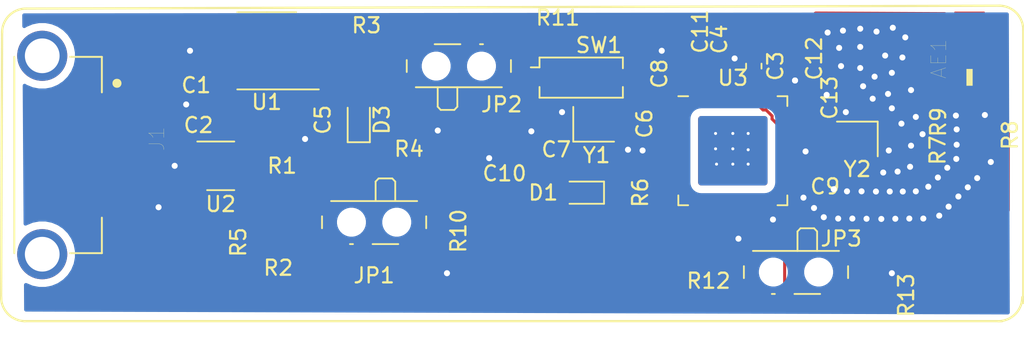
<source format=kicad_pcb>
(kicad_pcb (version 20171130) (host pcbnew "(5.1.4)-1")

  (general
    (thickness 1.6)
    (drawings 8)
    (tracks 405)
    (zones 0)
    (modules 39)
    (nets 61)
  )

  (page A4)
  (layers
    (0 F.Cu signal)
    (31 B.Cu signal)
    (32 B.Adhes user)
    (33 F.Adhes user)
    (34 B.Paste user)
    (35 F.Paste user)
    (36 B.SilkS user)
    (37 F.SilkS user)
    (38 B.Mask user)
    (39 F.Mask user)
    (40 Dwgs.User user)
    (41 Cmts.User user)
    (42 Eco1.User user)
    (43 Eco2.User user)
    (44 Edge.Cuts user)
    (45 Margin user)
    (46 B.CrtYd user)
    (47 F.CrtYd user)
    (48 B.Fab user)
    (49 F.Fab user hide)
  )

  (setup
    (last_trace_width 0.25)
    (user_trace_width 0.2)
    (user_trace_width 0.8)
    (trace_clearance 0.2)
    (zone_clearance 0.508)
    (zone_45_only yes)
    (trace_min 0.2)
    (via_size 0.8)
    (via_drill 0.4)
    (via_min_size 0.4)
    (via_min_drill 0.3)
    (uvia_size 0.3)
    (uvia_drill 0.1)
    (uvias_allowed no)
    (uvia_min_size 0.2)
    (uvia_min_drill 0.1)
    (edge_width 0.1)
    (segment_width 0.2)
    (pcb_text_width 0.3)
    (pcb_text_size 1.5 1.5)
    (mod_edge_width 0.15)
    (mod_text_size 1 1)
    (mod_text_width 0.15)
    (pad_size 0.59 0.64)
    (pad_drill 0)
    (pad_to_mask_clearance 0)
    (aux_axis_origin 0 0)
    (visible_elements 7FFFF7FF)
    (pcbplotparams
      (layerselection 0x010fc_ffffffff)
      (usegerberextensions false)
      (usegerberattributes false)
      (usegerberadvancedattributes false)
      (creategerberjobfile false)
      (excludeedgelayer true)
      (linewidth 0.100000)
      (plotframeref false)
      (viasonmask false)
      (mode 1)
      (useauxorigin false)
      (hpglpennumber 1)
      (hpglpenspeed 20)
      (hpglpendiameter 15.000000)
      (psnegative false)
      (psa4output false)
      (plotreference true)
      (plotvalue true)
      (plotinvisibletext false)
      (padsonsilk false)
      (subtractmaskfromsilk false)
      (outputformat 1)
      (mirror false)
      (drillshape 1)
      (scaleselection 1)
      (outputdirectory ""))
  )

  (net 0 "")
  (net 1 VCC)
  (net 2 GND)
  (net 3 "Net-(U1-Pad4)")
  (net 4 "Net-(U1-Pad5)")
  (net 5 VDD)
  (net 6 "Net-(J1-Pad2)")
  (net 7 D+)
  (net 8 "Net-(R5-Pad1)")
  (net 9 "Net-(R1-Pad2)")
  (net 10 "Net-(AE1-Pad2)")
  (net 11 "Net-(AE1-Pad1)")
  (net 12 "Net-(C3-Pad2)")
  (net 13 "Net-(C6-Pad2)")
  (net 14 "Net-(C7-Pad2)")
  (net 15 "Net-(C8-Pad1)")
  (net 16 "Net-(D1-Pad1)")
  (net 17 "Net-(D3-Pad1)")
  (net 18 "Net-(JP1-Pad3)")
  (net 19 "Net-(JP1-Pad2)")
  (net 20 "Net-(JP1-Pad1)")
  (net 21 "Net-(JP2-Pad3)")
  (net 22 "Net-(JP2-Pad2)")
  (net 23 "Net-(JP2-Pad1)")
  (net 24 "Net-(JP3-Pad3)")
  (net 25 "Net-(JP3-Pad2)")
  (net 26 "Net-(JP3-Pad1)")
  (net 27 USB0_DM)
  (net 28 USB0_DP)
  (net 29 "Net-(R6-Pad2)")
  (net 30 "Net-(R7-Pad2)")
  (net 31 "Net-(R7-Pad1)")
  (net 32 "Net-(SW1-Pad2)")
  (net 33 "Net-(U3-Pad55)")
  (net 34 "Net-(U3-Pad51)")
  (net 35 "Net-(U3-Pad50)")
  (net 36 "Net-(U3-Pad49)")
  (net 37 "Net-(U3-Pad48)")
  (net 38 "Net-(U3-Pad47)")
  (net 39 "Net-(U3-Pad43)")
  (net 40 "Net-(U3-Pad42)")
  (net 41 "Net-(U3-Pad41)")
  (net 42 "Net-(U3-Pad38)")
  (net 43 "Net-(U3-Pad37)")
  (net 44 "Net-(U3-Pad35)")
  (net 45 "Net-(U3-Pad33)")
  (net 46 "Net-(U3-Pad31)")
  (net 47 "Net-(U3-Pad30)")
  (net 48 "Net-(U3-Pad29)")
  (net 49 "Net-(U3-Pad27)")
  (net 50 "Net-(U3-Pad26)")
  (net 51 "Net-(U3-Pad25)")
  (net 52 "Net-(U3-Pad24)")
  (net 53 "Net-(U3-Pad18)")
  (net 54 "Net-(U3-Pad17)")
  (net 55 "Net-(U3-Pad15)")
  (net 56 "Net-(U3-Pad13)")
  (net 57 "Net-(U3-Pad11)")
  (net 58 "Net-(U3-Pad4)")
  (net 59 "Net-(U3-Pad3)")
  (net 60 "Net-(U3-Pad12)")

  (net_class Default "Esta é a classe de rede padrão."
    (clearance 0.2)
    (trace_width 0.25)
    (via_dia 0.8)
    (via_drill 0.4)
    (uvia_dia 0.3)
    (uvia_drill 0.1)
    (add_net D+)
    (add_net GND)
    (add_net "Net-(AE1-Pad1)")
    (add_net "Net-(AE1-Pad2)")
    (add_net "Net-(C3-Pad2)")
    (add_net "Net-(C6-Pad2)")
    (add_net "Net-(C7-Pad2)")
    (add_net "Net-(C8-Pad1)")
    (add_net "Net-(D1-Pad1)")
    (add_net "Net-(D3-Pad1)")
    (add_net "Net-(J1-Pad2)")
    (add_net "Net-(JP1-Pad1)")
    (add_net "Net-(JP1-Pad2)")
    (add_net "Net-(JP1-Pad3)")
    (add_net "Net-(JP2-Pad1)")
    (add_net "Net-(JP2-Pad2)")
    (add_net "Net-(JP2-Pad3)")
    (add_net "Net-(JP3-Pad1)")
    (add_net "Net-(JP3-Pad2)")
    (add_net "Net-(JP3-Pad3)")
    (add_net "Net-(R1-Pad2)")
    (add_net "Net-(R5-Pad1)")
    (add_net "Net-(R6-Pad2)")
    (add_net "Net-(R7-Pad1)")
    (add_net "Net-(R7-Pad2)")
    (add_net "Net-(SW1-Pad2)")
    (add_net "Net-(U1-Pad4)")
    (add_net "Net-(U1-Pad5)")
    (add_net "Net-(U3-Pad11)")
    (add_net "Net-(U3-Pad12)")
    (add_net "Net-(U3-Pad13)")
    (add_net "Net-(U3-Pad15)")
    (add_net "Net-(U3-Pad17)")
    (add_net "Net-(U3-Pad18)")
    (add_net "Net-(U3-Pad24)")
    (add_net "Net-(U3-Pad25)")
    (add_net "Net-(U3-Pad26)")
    (add_net "Net-(U3-Pad27)")
    (add_net "Net-(U3-Pad29)")
    (add_net "Net-(U3-Pad3)")
    (add_net "Net-(U3-Pad30)")
    (add_net "Net-(U3-Pad31)")
    (add_net "Net-(U3-Pad33)")
    (add_net "Net-(U3-Pad35)")
    (add_net "Net-(U3-Pad37)")
    (add_net "Net-(U3-Pad38)")
    (add_net "Net-(U3-Pad4)")
    (add_net "Net-(U3-Pad41)")
    (add_net "Net-(U3-Pad42)")
    (add_net "Net-(U3-Pad43)")
    (add_net "Net-(U3-Pad47)")
    (add_net "Net-(U3-Pad48)")
    (add_net "Net-(U3-Pad49)")
    (add_net "Net-(U3-Pad50)")
    (add_net "Net-(U3-Pad51)")
    (add_net "Net-(U3-Pad55)")
    (add_net USB0_DM)
    (add_net USB0_DP)
    (add_net VCC)
    (add_net VDD)
  )

  (net_class ANT ""
    (clearance 0.2)
    (trace_width 1)
    (via_dia 0.8)
    (via_drill 0.4)
    (uvia_dia 0.3)
    (uvia_drill 0.1)
  )

  (module Crystal:Crystal_SMD_2016_2-4Pin_2.0x1.6mm (layer F.Cu) (tedit 5E3C7A43) (tstamp 5E3D9276)
    (at 186.944 88.646 180)
    (descr "SMD Crystal SERIES SMD2016/4 http://www.q-crystal.com/upload/5/2015552223166229.pdf, 2.0x1.6mm^2 package")
    (tags "SMD SMT crystal")
    (path /5E96D7CE)
    (attr smd)
    (fp_text reference Y2 (at 0 -2) (layer F.SilkS)
      (effects (font (size 1 1) (thickness 0.15)))
    )
    (fp_text value 32MHz (at 0 2) (layer F.Fab)
      (effects (font (size 1 1) (thickness 0.15)))
    )
    (fp_line (start 1.4 -1.3) (end -1.4 -1.3) (layer F.CrtYd) (width 0.05))
    (fp_line (start 1.4 1.3) (end 1.4 -1.3) (layer F.CrtYd) (width 0.05))
    (fp_line (start -1.4 1.3) (end 1.4 1.3) (layer F.CrtYd) (width 0.05))
    (fp_line (start -1.4 -1.3) (end -1.4 1.3) (layer F.CrtYd) (width 0.05))
    (fp_line (start -1.35 1.15) (end 1.35 1.15) (layer F.SilkS) (width 0.12))
    (fp_line (start -1.35 -1.15) (end -1.35 1.15) (layer F.SilkS) (width 0.12))
    (fp_line (start -1 0.3) (end -0.5 0.8) (layer F.Fab) (width 0.1))
    (fp_line (start -1 -0.7) (end -0.9 -0.8) (layer F.Fab) (width 0.1))
    (fp_line (start -1 0.7) (end -1 -0.7) (layer F.Fab) (width 0.1))
    (fp_line (start -0.9 0.8) (end -1 0.7) (layer F.Fab) (width 0.1))
    (fp_line (start 0.9 0.8) (end -0.9 0.8) (layer F.Fab) (width 0.1))
    (fp_line (start 1 0.7) (end 0.9 0.8) (layer F.Fab) (width 0.1))
    (fp_line (start 1 -0.7) (end 1 0.7) (layer F.Fab) (width 0.1))
    (fp_line (start 0.9 -0.8) (end 1 -0.7) (layer F.Fab) (width 0.1))
    (fp_line (start -0.9 -0.8) (end 0.9 -0.8) (layer F.Fab) (width 0.1))
    (fp_text user %R (at 0 0) (layer F.Fab)
      (effects (font (size 0.5 0.5) (thickness 0.075)))
    )
    (pad 4 smd rect (at 0.6985 -0.5715 180) (size 0.9 0.8) (layers F.Cu F.Paste F.Mask)
      (net 43 "Net-(U3-Pad37)"))
    (pad 3 smd rect (at -0.6985 -0.5715 180) (size 0.9 0.8) (layers F.Cu F.Paste F.Mask)
      (net 2 GND))
    (pad 2 smd rect (at 0.7 0.55 180) (size 0.9 0.8) (layers F.Cu F.Paste F.Mask)
      (net 2 GND))
    (pad 1 smd rect (at -0.7 0.55 180) (size 0.9 0.8) (layers F.Cu F.Paste F.Mask)
      (net 42 "Net-(U3-Pad38)"))
    (model ${KISYS3DMOD}/Crystal.3dshapes/Crystal_SMD_2016-4Pin_2.0x1.6mm.wrl
      (at (xyz 0 0 0))
      (scale (xyz 1 1 1))
      (rotate (xyz 0 0 0))
    )
  )

  (module Crystal:Crystal_SMD_2016_2-4Pin_2.0x1.6mm (layer F.Cu) (tedit 5E3C7A43) (tstamp 5E3D925E)
    (at 169.48 87.672)
    (descr "SMD Crystal SERIES SMD2016/4 http://www.q-crystal.com/upload/5/2015552223166229.pdf, 2.0x1.6mm^2 package")
    (tags "SMD SMT crystal")
    (path /5E00CFC9)
    (attr smd)
    (fp_text reference Y1 (at 0.192 2.0535) (layer F.SilkS)
      (effects (font (size 1 1) (thickness 0.15)))
    )
    (fp_text value 16MHz (at 0 2) (layer F.Fab)
      (effects (font (size 1 1) (thickness 0.15)))
    )
    (fp_line (start 1.4 -1.3) (end -1.4 -1.3) (layer F.CrtYd) (width 0.05))
    (fp_line (start 1.4 1.3) (end 1.4 -1.3) (layer F.CrtYd) (width 0.05))
    (fp_line (start -1.4 1.3) (end 1.4 1.3) (layer F.CrtYd) (width 0.05))
    (fp_line (start -1.4 -1.3) (end -1.4 1.3) (layer F.CrtYd) (width 0.05))
    (fp_line (start -1.35 1.15) (end 1.35 1.15) (layer F.SilkS) (width 0.12))
    (fp_line (start -1.35 -1.15) (end -1.35 1.15) (layer F.SilkS) (width 0.12))
    (fp_line (start -1 0.3) (end -0.5 0.8) (layer F.Fab) (width 0.1))
    (fp_line (start -1 -0.7) (end -0.9 -0.8) (layer F.Fab) (width 0.1))
    (fp_line (start -1 0.7) (end -1 -0.7) (layer F.Fab) (width 0.1))
    (fp_line (start -0.9 0.8) (end -1 0.7) (layer F.Fab) (width 0.1))
    (fp_line (start 0.9 0.8) (end -0.9 0.8) (layer F.Fab) (width 0.1))
    (fp_line (start 1 0.7) (end 0.9 0.8) (layer F.Fab) (width 0.1))
    (fp_line (start 1 -0.7) (end 1 0.7) (layer F.Fab) (width 0.1))
    (fp_line (start 0.9 -0.8) (end 1 -0.7) (layer F.Fab) (width 0.1))
    (fp_line (start -0.9 -0.8) (end 0.9 -0.8) (layer F.Fab) (width 0.1))
    (fp_text user %R (at 0 0) (layer F.Fab)
      (effects (font (size 0.5 0.5) (thickness 0.075)))
    )
    (pad 4 smd rect (at 0.6985 -0.5715) (size 0.9 0.8) (layers F.Cu F.Paste F.Mask)
      (net 13 "Net-(C6-Pad2)"))
    (pad 3 smd rect (at -0.6985 -0.5715) (size 0.9 0.8) (layers F.Cu F.Paste F.Mask)
      (net 2 GND))
    (pad 2 smd rect (at 0.7 0.55) (size 0.9 0.8) (layers F.Cu F.Paste F.Mask)
      (net 2 GND))
    (pad 1 smd rect (at -0.7 0.55) (size 0.9 0.8) (layers F.Cu F.Paste F.Mask)
      (net 14 "Net-(C7-Pad2)"))
    (model ${KISYS3DMOD}/Crystal.3dshapes/Crystal_SMD_2016-4Pin_2.0x1.6mm.wrl
      (at (xyz 0 0 0))
      (scale (xyz 1 1 1))
      (rotate (xyz 0 0 0))
    )
  )

  (module Package_DFN_QFN:QFN-56-1EP_7x7mm_P0.4mm_EP5.6x4.6mm_ThermalVias (layer F.Cu) (tedit 5E3C7406) (tstamp 5E3D9246)
    (at 178.6975 89.424)
    (descr "QFN, 56 Pin (http://www.cypress.com/file/416486/download#page=40), generated with kicad-footprint-generator ipc_dfn_qfn_generator.py")
    (tags "QFN DFN_QFN")
    (path /5DFAF628)
    (attr smd)
    (fp_text reference U3 (at 0 -4.82) (layer F.SilkS)
      (effects (font (size 1 1) (thickness 0.15)))
    )
    (fp_text value RX23W (at 0 4.82) (layer F.Fab)
      (effects (font (size 1 1) (thickness 0.15)))
    )
    (fp_line (start 4.12 -4.12) (end -4.12 -4.12) (layer F.CrtYd) (width 0.05))
    (fp_line (start 4.12 4.12) (end 4.12 -4.12) (layer F.CrtYd) (width 0.05))
    (fp_line (start -4.12 4.12) (end 4.12 4.12) (layer F.CrtYd) (width 0.05))
    (fp_line (start -4.12 -4.12) (end -4.12 4.12) (layer F.CrtYd) (width 0.05))
    (fp_line (start -3.5 -2.5) (end -2.5 -3.5) (layer F.Fab) (width 0.1))
    (fp_line (start -3.5 3.5) (end -3.5 -2.5) (layer F.Fab) (width 0.1))
    (fp_line (start 3.5 3.5) (end -3.5 3.5) (layer F.Fab) (width 0.1))
    (fp_line (start 3.5 -3.5) (end 3.5 3.5) (layer F.Fab) (width 0.1))
    (fp_line (start -2.5 -3.5) (end 3.5 -3.5) (layer F.Fab) (width 0.1))
    (fp_line (start -2.96 -3.61) (end -3.61 -3.61) (layer F.SilkS) (width 0.12))
    (fp_line (start 3.61 3.61) (end 3.61 2.96) (layer F.SilkS) (width 0.12))
    (fp_line (start 2.96 3.61) (end 3.61 3.61) (layer F.SilkS) (width 0.12))
    (fp_line (start -3.61 3.61) (end -3.61 2.96) (layer F.SilkS) (width 0.12))
    (fp_line (start -2.96 3.61) (end -3.61 3.61) (layer F.SilkS) (width 0.12))
    (fp_line (start 3.61 -3.61) (end 3.61 -2.96) (layer F.SilkS) (width 0.12))
    (fp_line (start 2.96 -3.61) (end 3.61 -3.61) (layer F.SilkS) (width 0.12))
    (pad 73 smd roundrect (at 1.524 1.524) (size 0.9 1.1) (layers F.Paste) (roundrect_rratio 0.231))
    (pad 72 smd roundrect (at 1.524 0.381) (size 0.9 0.9) (layers F.Paste) (roundrect_rratio 0.231))
    (pad 71 smd roundrect (at 1.524 -0.635) (size 0.9 0.9) (layers F.Paste) (roundrect_rratio 0.231))
    (pad 70 smd roundrect (at 0.508 1.524) (size 0.9 1.1) (layers F.Paste) (roundrect_rratio 0.231))
    (pad 69 smd roundrect (at 0.508 0.381) (size 0.9 0.9) (layers F.Paste) (roundrect_rratio 0.231))
    (pad 68 smd roundrect (at 0.508 -0.635) (size 0.9 0.9) (layers F.Paste) (roundrect_rratio 0.231))
    (pad 67 smd roundrect (at -0.5715 1.524) (size 0.9 1.1) (layers F.Paste) (roundrect_rratio 0.231))
    (pad 66 smd roundrect (at -0.5715 0.381) (size 0.9 0.9) (layers F.Paste) (roundrect_rratio 0.231))
    (pad 65 smd roundrect (at -0.5715 -0.635) (size 0.9 0.9) (layers F.Paste) (roundrect_rratio 0.231))
    (pad 64 smd roundrect (at 1.524 -1.651) (size 0.9 0.9) (layers F.Paste) (roundrect_rratio 0.231))
    (pad 63 smd roundrect (at 0.508 -1.651) (size 0.9 0.9) (layers F.Paste) (roundrect_rratio 0.231))
    (pad 61 smd roundrect (at -0.5715 -1.651) (size 0.9 0.9) (layers F.Paste) (roundrect_rratio 0.231))
    (pad 60 smd roundrect (at -1.651 -1.651) (size 0.9 0.9) (layers F.Paste) (roundrect_rratio 0.231))
    (pad 59 smd roundrect (at -1.651 -0.635) (size 0.9 0.9) (layers F.Paste) (roundrect_rratio 0.231))
    (pad 62 smd roundrect (at -1.651 0.381) (size 0.9 0.9) (layers F.Paste) (roundrect_rratio 0.231))
    (pad 58 smd roundrect (at -1.651 1.524) (size 0.9 1.1) (layers F.Paste) (roundrect_rratio 0.231))
    (pad 56 smd roundrect (at -2.6 -3.4375) (size 0.2 0.875) (layers F.Cu F.Paste F.Mask) (roundrect_rratio 0.25)
      (net 2 GND))
    (pad 55 smd roundrect (at -2.2 -3.4375) (size 0.2 0.875) (layers F.Cu F.Paste F.Mask) (roundrect_rratio 0.25)
      (net 33 "Net-(U3-Pad55)"))
    (pad 54 smd roundrect (at -1.8 -3.4375) (size 0.2 0.875) (layers F.Cu F.Paste F.Mask) (roundrect_rratio 0.25)
      (net 1 VCC))
    (pad 53 smd roundrect (at -1.4 -3.4375) (size 0.2 0.875) (layers F.Cu F.Paste F.Mask) (roundrect_rratio 0.25)
      (net 1 VCC))
    (pad 52 smd roundrect (at -1 -3.4375) (size 0.2 0.875) (layers F.Cu F.Paste F.Mask) (roundrect_rratio 0.25)
      (net 2 GND))
    (pad 51 smd roundrect (at -0.6 -3.4375) (size 0.2 0.875) (layers F.Cu F.Paste F.Mask) (roundrect_rratio 0.25)
      (net 34 "Net-(U3-Pad51)"))
    (pad 50 smd roundrect (at -0.2 -3.4375) (size 0.2 0.875) (layers F.Cu F.Paste F.Mask) (roundrect_rratio 0.25)
      (net 35 "Net-(U3-Pad50)"))
    (pad 49 smd roundrect (at 0.2 -3.4375) (size 0.2 0.875) (layers F.Cu F.Paste F.Mask) (roundrect_rratio 0.25)
      (net 36 "Net-(U3-Pad49)"))
    (pad 48 smd roundrect (at 0.6 -3.4375) (size 0.2 0.875) (layers F.Cu F.Paste F.Mask) (roundrect_rratio 0.25)
      (net 37 "Net-(U3-Pad48)"))
    (pad 47 smd roundrect (at 1 -3.4375) (size 0.2 0.875) (layers F.Cu F.Paste F.Mask) (roundrect_rratio 0.25)
      (net 38 "Net-(U3-Pad47)"))
    (pad 46 smd roundrect (at 1.4 -3.4375) (size 0.2 0.875) (layers F.Cu F.Paste F.Mask) (roundrect_rratio 0.25)
      (net 12 "Net-(C3-Pad2)"))
    (pad 45 smd roundrect (at 1.8 -3.4375) (size 0.2 0.875) (layers F.Cu F.Paste F.Mask) (roundrect_rratio 0.25)
      (net 12 "Net-(C3-Pad2)"))
    (pad 44 smd roundrect (at 2.2 -3.4375) (size 0.2 0.875) (layers F.Cu F.Paste F.Mask) (roundrect_rratio 0.25)
      (net 1 VCC))
    (pad 43 smd roundrect (at 2.6 -3.4375) (size 0.2 0.875) (layers F.Cu F.Paste F.Mask) (roundrect_rratio 0.25)
      (net 39 "Net-(U3-Pad43)"))
    (pad 42 smd roundrect (at 3.4375 -2.6) (size 0.875 0.2) (layers F.Cu F.Paste F.Mask) (roundrect_rratio 0.25)
      (net 40 "Net-(U3-Pad42)"))
    (pad 41 smd roundrect (at 3.4375 -2.2) (size 0.875 0.2) (layers F.Cu F.Paste F.Mask) (roundrect_rratio 0.25)
      (net 41 "Net-(U3-Pad41)"))
    (pad 40 smd roundrect (at 3.4375 -1.8) (size 0.875 0.2) (layers F.Cu F.Paste F.Mask) (roundrect_rratio 0.25)
      (net 12 "Net-(C3-Pad2)"))
    (pad 39 smd roundrect (at 3.4375 -1.4) (size 0.875 0.2) (layers F.Cu F.Paste F.Mask) (roundrect_rratio 0.25)
      (net 1 VCC))
    (pad 38 smd roundrect (at 3.4375 -1) (size 0.875 0.2) (layers F.Cu F.Paste F.Mask) (roundrect_rratio 0.25)
      (net 42 "Net-(U3-Pad38)"))
    (pad 37 smd roundrect (at 3.4375 -0.6) (size 0.875 0.2) (layers F.Cu F.Paste F.Mask) (roundrect_rratio 0.25)
      (net 43 "Net-(U3-Pad37)"))
    (pad 36 smd roundrect (at 3.4375 -0.2) (size 0.875 0.2) (layers F.Cu F.Paste F.Mask) (roundrect_rratio 0.25)
      (net 2 GND))
    (pad 35 smd roundrect (at 3.4375 0.2) (size 0.875 0.2) (layers F.Cu F.Paste F.Mask) (roundrect_rratio 0.25)
      (net 44 "Net-(U3-Pad35)"))
    (pad 34 smd roundrect (at 3.4375 0.6) (size 0.875 0.2) (layers F.Cu F.Paste F.Mask) (roundrect_rratio 0.25)
      (net 1 VCC))
    (pad 33 smd roundrect (at 3.4375 1) (size 0.875 0.2) (layers F.Cu F.Paste F.Mask) (roundrect_rratio 0.25)
      (net 45 "Net-(U3-Pad33)"))
    (pad 32 smd roundrect (at 3.4375 1.4) (size 0.875 0.2) (layers F.Cu F.Paste F.Mask) (roundrect_rratio 0.25)
      (net 31 "Net-(R7-Pad1)"))
    (pad 31 smd roundrect (at 3.4375 1.8) (size 0.875 0.2) (layers F.Cu F.Paste F.Mask) (roundrect_rratio 0.25)
      (net 46 "Net-(U3-Pad31)"))
    (pad 30 smd roundrect (at 3.4375 2.2) (size 0.875 0.2) (layers F.Cu F.Paste F.Mask) (roundrect_rratio 0.25)
      (net 47 "Net-(U3-Pad30)"))
    (pad 29 smd roundrect (at 3.4375 2.6) (size 0.875 0.2) (layers F.Cu F.Paste F.Mask) (roundrect_rratio 0.25)
      (net 48 "Net-(U3-Pad29)"))
    (pad 28 smd roundrect (at 2.6 3.4375) (size 0.2 0.875) (layers F.Cu F.Paste F.Mask) (roundrect_rratio 0.25)
      (net 2 GND))
    (pad 27 smd roundrect (at 2.2 3.4375) (size 0.2 0.875) (layers F.Cu F.Paste F.Mask) (roundrect_rratio 0.25)
      (net 49 "Net-(U3-Pad27)"))
    (pad 26 smd roundrect (at 1.8 3.4375) (size 0.2 0.875) (layers F.Cu F.Paste F.Mask) (roundrect_rratio 0.25)
      (net 50 "Net-(U3-Pad26)"))
    (pad 25 smd roundrect (at 1.4 3.4375) (size 0.2 0.875) (layers F.Cu F.Paste F.Mask) (roundrect_rratio 0.25)
      (net 51 "Net-(U3-Pad25)"))
    (pad 24 smd roundrect (at 1 3.4375) (size 0.2 0.875) (layers F.Cu F.Paste F.Mask) (roundrect_rratio 0.25)
      (net 52 "Net-(U3-Pad24)"))
    (pad 23 smd roundrect (at 0.6 3.4375) (size 0.2 0.875) (layers F.Cu F.Paste F.Mask) (roundrect_rratio 0.25)
      (net 25 "Net-(JP3-Pad2)"))
    (pad 22 smd roundrect (at 0.2 3.4375) (size 0.2 0.875) (layers F.Cu F.Paste F.Mask) (roundrect_rratio 0.25)
      (net 2 GND))
    (pad 21 smd roundrect (at -0.2 3.4375) (size 0.2 0.875) (layers F.Cu F.Paste F.Mask) (roundrect_rratio 0.25)
      (net 28 USB0_DP))
    (pad 20 smd roundrect (at -0.6 3.4375) (size 0.2 0.875) (layers F.Cu F.Paste F.Mask) (roundrect_rratio 0.25)
      (net 27 USB0_DM))
    (pad 19 smd roundrect (at -1 3.4375) (size 0.2 0.875) (layers F.Cu F.Paste F.Mask) (roundrect_rratio 0.25)
      (net 1 VCC))
    (pad 18 smd roundrect (at -1.4 3.4375) (size 0.2 0.875) (layers F.Cu F.Paste F.Mask) (roundrect_rratio 0.25)
      (net 53 "Net-(U3-Pad18)"))
    (pad 17 smd roundrect (at -1.8 3.4375) (size 0.2 0.875) (layers F.Cu F.Paste F.Mask) (roundrect_rratio 0.25)
      (net 54 "Net-(U3-Pad17)"))
    (pad 16 smd roundrect (at -2.2 3.4375) (size 0.2 0.875) (layers F.Cu F.Paste F.Mask) (roundrect_rratio 0.25)
      (net 1 VCC))
    (pad 15 smd roundrect (at -2.6 3.4375) (size 0.2 0.875) (layers F.Cu F.Paste F.Mask) (roundrect_rratio 0.25)
      (net 55 "Net-(U3-Pad15)"))
    (pad 14 smd roundrect (at -3.4375 2.6) (size 0.875 0.2) (layers F.Cu F.Paste F.Mask) (roundrect_rratio 0.25)
      (net 29 "Net-(R6-Pad2)"))
    (pad 13 smd roundrect (at -3.4375 2.2) (size 0.875 0.2) (layers F.Cu F.Paste F.Mask) (roundrect_rratio 0.25)
      (net 56 "Net-(U3-Pad13)"))
    (pad 12 smd roundrect (at -3.4375 1.8) (size 0.875 0.2) (layers F.Cu F.Paste F.Mask) (roundrect_rratio 0.25)
      (net 60 "Net-(U3-Pad12)"))
    (pad 11 smd roundrect (at -3.4375 1.4) (size 0.875 0.2) (layers F.Cu F.Paste F.Mask) (roundrect_rratio 0.25)
      (net 57 "Net-(U3-Pad11)"))
    (pad 10 smd roundrect (at -3.4375 1) (size 0.875 0.2) (layers F.Cu F.Paste F.Mask) (roundrect_rratio 0.25)
      (net 19 "Net-(JP1-Pad2)"))
    (pad 9 smd roundrect (at -3.4375 0.6) (size 0.875 0.2) (layers F.Cu F.Paste F.Mask) (roundrect_rratio 0.25)
      (net 1 VCC))
    (pad 8 smd roundrect (at -3.4375 0.2) (size 0.875 0.2) (layers F.Cu F.Paste F.Mask) (roundrect_rratio 0.25)
      (net 14 "Net-(C7-Pad2)"))
    (pad 7 smd roundrect (at -3.4375 -0.2) (size 0.875 0.2) (layers F.Cu F.Paste F.Mask) (roundrect_rratio 0.25)
      (net 2 GND))
    (pad 6 smd roundrect (at -3.4375 -0.6) (size 0.875 0.2) (layers F.Cu F.Paste F.Mask) (roundrect_rratio 0.25)
      (net 13 "Net-(C6-Pad2)"))
    (pad 5 smd roundrect (at -3.4375 -1) (size 0.875 0.2) (layers F.Cu F.Paste F.Mask) (roundrect_rratio 0.25)
      (net 32 "Net-(SW1-Pad2)"))
    (pad 4 smd roundrect (at -3.4375 -1.4) (size 0.875 0.2) (layers F.Cu F.Paste F.Mask) (roundrect_rratio 0.25)
      (net 58 "Net-(U3-Pad4)"))
    (pad 3 smd roundrect (at -3.4375 -1.8) (size 0.875 0.2) (layers F.Cu F.Paste F.Mask) (roundrect_rratio 0.25)
      (net 59 "Net-(U3-Pad3)"))
    (pad 2 smd roundrect (at -3.4375 -2.2) (size 0.875 0.2) (layers F.Cu F.Paste F.Mask) (roundrect_rratio 0.25)
      (net 22 "Net-(JP2-Pad2)"))
    (pad 1 smd roundrect (at -3.4375 -2.6) (size 0.875 0.2) (layers F.Cu F.Paste F.Mask) (roundrect_rratio 0.25)
      (net 15 "Net-(C8-Pad1)"))
    (pad 57 smd roundrect (at 0 0) (size 4.6 4.6) (layers B.Cu) (roundrect_rratio 0.045))
    (pad 57 thru_hole circle (at -1.143 -0.127) (size 0.5 0.5) (drill 0.2) (layers *.Cu))
    (pad 57 thru_hole circle (at 0 -0.127) (size 0.5 0.5) (drill 0.2) (layers *.Cu))
    (pad 57 thru_hole circle (at 0 0.889) (size 0.5 0.5) (drill 0.2) (layers *.Cu))
    (pad 57 thru_hole circle (at -1.143 -1.143) (size 0.5 0.5) (drill 0.2) (layers *.Cu))
    (pad 57 thru_hole circle (at 1.016 -0.0635) (size 0.5 0.5) (drill 0.2) (layers *.Cu))
    (pad 57 thru_hole circle (at 1.016 0.889) (size 0.5 0.5) (drill 0.2) (layers *.Cu))
    (pad 57 thru_hole circle (at 1.016 -1.143) (size 0.5 0.5) (drill 0.2) (layers *.Cu))
    (pad 57 thru_hole circle (at 0 -1.143) (size 0.5 0.5) (drill 0.2) (layers *.Cu))
    (pad 57 thru_hole circle (at -1.0795 0.889) (size 0.5 0.5) (drill 0.2) (layers *.Cu))
    (pad 57 smd roundrect (at 0 0) (size 4.6 4.6) (layers F.Cu F.Mask) (roundrect_rratio 0.045))
    (model ${KISYS3DMOD}/Package_DFN_QFN.3dshapes/QFN-56-1EP_7x7mm_P0.4mm_EP5.6x5.6mm.wrl
      (at (xyz 0 0 0))
      (scale (xyz 1 1 1))
      (rotate (xyz 0 0 0))
    )
  )

  (module Capacitor_SMD:C_0603_1608Metric (layer F.Cu) (tedit 5B301BBE) (tstamp 5E3D8F33)
    (at 180.086 83.82 270)
    (descr "Capacitor SMD 0603 (1608 Metric), square (rectangular) end terminal, IPC_7351 nominal, (Body size source: http://www.tortai-tech.com/upload/download/2011102023233369053.pdf), generated with kicad-footprint-generator")
    (tags capacitor)
    (path /5E4198D9)
    (attr smd)
    (fp_text reference C3 (at 0 -1.43 90) (layer F.SilkS)
      (effects (font (size 1 1) (thickness 0.15)))
    )
    (fp_text value 0.47uF (at 0 1.43 90) (layer F.Fab)
      (effects (font (size 1 1) (thickness 0.15)))
    )
    (fp_text user %R (at 0 0 90) (layer F.Fab)
      (effects (font (size 0.4 0.4) (thickness 0.06)))
    )
    (fp_line (start 1.48 0.73) (end -1.48 0.73) (layer F.CrtYd) (width 0.05))
    (fp_line (start 1.48 -0.73) (end 1.48 0.73) (layer F.CrtYd) (width 0.05))
    (fp_line (start -1.48 -0.73) (end 1.48 -0.73) (layer F.CrtYd) (width 0.05))
    (fp_line (start -1.48 0.73) (end -1.48 -0.73) (layer F.CrtYd) (width 0.05))
    (fp_line (start -0.162779 0.51) (end 0.162779 0.51) (layer F.SilkS) (width 0.12))
    (fp_line (start -0.162779 -0.51) (end 0.162779 -0.51) (layer F.SilkS) (width 0.12))
    (fp_line (start 0.8 0.4) (end -0.8 0.4) (layer F.Fab) (width 0.1))
    (fp_line (start 0.8 -0.4) (end 0.8 0.4) (layer F.Fab) (width 0.1))
    (fp_line (start -0.8 -0.4) (end 0.8 -0.4) (layer F.Fab) (width 0.1))
    (fp_line (start -0.8 0.4) (end -0.8 -0.4) (layer F.Fab) (width 0.1))
    (pad 2 smd roundrect (at 0.7875 0 270) (size 0.875 0.95) (layers F.Cu F.Paste F.Mask) (roundrect_rratio 0.25)
      (net 12 "Net-(C3-Pad2)"))
    (pad 1 smd roundrect (at -0.7875 0 270) (size 0.875 0.95) (layers F.Cu F.Paste F.Mask) (roundrect_rratio 0.25)
      (net 2 GND))
    (model ${KISYS3DMOD}/Capacitor_SMD.3dshapes/C_0603_1608Metric.wrl
      (at (xyz 0 0 0))
      (scale (xyz 1 1 1))
      (rotate (xyz 0 0 0))
    )
  )

  (module 2450AT42B100E:XCVR_2450AT42B100E (layer F.Cu) (tedit 5E3B7E5A) (tstamp 5E3D8F06)
    (at 194.3735 83.312 90)
    (path /5E47096D)
    (fp_text reference AE1 (at -0.02502 -2.03667 90) (layer F.SilkS)
      (effects (font (size 1.000819 1.000819) (thickness 0.015)))
    )
    (fp_text value Antenna_Chip (at 0 0 90) (layer F.Fab)
      (effects (font (size 0.787402 0.787402) (thickness 0.015)))
    )
    (fp_text user >~VALUE (at -3.50386 2.70298 90) (layer F.Fab)
      (effects (font (size 1.001102 1.001102) (thickness 0.015)))
    )
    (fp_line (start -3.35 1.45) (end -3.35 -1.45) (layer F.CrtYd) (width 0.05))
    (fp_line (start 3.35 1.45) (end -3.35 1.45) (layer F.CrtYd) (width 0.05))
    (fp_line (start 3.35 -1.45) (end 3.35 1.45) (layer F.CrtYd) (width 0.05))
    (fp_line (start -3.35 -1.45) (end 3.35 -1.45) (layer F.CrtYd) (width 0.05))
    (fp_poly (pts (xy -1.80308 -0.2) (xy -0.7 -0.2) (xy -0.7 0.200342) (xy -1.80308 0.200342)) (layer F.SilkS) (width 0.01))
    (pad 3 smd rect (at 0 0.85 90) (size 2.8 0.7) (layers F.Cu F.Paste F.Mask))
    (pad 4 smd rect (at 0 -0.85 90) (size 2.8 0.7) (layers F.Cu F.Paste F.Mask))
    (pad 2 smd rect (at 2.6 0 90) (size 1 2) (layers F.Cu F.Paste F.Mask)
      (net 10 "Net-(AE1-Pad2)"))
    (pad 1 smd rect (at -2.6 0 90) (size 1 2) (layers F.Cu F.Paste F.Mask)
      (net 11 "Net-(AE1-Pad1)"))
  )

  (module LED_SMD:LED_0603_1608Metric (layer F.Cu) (tedit 5E3C0100) (tstamp 5E3D8FDC)
    (at 168.6815 92.202 180)
    (descr "LED SMD 0603 (1608 Metric), square (rectangular) end terminal, IPC_7351 nominal, (Body size source: http://www.tortai-tech.com/upload/download/2011102023233369053.pdf), generated with kicad-footprint-generator")
    (tags diode)
    (path /5E4D19BF)
    (attr smd)
    (fp_text reference D1 (at 2.54 0) (layer F.SilkS)
      (effects (font (size 1 1) (thickness 0.15)))
    )
    (fp_text value LED (at 0 1.43) (layer F.Fab)
      (effects (font (size 1 1) (thickness 0.15)))
    )
    (fp_text user %R (at 0 0) (layer F.Fab)
      (effects (font (size 0.4 0.4) (thickness 0.06)))
    )
    (fp_line (start 1.48 0.73) (end -1.48 0.73) (layer F.CrtYd) (width 0.05))
    (fp_line (start 1.48 -0.73) (end 1.48 0.73) (layer F.CrtYd) (width 0.05))
    (fp_line (start -1.48 -0.73) (end 1.48 -0.73) (layer F.CrtYd) (width 0.05))
    (fp_line (start -1.48 0.73) (end -1.48 -0.73) (layer F.CrtYd) (width 0.05))
    (fp_line (start -1.485 0.735) (end 0.8 0.735) (layer F.SilkS) (width 0.12))
    (fp_line (start -1.485 -0.735) (end -1.485 0.735) (layer F.SilkS) (width 0.12))
    (fp_line (start 0.8 -0.735) (end -1.485 -0.735) (layer F.SilkS) (width 0.12))
    (fp_line (start 0.8 0.4) (end 0.8 -0.4) (layer F.Fab) (width 0.1))
    (fp_line (start -0.8 0.4) (end 0.8 0.4) (layer F.Fab) (width 0.1))
    (fp_line (start -0.8 -0.1) (end -0.8 0.4) (layer F.Fab) (width 0.1))
    (fp_line (start -0.5 -0.4) (end -0.8 -0.1) (layer F.Fab) (width 0.1))
    (fp_line (start 0.8 -0.4) (end -0.5 -0.4) (layer F.Fab) (width 0.1))
    (pad 2 smd roundrect (at 0.7875 0 180) (size 0.875 0.95) (layers F.Cu F.Paste F.Mask) (roundrect_rratio 0.25)
      (net 1 VCC))
    (pad 1 smd roundrect (at -0.7875 0 180) (size 0.875 0.95) (layers F.Cu F.Paste F.Mask) (roundrect_rratio 0.25)
      (net 16 "Net-(D1-Pad1)"))
    (model ${KISYS3DMOD}/LED_SMD.3dshapes/LED_0603_1608Metric.wrl
      (at (xyz 0 0 0))
      (scale (xyz 1 1 1))
      (rotate (xyz 0 0 0))
    )
  )

  (module LED_SMD:LED_0603_1608Metric (layer F.Cu) (tedit 5B301BBE) (tstamp 5E3D8FEF)
    (at 153.924 87.376 90)
    (descr "LED SMD 0603 (1608 Metric), square (rectangular) end terminal, IPC_7351 nominal, (Body size source: http://www.tortai-tech.com/upload/download/2011102023233369053.pdf), generated with kicad-footprint-generator")
    (tags diode)
    (path /5E08791D)
    (attr smd)
    (fp_text reference D3 (at 0 1.524 90) (layer F.SilkS)
      (effects (font (size 1 1) (thickness 0.15)))
    )
    (fp_text value LED (at 0 1.43 90) (layer F.Fab)
      (effects (font (size 1 1) (thickness 0.15)))
    )
    (fp_text user %R (at 0 0 90) (layer F.Fab)
      (effects (font (size 0.4 0.4) (thickness 0.06)))
    )
    (fp_line (start 1.48 0.73) (end -1.48 0.73) (layer F.CrtYd) (width 0.05))
    (fp_line (start 1.48 -0.73) (end 1.48 0.73) (layer F.CrtYd) (width 0.05))
    (fp_line (start -1.48 -0.73) (end 1.48 -0.73) (layer F.CrtYd) (width 0.05))
    (fp_line (start -1.48 0.73) (end -1.48 -0.73) (layer F.CrtYd) (width 0.05))
    (fp_line (start -1.485 0.735) (end 0.8 0.735) (layer F.SilkS) (width 0.12))
    (fp_line (start -1.485 -0.735) (end -1.485 0.735) (layer F.SilkS) (width 0.12))
    (fp_line (start 0.8 -0.735) (end -1.485 -0.735) (layer F.SilkS) (width 0.12))
    (fp_line (start 0.8 0.4) (end 0.8 -0.4) (layer F.Fab) (width 0.1))
    (fp_line (start -0.8 0.4) (end 0.8 0.4) (layer F.Fab) (width 0.1))
    (fp_line (start -0.8 -0.1) (end -0.8 0.4) (layer F.Fab) (width 0.1))
    (fp_line (start -0.5 -0.4) (end -0.8 -0.1) (layer F.Fab) (width 0.1))
    (fp_line (start 0.8 -0.4) (end -0.5 -0.4) (layer F.Fab) (width 0.1))
    (pad 2 smd roundrect (at 0.7875 0 90) (size 0.875 0.95) (layers F.Cu F.Paste F.Mask) (roundrect_rratio 0.25)
      (net 1 VCC))
    (pad 1 smd roundrect (at -0.7875 0 90) (size 0.875 0.95) (layers F.Cu F.Paste F.Mask) (roundrect_rratio 0.25)
      (net 17 "Net-(D3-Pad1)"))
    (model ${KISYS3DMOD}/LED_SMD.3dshapes/LED_0603_1608Metric.wrl
      (at (xyz 0 0 0))
      (scale (xyz 1 1 1))
      (rotate (xyz 0 0 0))
    )
  )

  (module UJ2-AV-1-SMT:CUI_UJ2-AV-1-SMT (layer F.Cu) (tedit 5E3B860F) (tstamp 5E3D9010)
    (at 137.16 86.2076 270)
    (path /5E367973)
    (fp_text reference J1 (at 2.428665 -3.39012 90) (layer F.SilkS)
      (effects (font (size 1.001512 1.001512) (thickness 0.015)))
    )
    (fp_text value USB_A (at 9.17796 7.128925 90) (layer F.Fab)
      (effects (font (size 1.001961 1.001961) (thickness 0.015)))
    )
    (fp_circle (center 0 -0.75) (end 0.15 -0.75) (layer F.Fab) (width 0.3))
    (fp_circle (center -1.25 -0.75) (end -1.1 -0.75) (layer F.SilkS) (width 0.3))
    (fp_line (start -3.25 2.25) (end -3.25 0) (layer F.CrtYd) (width 0.05))
    (fp_line (start -5 2.25) (end -3.25 2.25) (layer F.CrtYd) (width 0.05))
    (fp_line (start -5 6.3) (end -5 2.25) (layer F.CrtYd) (width 0.05))
    (fp_line (start 12 6.3) (end -5 6.3) (layer F.CrtYd) (width 0.05))
    (fp_line (start 12 2.25) (end 12 6.3) (layer F.CrtYd) (width 0.05))
    (fp_line (start 10.25 2.25) (end 12 2.25) (layer F.CrtYd) (width 0.05))
    (fp_line (start 10.25 0) (end 10.25 2.25) (layer F.CrtYd) (width 0.05))
    (fp_line (start 7.75 0) (end 10.25 0) (layer F.CrtYd) (width 0.05))
    (fp_line (start 7.75 -2.35) (end 7.75 0) (layer F.CrtYd) (width 0.05))
    (fp_line (start -0.75 -2.35) (end 7.75 -2.35) (layer F.CrtYd) (width 0.05))
    (fp_line (start -0.75 0) (end -0.75 -2.35) (layer F.CrtYd) (width 0.05))
    (fp_line (start -3.25 0) (end -0.75 0) (layer F.CrtYd) (width 0.05))
    (fp_line (start 10 0.25) (end 10 2.35) (layer F.SilkS) (width 0.127))
    (fp_line (start 7.65 0.25) (end 10 0.25) (layer F.SilkS) (width 0.127))
    (fp_line (start -3 6.05) (end 10 6.05) (layer F.SilkS) (width 0.127))
    (fp_line (start -3 0.25) (end -3 2.35) (layer F.SilkS) (width 0.127))
    (fp_line (start -0.65 0.25) (end -3 0.25) (layer F.SilkS) (width 0.127))
    (fp_line (start -3 6.05) (end -3 0.25) (layer F.Fab) (width 0.127))
    (fp_line (start 10 6.05) (end -3 6.05) (layer F.Fab) (width 0.127))
    (fp_line (start 10 0.25) (end 10 6.05) (layer F.Fab) (width 0.127))
    (fp_line (start -3 0.25) (end 10 0.25) (layer F.Fab) (width 0.127))
    (pad SH2 thru_hole circle (at 10.07 4.2 270) (size 3.316 3.316) (drill 2.3) (layers *.Cu *.Mask))
    (pad SH1 thru_hole circle (at -3.07 4.2 270) (size 3.316 3.316) (drill 2.3) (layers *.Cu *.Mask))
    (pad 4 smd rect (at 7 0 270) (size 1 4.2) (layers F.Cu F.Paste F.Mask)
      (net 2 GND))
    (pad 3 smd rect (at 4.5 0 270) (size 1 4.2) (layers F.Cu F.Paste F.Mask)
      (net 7 D+))
    (pad 2 smd rect (at 2.5 0 270) (size 1 4.2) (layers F.Cu F.Paste F.Mask)
      (net 6 "Net-(J1-Pad2)"))
    (pad 1 smd rect (at 0 0 270) (size 1 4.2) (layers F.Cu F.Paste F.Mask)
      (net 5 VDD))
  )

  (module Button_Switch_SMD:SW_SPDT_PCM12 (layer F.Cu) (tedit 5A02FC95) (tstamp 5E3D903A)
    (at 154.94 94.488 180)
    (descr "Ultraminiature Surface Mount Slide Switch, right-angle, https://www.ckswitches.com/media/1424/pcm.pdf")
    (path /5ED167C2)
    (attr smd)
    (fp_text reference JP1 (at 0 -3.2) (layer F.SilkS)
      (effects (font (size 1 1) (thickness 0.15)))
    )
    (fp_text value Jumper_3_Bridged12 (at 0 4.25) (layer F.Fab)
      (effects (font (size 1 1) (thickness 0.15)))
    )
    (fp_line (start 3.45 0.72) (end 3.45 -0.07) (layer F.SilkS) (width 0.12))
    (fp_line (start -3.45 -0.07) (end -3.45 0.72) (layer F.SilkS) (width 0.12))
    (fp_line (start -1.6 -1.12) (end 0.1 -1.12) (layer F.SilkS) (width 0.12))
    (fp_line (start -2.85 1.73) (end 2.85 1.73) (layer F.SilkS) (width 0.12))
    (fp_line (start -0.1 3.02) (end -0.1 1.73) (layer F.SilkS) (width 0.12))
    (fp_line (start -1.2 3.23) (end -0.3 3.23) (layer F.SilkS) (width 0.12))
    (fp_line (start -1.4 1.73) (end -1.4 3.02) (layer F.SilkS) (width 0.12))
    (fp_line (start -0.1 3.02) (end -0.3 3.23) (layer F.SilkS) (width 0.12))
    (fp_line (start -1.4 3.02) (end -1.2 3.23) (layer F.SilkS) (width 0.12))
    (fp_line (start -4.4 2.1) (end -4.4 -2.45) (layer F.CrtYd) (width 0.05))
    (fp_line (start -1.65 2.1) (end -4.4 2.1) (layer F.CrtYd) (width 0.05))
    (fp_line (start -1.65 3.4) (end -1.65 2.1) (layer F.CrtYd) (width 0.05))
    (fp_line (start 1.65 3.4) (end -1.65 3.4) (layer F.CrtYd) (width 0.05))
    (fp_line (start 1.65 2.1) (end 1.65 3.4) (layer F.CrtYd) (width 0.05))
    (fp_line (start 4.4 2.1) (end 1.65 2.1) (layer F.CrtYd) (width 0.05))
    (fp_line (start 4.4 -2.45) (end 4.4 2.1) (layer F.CrtYd) (width 0.05))
    (fp_line (start -4.4 -2.45) (end 4.4 -2.45) (layer F.CrtYd) (width 0.05))
    (fp_line (start 1.4 -1.12) (end 1.6 -1.12) (layer F.SilkS) (width 0.12))
    (fp_line (start 3.35 -1) (end -3.35 -1) (layer F.Fab) (width 0.1))
    (fp_line (start 3.35 1.6) (end 3.35 -1) (layer F.Fab) (width 0.1))
    (fp_line (start -3.35 1.6) (end 3.35 1.6) (layer F.Fab) (width 0.1))
    (fp_line (start -3.35 -1) (end -3.35 1.6) (layer F.Fab) (width 0.1))
    (fp_line (start -0.1 2.9) (end -0.1 1.6) (layer F.Fab) (width 0.1))
    (fp_line (start -0.15 2.95) (end -0.1 2.9) (layer F.Fab) (width 0.1))
    (fp_line (start -0.35 3.15) (end -0.15 2.95) (layer F.Fab) (width 0.1))
    (fp_line (start -1.2 3.15) (end -0.35 3.15) (layer F.Fab) (width 0.1))
    (fp_line (start -1.4 2.95) (end -1.2 3.15) (layer F.Fab) (width 0.1))
    (fp_line (start -1.4 1.65) (end -1.4 2.95) (layer F.Fab) (width 0.1))
    (fp_text user %R (at 0 -3.2) (layer F.Fab)
      (effects (font (size 1 1) (thickness 0.15)))
    )
    (pad "" smd rect (at -3.65 -0.78 180) (size 1 0.8) (layers F.Cu F.Paste F.Mask))
    (pad "" smd rect (at 3.65 -0.78 180) (size 1 0.8) (layers F.Cu F.Paste F.Mask))
    (pad "" smd rect (at 3.65 1.43 180) (size 1 0.8) (layers F.Cu F.Paste F.Mask))
    (pad "" smd rect (at -3.65 1.43 180) (size 1 0.8) (layers F.Cu F.Paste F.Mask))
    (pad 3 smd rect (at 2.25 -1.43 180) (size 0.7 1.5) (layers F.Cu F.Paste F.Mask)
      (net 18 "Net-(JP1-Pad3)"))
    (pad 2 smd rect (at 0.75 -1.43 180) (size 0.7 1.5) (layers F.Cu F.Paste F.Mask)
      (net 19 "Net-(JP1-Pad2)"))
    (pad 1 smd rect (at -2.25 -1.43 180) (size 0.7 1.5) (layers F.Cu F.Paste F.Mask)
      (net 20 "Net-(JP1-Pad1)"))
    (pad "" np_thru_hole circle (at 1.5 0.33 180) (size 0.9 0.9) (drill 0.9) (layers *.Cu *.Mask))
    (pad "" np_thru_hole circle (at -1.5 0.33 180) (size 0.9 0.9) (drill 0.9) (layers *.Cu *.Mask))
    (model ${KISYS3DMOD}/Button_Switch_SMD.3dshapes/SW_SPDT_PCM12.wrl
      (at (xyz 0 0 0))
      (scale (xyz 1 1 1))
      (rotate (xyz 0 0 0))
    )
  )

  (module Button_Switch_SMD:SW_SPDT_PCM12 (layer F.Cu) (tedit 5A02FC95) (tstamp 5E3D9064)
    (at 160.552 83.49)
    (descr "Ultraminiature Surface Mount Slide Switch, right-angle, https://www.ckswitches.com/media/1424/pcm.pdf")
    (path /5E88C18C)
    (attr smd)
    (fp_text reference JP2 (at 2.8335 2.87) (layer F.SilkS)
      (effects (font (size 1 1) (thickness 0.15)))
    )
    (fp_text value Jumper_3_Bridged12 (at 0 4.25) (layer F.Fab)
      (effects (font (size 1 1) (thickness 0.15)))
    )
    (fp_line (start 3.45 0.72) (end 3.45 -0.07) (layer F.SilkS) (width 0.12))
    (fp_line (start -3.45 -0.07) (end -3.45 0.72) (layer F.SilkS) (width 0.12))
    (fp_line (start -1.6 -1.12) (end 0.1 -1.12) (layer F.SilkS) (width 0.12))
    (fp_line (start -2.85 1.73) (end 2.85 1.73) (layer F.SilkS) (width 0.12))
    (fp_line (start -0.1 3.02) (end -0.1 1.73) (layer F.SilkS) (width 0.12))
    (fp_line (start -1.2 3.23) (end -0.3 3.23) (layer F.SilkS) (width 0.12))
    (fp_line (start -1.4 1.73) (end -1.4 3.02) (layer F.SilkS) (width 0.12))
    (fp_line (start -0.1 3.02) (end -0.3 3.23) (layer F.SilkS) (width 0.12))
    (fp_line (start -1.4 3.02) (end -1.2 3.23) (layer F.SilkS) (width 0.12))
    (fp_line (start -4.4 2.1) (end -4.4 -2.45) (layer F.CrtYd) (width 0.05))
    (fp_line (start -1.65 2.1) (end -4.4 2.1) (layer F.CrtYd) (width 0.05))
    (fp_line (start -1.65 3.4) (end -1.65 2.1) (layer F.CrtYd) (width 0.05))
    (fp_line (start 1.65 3.4) (end -1.65 3.4) (layer F.CrtYd) (width 0.05))
    (fp_line (start 1.65 2.1) (end 1.65 3.4) (layer F.CrtYd) (width 0.05))
    (fp_line (start 4.4 2.1) (end 1.65 2.1) (layer F.CrtYd) (width 0.05))
    (fp_line (start 4.4 -2.45) (end 4.4 2.1) (layer F.CrtYd) (width 0.05))
    (fp_line (start -4.4 -2.45) (end 4.4 -2.45) (layer F.CrtYd) (width 0.05))
    (fp_line (start 1.4 -1.12) (end 1.6 -1.12) (layer F.SilkS) (width 0.12))
    (fp_line (start 3.35 -1) (end -3.35 -1) (layer F.Fab) (width 0.1))
    (fp_line (start 3.35 1.6) (end 3.35 -1) (layer F.Fab) (width 0.1))
    (fp_line (start -3.35 1.6) (end 3.35 1.6) (layer F.Fab) (width 0.1))
    (fp_line (start -3.35 -1) (end -3.35 1.6) (layer F.Fab) (width 0.1))
    (fp_line (start -0.1 2.9) (end -0.1 1.6) (layer F.Fab) (width 0.1))
    (fp_line (start -0.15 2.95) (end -0.1 2.9) (layer F.Fab) (width 0.1))
    (fp_line (start -0.35 3.15) (end -0.15 2.95) (layer F.Fab) (width 0.1))
    (fp_line (start -1.2 3.15) (end -0.35 3.15) (layer F.Fab) (width 0.1))
    (fp_line (start -1.4 2.95) (end -1.2 3.15) (layer F.Fab) (width 0.1))
    (fp_line (start -1.4 1.65) (end -1.4 2.95) (layer F.Fab) (width 0.1))
    (fp_text user %R (at 0 -3.2) (layer F.Fab)
      (effects (font (size 1 1) (thickness 0.15)))
    )
    (pad "" smd rect (at -3.65 -0.78) (size 1 0.8) (layers F.Cu F.Paste F.Mask))
    (pad "" smd rect (at 3.65 -0.78) (size 1 0.8) (layers F.Cu F.Paste F.Mask))
    (pad "" smd rect (at 3.65 1.43) (size 1 0.8) (layers F.Cu F.Paste F.Mask))
    (pad "" smd rect (at -3.65 1.43) (size 1 0.8) (layers F.Cu F.Paste F.Mask))
    (pad 3 smd rect (at 2.25 -1.43) (size 0.7 1.5) (layers F.Cu F.Paste F.Mask)
      (net 21 "Net-(JP2-Pad3)"))
    (pad 2 smd rect (at 0.75 -1.43) (size 0.7 1.5) (layers F.Cu F.Paste F.Mask)
      (net 22 "Net-(JP2-Pad2)"))
    (pad 1 smd rect (at -2.25 -1.43) (size 0.7 1.5) (layers F.Cu F.Paste F.Mask)
      (net 23 "Net-(JP2-Pad1)"))
    (pad "" np_thru_hole circle (at 1.5 0.33) (size 0.9 0.9) (drill 0.9) (layers *.Cu *.Mask))
    (pad "" np_thru_hole circle (at -1.5 0.33) (size 0.9 0.9) (drill 0.9) (layers *.Cu *.Mask))
    (model ${KISYS3DMOD}/Button_Switch_SMD.3dshapes/SW_SPDT_PCM12.wrl
      (at (xyz 0 0 0))
      (scale (xyz 1 1 1))
      (rotate (xyz 0 0 0))
    )
  )

  (module Button_Switch_SMD:SW_SPDT_PCM12 (layer F.Cu) (tedit 5A02FC95) (tstamp 5E3D908E)
    (at 182.88 97.79 180)
    (descr "Ultraminiature Surface Mount Slide Switch, right-angle, https://www.ckswitches.com/media/1424/pcm.pdf")
    (path /5EBBFE6A)
    (attr smd)
    (fp_text reference JP3 (at -2.9972 2.54) (layer F.SilkS)
      (effects (font (size 1 1) (thickness 0.15)))
    )
    (fp_text value Jumper_3_Bridged12 (at 0 4.25) (layer F.Fab)
      (effects (font (size 1 1) (thickness 0.15)))
    )
    (fp_line (start 3.45 0.72) (end 3.45 -0.07) (layer F.SilkS) (width 0.12))
    (fp_line (start -3.45 -0.07) (end -3.45 0.72) (layer F.SilkS) (width 0.12))
    (fp_line (start -1.6 -1.12) (end 0.1 -1.12) (layer F.SilkS) (width 0.12))
    (fp_line (start -2.85 1.73) (end 2.85 1.73) (layer F.SilkS) (width 0.12))
    (fp_line (start -0.1 3.02) (end -0.1 1.73) (layer F.SilkS) (width 0.12))
    (fp_line (start -1.2 3.23) (end -0.3 3.23) (layer F.SilkS) (width 0.12))
    (fp_line (start -1.4 1.73) (end -1.4 3.02) (layer F.SilkS) (width 0.12))
    (fp_line (start -0.1 3.02) (end -0.3 3.23) (layer F.SilkS) (width 0.12))
    (fp_line (start -1.4 3.02) (end -1.2 3.23) (layer F.SilkS) (width 0.12))
    (fp_line (start -4.4 2.1) (end -4.4 -2.45) (layer F.CrtYd) (width 0.05))
    (fp_line (start -1.65 2.1) (end -4.4 2.1) (layer F.CrtYd) (width 0.05))
    (fp_line (start -1.65 3.4) (end -1.65 2.1) (layer F.CrtYd) (width 0.05))
    (fp_line (start 1.65 3.4) (end -1.65 3.4) (layer F.CrtYd) (width 0.05))
    (fp_line (start 1.65 2.1) (end 1.65 3.4) (layer F.CrtYd) (width 0.05))
    (fp_line (start 4.4 2.1) (end 1.65 2.1) (layer F.CrtYd) (width 0.05))
    (fp_line (start 4.4 -2.45) (end 4.4 2.1) (layer F.CrtYd) (width 0.05))
    (fp_line (start -4.4 -2.45) (end 4.4 -2.45) (layer F.CrtYd) (width 0.05))
    (fp_line (start 1.4 -1.12) (end 1.6 -1.12) (layer F.SilkS) (width 0.12))
    (fp_line (start 3.35 -1) (end -3.35 -1) (layer F.Fab) (width 0.1))
    (fp_line (start 3.35 1.6) (end 3.35 -1) (layer F.Fab) (width 0.1))
    (fp_line (start -3.35 1.6) (end 3.35 1.6) (layer F.Fab) (width 0.1))
    (fp_line (start -3.35 -1) (end -3.35 1.6) (layer F.Fab) (width 0.1))
    (fp_line (start -0.1 2.9) (end -0.1 1.6) (layer F.Fab) (width 0.1))
    (fp_line (start -0.15 2.95) (end -0.1 2.9) (layer F.Fab) (width 0.1))
    (fp_line (start -0.35 3.15) (end -0.15 2.95) (layer F.Fab) (width 0.1))
    (fp_line (start -1.2 3.15) (end -0.35 3.15) (layer F.Fab) (width 0.1))
    (fp_line (start -1.4 2.95) (end -1.2 3.15) (layer F.Fab) (width 0.1))
    (fp_line (start -1.4 1.65) (end -1.4 2.95) (layer F.Fab) (width 0.1))
    (fp_text user %R (at 0 -3.2) (layer F.Fab)
      (effects (font (size 1 1) (thickness 0.15)))
    )
    (pad "" smd rect (at -3.65 -0.78 180) (size 1 0.8) (layers F.Cu F.Paste F.Mask))
    (pad "" smd rect (at 3.65 -0.78 180) (size 1 0.8) (layers F.Cu F.Paste F.Mask))
    (pad "" smd rect (at 3.65 1.43 180) (size 1 0.8) (layers F.Cu F.Paste F.Mask))
    (pad "" smd rect (at -3.65 1.43 180) (size 1 0.8) (layers F.Cu F.Paste F.Mask))
    (pad 3 smd rect (at 2.25 -1.43 180) (size 0.7 1.5) (layers F.Cu F.Paste F.Mask)
      (net 24 "Net-(JP3-Pad3)"))
    (pad 2 smd rect (at 0.75 -1.43 180) (size 0.7 1.5) (layers F.Cu F.Paste F.Mask)
      (net 25 "Net-(JP3-Pad2)"))
    (pad 1 smd rect (at -2.25 -1.43 180) (size 0.7 1.5) (layers F.Cu F.Paste F.Mask)
      (net 26 "Net-(JP3-Pad1)"))
    (pad "" np_thru_hole circle (at 1.5 0.33 180) (size 0.9 0.9) (drill 0.9) (layers *.Cu *.Mask))
    (pad "" np_thru_hole circle (at -1.5 0.33 180) (size 0.9 0.9) (drill 0.9) (layers *.Cu *.Mask))
    (model ${KISYS3DMOD}/Button_Switch_SMD.3dshapes/SW_SPDT_PCM12.wrl
      (at (xyz 0 0 0))
      (scale (xyz 1 1 1))
      (rotate (xyz 0 0 0))
    )
  )

  (module Resistor_SMD:R_0402_1005Metric (layer F.Cu) (tedit 5B301BBD) (tstamp 5E3D909D)
    (at 148.844 88.392 90)
    (descr "Resistor SMD 0402 (1005 Metric), square (rectangular) end terminal, IPC_7351 nominal, (Body size source: http://www.tortai-tech.com/upload/download/2011102023233369053.pdf), generated with kicad-footprint-generator")
    (tags resistor)
    (path /5E3D9486)
    (attr smd)
    (fp_text reference R1 (at -2.032 0 180) (layer F.SilkS)
      (effects (font (size 1 1) (thickness 0.15)))
    )
    (fp_text value 22 (at 0 1.17 90) (layer F.Fab)
      (effects (font (size 1 1) (thickness 0.15)))
    )
    (fp_text user %R (at 0 0 90) (layer F.Fab)
      (effects (font (size 0.25 0.25) (thickness 0.04)))
    )
    (fp_line (start 0.93 0.47) (end -0.93 0.47) (layer F.CrtYd) (width 0.05))
    (fp_line (start 0.93 -0.47) (end 0.93 0.47) (layer F.CrtYd) (width 0.05))
    (fp_line (start -0.93 -0.47) (end 0.93 -0.47) (layer F.CrtYd) (width 0.05))
    (fp_line (start -0.93 0.47) (end -0.93 -0.47) (layer F.CrtYd) (width 0.05))
    (fp_line (start 0.5 0.25) (end -0.5 0.25) (layer F.Fab) (width 0.1))
    (fp_line (start 0.5 -0.25) (end 0.5 0.25) (layer F.Fab) (width 0.1))
    (fp_line (start -0.5 -0.25) (end 0.5 -0.25) (layer F.Fab) (width 0.1))
    (fp_line (start -0.5 0.25) (end -0.5 -0.25) (layer F.Fab) (width 0.1))
    (pad 2 smd roundrect (at 0.485 0 90) (size 0.59 0.64) (layers F.Cu F.Paste F.Mask) (roundrect_rratio 0.25)
      (net 9 "Net-(R1-Pad2)"))
    (pad 1 smd roundrect (at -0.485 0 90) (size 0.59 0.64) (layers F.Cu F.Paste F.Mask) (roundrect_rratio 0.25)
      (net 27 USB0_DM))
    (model ${KISYS3DMOD}/Resistor_SMD.3dshapes/R_0402_1005Metric.wrl
      (at (xyz 0 0 0))
      (scale (xyz 1 1 1))
      (rotate (xyz 0 0 0))
    )
  )

  (module Resistor_SMD:R_0402_1005Metric (layer F.Cu) (tedit 5B301BBD) (tstamp 5E3D90AC)
    (at 148.59 96.012 180)
    (descr "Resistor SMD 0402 (1005 Metric), square (rectangular) end terminal, IPC_7351 nominal, (Body size source: http://www.tortai-tech.com/upload/download/2011102023233369053.pdf), generated with kicad-footprint-generator")
    (tags resistor)
    (path /5ED167AD)
    (attr smd)
    (fp_text reference R2 (at 0 -1.17) (layer F.SilkS)
      (effects (font (size 1 1) (thickness 0.15)))
    )
    (fp_text value 100 (at 0 1.17) (layer F.Fab)
      (effects (font (size 1 1) (thickness 0.15)))
    )
    (fp_text user %R (at 0 0) (layer F.Fab)
      (effects (font (size 0.25 0.25) (thickness 0.04)))
    )
    (fp_line (start 0.93 0.47) (end -0.93 0.47) (layer F.CrtYd) (width 0.05))
    (fp_line (start 0.93 -0.47) (end 0.93 0.47) (layer F.CrtYd) (width 0.05))
    (fp_line (start -0.93 -0.47) (end 0.93 -0.47) (layer F.CrtYd) (width 0.05))
    (fp_line (start -0.93 0.47) (end -0.93 -0.47) (layer F.CrtYd) (width 0.05))
    (fp_line (start 0.5 0.25) (end -0.5 0.25) (layer F.Fab) (width 0.1))
    (fp_line (start 0.5 -0.25) (end 0.5 0.25) (layer F.Fab) (width 0.1))
    (fp_line (start -0.5 -0.25) (end 0.5 -0.25) (layer F.Fab) (width 0.1))
    (fp_line (start -0.5 0.25) (end -0.5 -0.25) (layer F.Fab) (width 0.1))
    (pad 2 smd roundrect (at 0.485 0 180) (size 0.59 0.64) (layers F.Cu F.Paste F.Mask) (roundrect_rratio 0.25)
      (net 1 VCC))
    (pad 1 smd roundrect (at -0.485 0 180) (size 0.59 0.64) (layers F.Cu F.Paste F.Mask) (roundrect_rratio 0.25)
      (net 18 "Net-(JP1-Pad3)"))
    (model ${KISYS3DMOD}/Resistor_SMD.3dshapes/R_0402_1005Metric.wrl
      (at (xyz 0 0 0))
      (scale (xyz 1 1 1))
      (rotate (xyz 0 0 0))
    )
  )

  (module Resistor_SMD:R_0402_1005Metric (layer F.Cu) (tedit 5B301BBD) (tstamp 5E3D90BB)
    (at 154.432 82.296)
    (descr "Resistor SMD 0402 (1005 Metric), square (rectangular) end terminal, IPC_7351 nominal, (Body size source: http://www.tortai-tech.com/upload/download/2011102023233369053.pdf), generated with kicad-footprint-generator")
    (tags resistor)
    (path /5E89F60E)
    (attr smd)
    (fp_text reference R3 (at 0 -1.17) (layer F.SilkS)
      (effects (font (size 1 1) (thickness 0.15)))
    )
    (fp_text value 100 (at 0 1.17) (layer F.Fab)
      (effects (font (size 1 1) (thickness 0.15)))
    )
    (fp_text user %R (at 0 0) (layer F.Fab)
      (effects (font (size 0.25 0.25) (thickness 0.04)))
    )
    (fp_line (start 0.93 0.47) (end -0.93 0.47) (layer F.CrtYd) (width 0.05))
    (fp_line (start 0.93 -0.47) (end 0.93 0.47) (layer F.CrtYd) (width 0.05))
    (fp_line (start -0.93 -0.47) (end 0.93 -0.47) (layer F.CrtYd) (width 0.05))
    (fp_line (start -0.93 0.47) (end -0.93 -0.47) (layer F.CrtYd) (width 0.05))
    (fp_line (start 0.5 0.25) (end -0.5 0.25) (layer F.Fab) (width 0.1))
    (fp_line (start 0.5 -0.25) (end 0.5 0.25) (layer F.Fab) (width 0.1))
    (fp_line (start -0.5 -0.25) (end 0.5 -0.25) (layer F.Fab) (width 0.1))
    (fp_line (start -0.5 0.25) (end -0.5 -0.25) (layer F.Fab) (width 0.1))
    (pad 2 smd roundrect (at 0.485 0) (size 0.59 0.64) (layers F.Cu F.Paste F.Mask) (roundrect_rratio 0.25)
      (net 23 "Net-(JP2-Pad1)"))
    (pad 1 smd roundrect (at -0.485 0) (size 0.59 0.64) (layers F.Cu F.Paste F.Mask) (roundrect_rratio 0.25)
      (net 1 VCC))
    (model ${KISYS3DMOD}/Resistor_SMD.3dshapes/R_0402_1005Metric.wrl
      (at (xyz 0 0 0))
      (scale (xyz 1 1 1))
      (rotate (xyz 0 0 0))
    )
  )

  (module Resistor_SMD:R_0402_1005Metric (layer F.Cu) (tedit 5B301BBD) (tstamp 5E3D90CA)
    (at 157.249 88.138 180)
    (descr "Resistor SMD 0402 (1005 Metric), square (rectangular) end terminal, IPC_7351 nominal, (Body size source: http://www.tortai-tech.com/upload/download/2011102023233369053.pdf), generated with kicad-footprint-generator")
    (tags resistor)
    (path /5E30FEFD)
    (attr smd)
    (fp_text reference R4 (at 0 -1.17) (layer F.SilkS)
      (effects (font (size 1 1) (thickness 0.15)))
    )
    (fp_text value "100 Ohm" (at 0 1.17) (layer F.Fab)
      (effects (font (size 1 1) (thickness 0.15)))
    )
    (fp_text user %R (at 0 0) (layer F.Fab)
      (effects (font (size 0.25 0.25) (thickness 0.04)))
    )
    (fp_line (start 0.93 0.47) (end -0.93 0.47) (layer F.CrtYd) (width 0.05))
    (fp_line (start 0.93 -0.47) (end 0.93 0.47) (layer F.CrtYd) (width 0.05))
    (fp_line (start -0.93 -0.47) (end 0.93 -0.47) (layer F.CrtYd) (width 0.05))
    (fp_line (start -0.93 0.47) (end -0.93 -0.47) (layer F.CrtYd) (width 0.05))
    (fp_line (start 0.5 0.25) (end -0.5 0.25) (layer F.Fab) (width 0.1))
    (fp_line (start 0.5 -0.25) (end 0.5 0.25) (layer F.Fab) (width 0.1))
    (fp_line (start -0.5 -0.25) (end 0.5 -0.25) (layer F.Fab) (width 0.1))
    (fp_line (start -0.5 0.25) (end -0.5 -0.25) (layer F.Fab) (width 0.1))
    (pad 2 smd roundrect (at 0.485 0 180) (size 0.59 0.64) (layers F.Cu F.Paste F.Mask) (roundrect_rratio 0.25)
      (net 17 "Net-(D3-Pad1)"))
    (pad 1 smd roundrect (at -0.485 0 180) (size 0.59 0.64) (layers F.Cu F.Paste F.Mask) (roundrect_rratio 0.25)
      (net 2 GND))
    (model ${KISYS3DMOD}/Resistor_SMD.3dshapes/R_0402_1005Metric.wrl
      (at (xyz 0 0 0))
      (scale (xyz 1 1 1))
      (rotate (xyz 0 0 0))
    )
  )

  (module Resistor_SMD:R_0402_1005Metric (layer F.Cu) (tedit 5B301BBD) (tstamp 5E3D90D9)
    (at 144.78 95.481 270)
    (descr "Resistor SMD 0402 (1005 Metric), square (rectangular) end terminal, IPC_7351 nominal, (Body size source: http://www.tortai-tech.com/upload/download/2011102023233369053.pdf), generated with kicad-footprint-generator")
    (tags resistor)
    (path /5E3D4622)
    (attr smd)
    (fp_text reference R5 (at 0 -1.17 90) (layer F.SilkS)
      (effects (font (size 1 1) (thickness 0.15)))
    )
    (fp_text value 22 (at 0 1.17 90) (layer F.Fab)
      (effects (font (size 1 1) (thickness 0.15)))
    )
    (fp_text user %R (at 0 0 90) (layer F.Fab)
      (effects (font (size 0.25 0.25) (thickness 0.04)))
    )
    (fp_line (start 0.93 0.47) (end -0.93 0.47) (layer F.CrtYd) (width 0.05))
    (fp_line (start 0.93 -0.47) (end 0.93 0.47) (layer F.CrtYd) (width 0.05))
    (fp_line (start -0.93 -0.47) (end 0.93 -0.47) (layer F.CrtYd) (width 0.05))
    (fp_line (start -0.93 0.47) (end -0.93 -0.47) (layer F.CrtYd) (width 0.05))
    (fp_line (start 0.5 0.25) (end -0.5 0.25) (layer F.Fab) (width 0.1))
    (fp_line (start 0.5 -0.25) (end 0.5 0.25) (layer F.Fab) (width 0.1))
    (fp_line (start -0.5 -0.25) (end 0.5 -0.25) (layer F.Fab) (width 0.1))
    (fp_line (start -0.5 0.25) (end -0.5 -0.25) (layer F.Fab) (width 0.1))
    (pad 2 smd roundrect (at 0.485 0 270) (size 0.59 0.64) (layers F.Cu F.Paste F.Mask) (roundrect_rratio 0.25)
      (net 28 USB0_DP))
    (pad 1 smd roundrect (at -0.485 0 270) (size 0.59 0.64) (layers F.Cu F.Paste F.Mask) (roundrect_rratio 0.25)
      (net 8 "Net-(R5-Pad1)"))
    (model ${KISYS3DMOD}/Resistor_SMD.3dshapes/R_0402_1005Metric.wrl
      (at (xyz 0 0 0))
      (scale (xyz 1 1 1))
      (rotate (xyz 0 0 0))
    )
  )

  (module Resistor_SMD:R_0402_1005Metric (layer F.Cu) (tedit 5B301BBD) (tstamp 5E3D90E8)
    (at 173.736 92.202 90)
    (descr "Resistor SMD 0402 (1005 Metric), square (rectangular) end terminal, IPC_7351 nominal, (Body size source: http://www.tortai-tech.com/upload/download/2011102023233369053.pdf), generated with kicad-footprint-generator")
    (tags resistor)
    (path /5E2482E0)
    (attr smd)
    (fp_text reference R6 (at 0 -1.17 90) (layer F.SilkS)
      (effects (font (size 1 1) (thickness 0.15)))
    )
    (fp_text value 100 (at 0 1.17 90) (layer F.Fab)
      (effects (font (size 1 1) (thickness 0.15)))
    )
    (fp_text user %R (at 0 0 90) (layer F.Fab)
      (effects (font (size 0.25 0.25) (thickness 0.04)))
    )
    (fp_line (start 0.93 0.47) (end -0.93 0.47) (layer F.CrtYd) (width 0.05))
    (fp_line (start 0.93 -0.47) (end 0.93 0.47) (layer F.CrtYd) (width 0.05))
    (fp_line (start -0.93 -0.47) (end 0.93 -0.47) (layer F.CrtYd) (width 0.05))
    (fp_line (start -0.93 0.47) (end -0.93 -0.47) (layer F.CrtYd) (width 0.05))
    (fp_line (start 0.5 0.25) (end -0.5 0.25) (layer F.Fab) (width 0.1))
    (fp_line (start 0.5 -0.25) (end 0.5 0.25) (layer F.Fab) (width 0.1))
    (fp_line (start -0.5 -0.25) (end 0.5 -0.25) (layer F.Fab) (width 0.1))
    (fp_line (start -0.5 0.25) (end -0.5 -0.25) (layer F.Fab) (width 0.1))
    (pad 2 smd roundrect (at 0.485 0 90) (size 0.59 0.64) (layers F.Cu F.Paste F.Mask) (roundrect_rratio 0.25)
      (net 29 "Net-(R6-Pad2)"))
    (pad 1 smd roundrect (at -0.485 0 90) (size 0.59 0.64) (layers F.Cu F.Paste F.Mask) (roundrect_rratio 0.25)
      (net 16 "Net-(D1-Pad1)"))
    (model ${KISYS3DMOD}/Resistor_SMD.3dshapes/R_0402_1005Metric.wrl
      (at (xyz 0 0 0))
      (scale (xyz 1 1 1))
      (rotate (xyz 0 0 0))
    )
  )

  (module Resistor_SMD:R_0402_1005Metric (layer F.Cu) (tedit 5B301BBD) (tstamp 5E3D90F7)
    (at 194.564 89.7255 90)
    (descr "Resistor SMD 0402 (1005 Metric), square (rectangular) end terminal, IPC_7351 nominal, (Body size source: http://www.tortai-tech.com/upload/download/2011102023233369053.pdf), generated with kicad-footprint-generator")
    (tags resistor)
    (path /5E460F61)
    (attr smd)
    (fp_text reference R7 (at 0.3302 -2.2987 90) (layer F.SilkS)
      (effects (font (size 1 1) (thickness 0.15)))
    )
    (fp_text value 0 (at 0 1.17 90) (layer F.Fab)
      (effects (font (size 1 1) (thickness 0.15)))
    )
    (fp_text user %R (at 0 0 90) (layer F.Fab)
      (effects (font (size 0.25 0.25) (thickness 0.04)))
    )
    (fp_line (start 0.93 0.47) (end -0.93 0.47) (layer F.CrtYd) (width 0.05))
    (fp_line (start 0.93 -0.47) (end 0.93 0.47) (layer F.CrtYd) (width 0.05))
    (fp_line (start -0.93 -0.47) (end 0.93 -0.47) (layer F.CrtYd) (width 0.05))
    (fp_line (start -0.93 0.47) (end -0.93 -0.47) (layer F.CrtYd) (width 0.05))
    (fp_line (start 0.5 0.25) (end -0.5 0.25) (layer F.Fab) (width 0.1))
    (fp_line (start 0.5 -0.25) (end 0.5 0.25) (layer F.Fab) (width 0.1))
    (fp_line (start -0.5 -0.25) (end 0.5 -0.25) (layer F.Fab) (width 0.1))
    (fp_line (start -0.5 0.25) (end -0.5 -0.25) (layer F.Fab) (width 0.1))
    (pad 2 smd roundrect (at 0.485 0 90) (size 0.59 0.64) (layers F.Cu F.Paste F.Mask) (roundrect_rratio 0.25)
      (net 30 "Net-(R7-Pad2)"))
    (pad 1 smd roundrect (at -0.485 0 90) (size 0.59 0.64) (layers F.Cu F.Paste F.Mask) (roundrect_rratio 0.25)
      (net 31 "Net-(R7-Pad1)"))
    (model ${KISYS3DMOD}/Resistor_SMD.3dshapes/R_0402_1005Metric.wrl
      (at (xyz 0 0 0))
      (scale (xyz 1 1 1))
      (rotate (xyz 0 0 0))
    )
  )

  (module Resistor_SMD:R_0402_1005Metric (layer F.Cu) (tedit 5B301BBD) (tstamp 5E3D9106)
    (at 195.7832 88.4428 90)
    (descr "Resistor SMD 0402 (1005 Metric), square (rectangular) end terminal, IPC_7351 nominal, (Body size source: http://www.tortai-tech.com/upload/download/2011102023233369053.pdf), generated with kicad-footprint-generator")
    (tags resistor)
    (path /5E4651B3)
    (attr smd)
    (fp_text reference R8 (at 0.0508 1.27 90) (layer F.SilkS)
      (effects (font (size 1 1) (thickness 0.15)))
    )
    (fp_text value NC (at 0 1.17 90) (layer F.Fab)
      (effects (font (size 1 1) (thickness 0.15)))
    )
    (fp_text user %R (at 0 0 90) (layer F.Fab)
      (effects (font (size 0.25 0.25) (thickness 0.04)))
    )
    (fp_line (start 0.93 0.47) (end -0.93 0.47) (layer F.CrtYd) (width 0.05))
    (fp_line (start 0.93 -0.47) (end 0.93 0.47) (layer F.CrtYd) (width 0.05))
    (fp_line (start -0.93 -0.47) (end 0.93 -0.47) (layer F.CrtYd) (width 0.05))
    (fp_line (start -0.93 0.47) (end -0.93 -0.47) (layer F.CrtYd) (width 0.05))
    (fp_line (start 0.5 0.25) (end -0.5 0.25) (layer F.Fab) (width 0.1))
    (fp_line (start 0.5 -0.25) (end 0.5 0.25) (layer F.Fab) (width 0.1))
    (fp_line (start -0.5 -0.25) (end 0.5 -0.25) (layer F.Fab) (width 0.1))
    (fp_line (start -0.5 0.25) (end -0.5 -0.25) (layer F.Fab) (width 0.1))
    (pad 2 smd roundrect (at 0.485 0 90) (size 0.59 0.64) (layers F.Cu F.Paste F.Mask) (roundrect_rratio 0.25)
      (net 30 "Net-(R7-Pad2)"))
    (pad 1 smd roundrect (at -0.485 0 90) (size 0.59 0.64) (layers F.Cu F.Paste F.Mask) (roundrect_rratio 0.25)
      (net 2 GND))
    (model ${KISYS3DMOD}/Resistor_SMD.3dshapes/R_0402_1005Metric.wrl
      (at (xyz 0 0 0))
      (scale (xyz 1 1 1))
      (rotate (xyz 0 0 0))
    )
  )

  (module Resistor_SMD:R_0402_1005Metric (layer F.Cu) (tedit 5B301BBD) (tstamp 5E3D9115)
    (at 194.437 87.353 90)
    (descr "Resistor SMD 0402 (1005 Metric), square (rectangular) end terminal, IPC_7351 nominal, (Body size source: http://www.tortai-tech.com/upload/download/2011102023233369053.pdf), generated with kicad-footprint-generator")
    (tags resistor)
    (path /5E4630D5)
    (attr smd)
    (fp_text reference R9 (at -0.1754 -2.1336 90) (layer F.SilkS)
      (effects (font (size 1 1) (thickness 0.15)))
    )
    (fp_text value 0 (at 0 1.17 90) (layer F.Fab)
      (effects (font (size 1 1) (thickness 0.15)))
    )
    (fp_text user %R (at 0 0 90) (layer F.Fab)
      (effects (font (size 0.25 0.25) (thickness 0.04)))
    )
    (fp_line (start 0.93 0.47) (end -0.93 0.47) (layer F.CrtYd) (width 0.05))
    (fp_line (start 0.93 -0.47) (end 0.93 0.47) (layer F.CrtYd) (width 0.05))
    (fp_line (start -0.93 -0.47) (end 0.93 -0.47) (layer F.CrtYd) (width 0.05))
    (fp_line (start -0.93 0.47) (end -0.93 -0.47) (layer F.CrtYd) (width 0.05))
    (fp_line (start 0.5 0.25) (end -0.5 0.25) (layer F.Fab) (width 0.1))
    (fp_line (start 0.5 -0.25) (end 0.5 0.25) (layer F.Fab) (width 0.1))
    (fp_line (start -0.5 -0.25) (end 0.5 -0.25) (layer F.Fab) (width 0.1))
    (fp_line (start -0.5 0.25) (end -0.5 -0.25) (layer F.Fab) (width 0.1))
    (pad 2 smd roundrect (at 0.485 0 90) (size 0.59 0.64) (layers F.Cu F.Paste F.Mask) (roundrect_rratio 0.25)
      (net 11 "Net-(AE1-Pad1)"))
    (pad 1 smd roundrect (at -0.485 0 90) (size 0.59 0.64) (layers F.Cu F.Paste F.Mask) (roundrect_rratio 0.25)
      (net 30 "Net-(R7-Pad2)"))
    (model ${KISYS3DMOD}/Resistor_SMD.3dshapes/R_0402_1005Metric.wrl
      (at (xyz 0 0 0))
      (scale (xyz 1 1 1))
      (rotate (xyz 0 0 0))
    )
  )

  (module Resistor_SMD:R_0402_1005Metric (layer F.Cu) (tedit 5B301BBD) (tstamp 5E3D9124)
    (at 161.036 97.028 90)
    (descr "Resistor SMD 0402 (1005 Metric), square (rectangular) end terminal, IPC_7351 nominal, (Body size source: http://www.tortai-tech.com/upload/download/2011102023233369053.pdf), generated with kicad-footprint-generator")
    (tags resistor)
    (path /5ED167B8)
    (attr smd)
    (fp_text reference R10 (at 2.286 -0.508 90) (layer F.SilkS)
      (effects (font (size 1 1) (thickness 0.15)))
    )
    (fp_text value 10K (at 0 1.17 90) (layer F.Fab)
      (effects (font (size 1 1) (thickness 0.15)))
    )
    (fp_text user %R (at 0 0 90) (layer F.Fab)
      (effects (font (size 0.25 0.25) (thickness 0.04)))
    )
    (fp_line (start 0.93 0.47) (end -0.93 0.47) (layer F.CrtYd) (width 0.05))
    (fp_line (start 0.93 -0.47) (end 0.93 0.47) (layer F.CrtYd) (width 0.05))
    (fp_line (start -0.93 -0.47) (end 0.93 -0.47) (layer F.CrtYd) (width 0.05))
    (fp_line (start -0.93 0.47) (end -0.93 -0.47) (layer F.CrtYd) (width 0.05))
    (fp_line (start 0.5 0.25) (end -0.5 0.25) (layer F.Fab) (width 0.1))
    (fp_line (start 0.5 -0.25) (end 0.5 0.25) (layer F.Fab) (width 0.1))
    (fp_line (start -0.5 -0.25) (end 0.5 -0.25) (layer F.Fab) (width 0.1))
    (fp_line (start -0.5 0.25) (end -0.5 -0.25) (layer F.Fab) (width 0.1))
    (pad 2 smd roundrect (at 0.485 0 90) (size 0.59 0.64) (layers F.Cu F.Paste F.Mask) (roundrect_rratio 0.25)
      (net 20 "Net-(JP1-Pad1)"))
    (pad 1 smd roundrect (at -0.485 0 90) (size 0.59 0.64) (layers F.Cu F.Paste F.Mask) (roundrect_rratio 0.25)
      (net 2 GND))
    (model ${KISYS3DMOD}/Resistor_SMD.3dshapes/R_0402_1005Metric.wrl
      (at (xyz 0 0 0))
      (scale (xyz 1 1 1))
      (rotate (xyz 0 0 0))
    )
  )

  (module Resistor_SMD:R_0402_1005Metric (layer F.Cu) (tedit 5B301BBD) (tstamp 5E3D9133)
    (at 167.109 81.788)
    (descr "Resistor SMD 0402 (1005 Metric), square (rectangular) end terminal, IPC_7351 nominal, (Body size source: http://www.tortai-tech.com/upload/download/2011102023233369053.pdf), generated with kicad-footprint-generator")
    (tags resistor)
    (path /5E8A3682)
    (attr smd)
    (fp_text reference R11 (at 0 -1.17) (layer F.SilkS)
      (effects (font (size 1 1) (thickness 0.15)))
    )
    (fp_text value 4.7K (at 0 1.17) (layer F.Fab)
      (effects (font (size 1 1) (thickness 0.15)))
    )
    (fp_text user %R (at 0 0) (layer F.Fab)
      (effects (font (size 0.25 0.25) (thickness 0.04)))
    )
    (fp_line (start 0.93 0.47) (end -0.93 0.47) (layer F.CrtYd) (width 0.05))
    (fp_line (start 0.93 -0.47) (end 0.93 0.47) (layer F.CrtYd) (width 0.05))
    (fp_line (start -0.93 -0.47) (end 0.93 -0.47) (layer F.CrtYd) (width 0.05))
    (fp_line (start -0.93 0.47) (end -0.93 -0.47) (layer F.CrtYd) (width 0.05))
    (fp_line (start 0.5 0.25) (end -0.5 0.25) (layer F.Fab) (width 0.1))
    (fp_line (start 0.5 -0.25) (end 0.5 0.25) (layer F.Fab) (width 0.1))
    (fp_line (start -0.5 -0.25) (end 0.5 -0.25) (layer F.Fab) (width 0.1))
    (fp_line (start -0.5 0.25) (end -0.5 -0.25) (layer F.Fab) (width 0.1))
    (pad 2 smd roundrect (at 0.485 0) (size 0.59 0.64) (layers F.Cu F.Paste F.Mask) (roundrect_rratio 0.25)
      (net 2 GND))
    (pad 1 smd roundrect (at -0.485 0) (size 0.59 0.64) (layers F.Cu F.Paste F.Mask) (roundrect_rratio 0.25)
      (net 21 "Net-(JP2-Pad3)"))
    (model ${KISYS3DMOD}/Resistor_SMD.3dshapes/R_0402_1005Metric.wrl
      (at (xyz 0 0 0))
      (scale (xyz 1 1 1))
      (rotate (xyz 0 0 0))
    )
  )

  (module Resistor_SMD:R_0402_1005Metric (layer F.Cu) (tedit 5B301BBD) (tstamp 5E3D9142)
    (at 177.0888 99.314 180)
    (descr "Resistor SMD 0402 (1005 Metric), square (rectangular) end terminal, IPC_7351 nominal, (Body size source: http://www.tortai-tech.com/upload/download/2011102023233369053.pdf), generated with kicad-footprint-generator")
    (tags resistor)
    (path /5EBBFE7D)
    (attr smd)
    (fp_text reference R12 (at 0 1.27) (layer F.SilkS)
      (effects (font (size 1 1) (thickness 0.15)))
    )
    (fp_text value 100 (at 0 1.17) (layer F.Fab)
      (effects (font (size 1 1) (thickness 0.15)))
    )
    (fp_text user %R (at 0 0) (layer F.Fab)
      (effects (font (size 0.25 0.25) (thickness 0.04)))
    )
    (fp_line (start 0.93 0.47) (end -0.93 0.47) (layer F.CrtYd) (width 0.05))
    (fp_line (start 0.93 -0.47) (end 0.93 0.47) (layer F.CrtYd) (width 0.05))
    (fp_line (start -0.93 -0.47) (end 0.93 -0.47) (layer F.CrtYd) (width 0.05))
    (fp_line (start -0.93 0.47) (end -0.93 -0.47) (layer F.CrtYd) (width 0.05))
    (fp_line (start 0.5 0.25) (end -0.5 0.25) (layer F.Fab) (width 0.1))
    (fp_line (start 0.5 -0.25) (end 0.5 0.25) (layer F.Fab) (width 0.1))
    (fp_line (start -0.5 -0.25) (end 0.5 -0.25) (layer F.Fab) (width 0.1))
    (fp_line (start -0.5 0.25) (end -0.5 -0.25) (layer F.Fab) (width 0.1))
    (pad 2 smd roundrect (at 0.485 0 180) (size 0.59 0.64) (layers F.Cu F.Paste F.Mask) (roundrect_rratio 0.25)
      (net 1 VCC))
    (pad 1 smd roundrect (at -0.485 0 180) (size 0.59 0.64) (layers F.Cu F.Paste F.Mask) (roundrect_rratio 0.25)
      (net 24 "Net-(JP3-Pad3)"))
    (model ${KISYS3DMOD}/Resistor_SMD.3dshapes/R_0402_1005Metric.wrl
      (at (xyz 0 0 0))
      (scale (xyz 1 1 1))
      (rotate (xyz 0 0 0))
    )
  )

  (module Resistor_SMD:R_0402_1005Metric (layer F.Cu) (tedit 5B301BBD) (tstamp 5E3D9151)
    (at 188.214 98.552 270)
    (descr "Resistor SMD 0402 (1005 Metric), square (rectangular) end terminal, IPC_7351 nominal, (Body size source: http://www.tortai-tech.com/upload/download/2011102023233369053.pdf), generated with kicad-footprint-generator")
    (tags resistor)
    (path /5EBBFE70)
    (attr smd)
    (fp_text reference R13 (at 0.4445 -1.9685 90) (layer F.SilkS)
      (effects (font (size 1 1) (thickness 0.15)))
    )
    (fp_text value 10K (at 0 1.17 90) (layer F.Fab)
      (effects (font (size 1 1) (thickness 0.15)))
    )
    (fp_text user %R (at 0 0 90) (layer F.Fab)
      (effects (font (size 0.25 0.25) (thickness 0.04)))
    )
    (fp_line (start 0.93 0.47) (end -0.93 0.47) (layer F.CrtYd) (width 0.05))
    (fp_line (start 0.93 -0.47) (end 0.93 0.47) (layer F.CrtYd) (width 0.05))
    (fp_line (start -0.93 -0.47) (end 0.93 -0.47) (layer F.CrtYd) (width 0.05))
    (fp_line (start -0.93 0.47) (end -0.93 -0.47) (layer F.CrtYd) (width 0.05))
    (fp_line (start 0.5 0.25) (end -0.5 0.25) (layer F.Fab) (width 0.1))
    (fp_line (start 0.5 -0.25) (end 0.5 0.25) (layer F.Fab) (width 0.1))
    (fp_line (start -0.5 -0.25) (end 0.5 -0.25) (layer F.Fab) (width 0.1))
    (fp_line (start -0.5 0.25) (end -0.5 -0.25) (layer F.Fab) (width 0.1))
    (pad 2 smd roundrect (at 0.485 0 270) (size 0.59 0.64) (layers F.Cu F.Paste F.Mask) (roundrect_rratio 0.25)
      (net 26 "Net-(JP3-Pad1)"))
    (pad 1 smd roundrect (at -0.485 0 270) (size 0.59 0.64) (layers F.Cu F.Paste F.Mask) (roundrect_rratio 0.25)
      (net 2 GND))
    (model ${KISYS3DMOD}/Resistor_SMD.3dshapes/R_0402_1005Metric.wrl
      (at (xyz 0 0 0))
      (scale (xyz 1 1 1))
      (rotate (xyz 0 0 0))
    )
  )

  (module Button_Switch_SMD:SW_DIP_SPSTx01_Slide_Copal_CHS-01A_W5.08mm_P1.27mm_JPin (layer F.Cu) (tedit 5A4E1407) (tstamp 5E3D9172)
    (at 168.656 84.582)
    (descr "SMD 1x-dip-switch SPST Copal_CHS-01A, Slide, row spacing 5.08 mm (200 mils), body size  (see http://www.nidec-copal-electronics.com/e/catalog/switch/chs.pdf), SMD, JPin")
    (tags "SMD DIP Switch SPST Slide 5.08mm 200mil SMD JPin")
    (path /5DFF1693)
    (attr smd)
    (fp_text reference SW1 (at 1.1684 -2.1463) (layer F.SilkS)
      (effects (font (size 1 1) (thickness 0.15)))
    )
    (fp_text value SW_Push (at 0 2.33) (layer F.Fab)
      (effects (font (size 1 1) (thickness 0.15)))
    )
    (fp_text user on (at 0.83 0) (layer F.Fab)
      (effects (font (size 0.6 0.6) (thickness 0.09)))
    )
    (fp_text user %R (at 2.1 0 90) (layer F.Fab)
      (effects (font (size 0.6 0.6) (thickness 0.09)))
    )
    (fp_line (start 3.6 -1.6) (end -3.6 -1.6) (layer F.CrtYd) (width 0.05))
    (fp_line (start 3.6 1.6) (end 3.6 -1.6) (layer F.CrtYd) (width 0.05))
    (fp_line (start -3.6 1.6) (end 3.6 1.6) (layer F.CrtYd) (width 0.05))
    (fp_line (start -3.6 -1.6) (end -3.6 1.6) (layer F.CrtYd) (width 0.05))
    (fp_line (start 2.76 0.62) (end 2.76 1.33) (layer F.SilkS) (width 0.12))
    (fp_line (start -2.761 0.62) (end -2.761 1.33) (layer F.SilkS) (width 0.12))
    (fp_line (start 2.76 -1.33) (end 2.76 -0.62) (layer F.SilkS) (width 0.12))
    (fp_line (start -2.761 -1.33) (end 2.76 -1.33) (layer F.SilkS) (width 0.12))
    (fp_line (start -2.761 -1.33) (end -2.761 -0.68) (layer F.SilkS) (width 0.12))
    (fp_line (start -3.34 -0.68) (end -2.761 -0.68) (layer F.SilkS) (width 0.12))
    (fp_line (start -2.761 1.33) (end 2.76 1.33) (layer F.SilkS) (width 0.12))
    (fp_line (start -0.5 -0.25) (end -0.5 0.25) (layer F.Fab) (width 0.1))
    (fp_line (start -1.5 0.15) (end -0.5 0.15) (layer F.Fab) (width 0.1))
    (fp_line (start -1.5 0.05) (end -0.5 0.05) (layer F.Fab) (width 0.1))
    (fp_line (start -1.5 -0.05) (end -0.5 -0.05) (layer F.Fab) (width 0.1))
    (fp_line (start -1.5 -0.15) (end -0.5 -0.15) (layer F.Fab) (width 0.1))
    (fp_line (start 1.5 -0.25) (end -1.5 -0.25) (layer F.Fab) (width 0.1))
    (fp_line (start 1.5 0.25) (end 1.5 -0.25) (layer F.Fab) (width 0.1))
    (fp_line (start -1.5 0.25) (end 1.5 0.25) (layer F.Fab) (width 0.1))
    (fp_line (start -1.5 -0.25) (end -1.5 0.25) (layer F.Fab) (width 0.1))
    (fp_line (start -2.7 -0.27) (end -1.7 -1.27) (layer F.Fab) (width 0.1))
    (fp_line (start -2.7 1.27) (end -2.7 -0.27) (layer F.Fab) (width 0.1))
    (fp_line (start 2.7 1.27) (end -2.7 1.27) (layer F.Fab) (width 0.1))
    (fp_line (start 2.7 -1.27) (end 2.7 1.27) (layer F.Fab) (width 0.1))
    (fp_line (start -1.7 -1.27) (end 2.7 -1.27) (layer F.Fab) (width 0.1))
    (pad 2 smd rect (at 2.54 0) (size 1.6 0.76) (layers F.Cu F.Paste F.Mask)
      (net 32 "Net-(SW1-Pad2)"))
    (pad 1 smd rect (at -2.54 0) (size 1.6 0.76) (layers F.Cu F.Paste F.Mask)
      (net 2 GND))
    (model ${KISYS3DMOD}/Button_Switch_SMD.3dshapes/SW_DIP_SPSTx01_Slide_Copal_CHS-01A_W5.08mm_P1.27mm_JPin.wrl
      (at (xyz 0 0 0))
      (scale (xyz 1 1 1))
      (rotate (xyz 0 0 0))
    )
  )

  (module Package_TO_SOT_SMD:SOT-23-6 (layer F.Cu) (tedit 5A02FF57) (tstamp 5E3D8B43)
    (at 144.78 90.424)
    (descr "6-pin SOT-23 package")
    (tags SOT-23-6)
    (path /5DFB1405)
    (attr smd)
    (fp_text reference U2 (at 0 2.54) (layer F.SilkS)
      (effects (font (size 1 1) (thickness 0.15)))
    )
    (fp_text value USBLC6-2SC6 (at 0 2.9) (layer F.Fab)
      (effects (font (size 1 1) (thickness 0.15)))
    )
    (fp_text user %R (at 0 0 90) (layer F.Fab)
      (effects (font (size 0.5 0.5) (thickness 0.075)))
    )
    (fp_line (start -0.9 1.61) (end 0.9 1.61) (layer F.SilkS) (width 0.12))
    (fp_line (start 0.9 -1.61) (end -1.55 -1.61) (layer F.SilkS) (width 0.12))
    (fp_line (start 1.9 -1.8) (end -1.9 -1.8) (layer F.CrtYd) (width 0.05))
    (fp_line (start 1.9 1.8) (end 1.9 -1.8) (layer F.CrtYd) (width 0.05))
    (fp_line (start -1.9 1.8) (end 1.9 1.8) (layer F.CrtYd) (width 0.05))
    (fp_line (start -1.9 -1.8) (end -1.9 1.8) (layer F.CrtYd) (width 0.05))
    (fp_line (start -0.9 -0.9) (end -0.25 -1.55) (layer F.Fab) (width 0.1))
    (fp_line (start 0.9 -1.55) (end -0.25 -1.55) (layer F.Fab) (width 0.1))
    (fp_line (start -0.9 -0.9) (end -0.9 1.55) (layer F.Fab) (width 0.1))
    (fp_line (start 0.9 1.55) (end -0.9 1.55) (layer F.Fab) (width 0.1))
    (fp_line (start 0.9 -1.55) (end 0.9 1.55) (layer F.Fab) (width 0.1))
    (pad 1 smd rect (at -1.1 -0.95) (size 1.06 0.65) (layers F.Cu F.Paste F.Mask)
      (net 6 "Net-(J1-Pad2)"))
    (pad 2 smd rect (at -1.1 0) (size 1.06 0.65) (layers F.Cu F.Paste F.Mask)
      (net 2 GND))
    (pad 3 smd rect (at -1.1 0.95) (size 1.06 0.65) (layers F.Cu F.Paste F.Mask)
      (net 7 D+))
    (pad 4 smd rect (at 1.1 0.95) (size 1.06 0.65) (layers F.Cu F.Paste F.Mask)
      (net 8 "Net-(R5-Pad1)"))
    (pad 6 smd rect (at 1.1 -0.95) (size 1.06 0.65) (layers F.Cu F.Paste F.Mask)
      (net 9 "Net-(R1-Pad2)"))
    (pad 5 smd rect (at 1.1 0) (size 1.06 0.65) (layers F.Cu F.Paste F.Mask)
      (net 5 VDD))
    (model ${KISYS3DMOD}/Package_TO_SOT_SMD.3dshapes/SOT-23-6.wrl
      (at (xyz 0 0 0))
      (scale (xyz 1 1 1))
      (rotate (xyz 0 0 0))
    )
  )

  (module Package_SO:SOIC-8_3.9x4.9mm_P1.27mm (layer F.Cu) (tedit 5C97300E) (tstamp 5E3D8B2D)
    (at 147.828 82.804 180)
    (descr "SOIC, 8 Pin (JEDEC MS-012AA, https://www.analog.com/media/en/package-pcb-resources/package/pkg_pdf/soic_narrow-r/r_8.pdf), generated with kicad-footprint-generator ipc_gullwing_generator.py")
    (tags "SOIC SO")
    (path /5E2C27E2)
    (attr smd)
    (fp_text reference U1 (at 0 -3.4) (layer F.SilkS)
      (effects (font (size 1 1) (thickness 0.15)))
    )
    (fp_text value L78L33_SO8 (at 0 3.4) (layer F.Fab)
      (effects (font (size 1 1) (thickness 0.15)))
    )
    (fp_line (start 0 2.56) (end 1.95 2.56) (layer F.SilkS) (width 0.12))
    (fp_line (start 0 2.56) (end -1.95 2.56) (layer F.SilkS) (width 0.12))
    (fp_line (start 0 -2.56) (end 1.95 -2.56) (layer F.SilkS) (width 0.12))
    (fp_line (start 0 -2.56) (end -3.45 -2.56) (layer F.SilkS) (width 0.12))
    (fp_line (start -0.975 -2.45) (end 1.95 -2.45) (layer F.Fab) (width 0.1))
    (fp_line (start 1.95 -2.45) (end 1.95 2.45) (layer F.Fab) (width 0.1))
    (fp_line (start 1.95 2.45) (end -1.95 2.45) (layer F.Fab) (width 0.1))
    (fp_line (start -1.95 2.45) (end -1.95 -1.475) (layer F.Fab) (width 0.1))
    (fp_line (start -1.95 -1.475) (end -0.975 -2.45) (layer F.Fab) (width 0.1))
    (fp_line (start -3.7 -2.7) (end -3.7 2.7) (layer F.CrtYd) (width 0.05))
    (fp_line (start -3.7 2.7) (end 3.7 2.7) (layer F.CrtYd) (width 0.05))
    (fp_line (start 3.7 2.7) (end 3.7 -2.7) (layer F.CrtYd) (width 0.05))
    (fp_line (start 3.7 -2.7) (end -3.7 -2.7) (layer F.CrtYd) (width 0.05))
    (fp_text user %R (at 0 0) (layer F.Fab)
      (effects (font (size 0.98 0.98) (thickness 0.15)))
    )
    (pad 1 smd roundrect (at -2.475 -1.905 180) (size 1.95 0.6) (layers F.Cu F.Paste F.Mask) (roundrect_rratio 0.25)
      (net 1 VCC))
    (pad 2 smd roundrect (at -2.475 -0.635 180) (size 1.95 0.6) (layers F.Cu F.Paste F.Mask) (roundrect_rratio 0.25)
      (net 2 GND))
    (pad 3 smd roundrect (at -2.475 0.635 180) (size 1.95 0.6) (layers F.Cu F.Paste F.Mask) (roundrect_rratio 0.25)
      (net 2 GND))
    (pad 4 smd roundrect (at -2.475 1.905 180) (size 1.95 0.6) (layers F.Cu F.Paste F.Mask) (roundrect_rratio 0.25)
      (net 3 "Net-(U1-Pad4)"))
    (pad 5 smd roundrect (at 2.475 1.905 180) (size 1.95 0.6) (layers F.Cu F.Paste F.Mask) (roundrect_rratio 0.25)
      (net 4 "Net-(U1-Pad5)"))
    (pad 6 smd roundrect (at 2.475 0.635 180) (size 1.95 0.6) (layers F.Cu F.Paste F.Mask) (roundrect_rratio 0.25)
      (net 2 GND))
    (pad 7 smd roundrect (at 2.475 -0.635 180) (size 1.95 0.6) (layers F.Cu F.Paste F.Mask) (roundrect_rratio 0.25)
      (net 2 GND))
    (pad 8 smd roundrect (at 2.475 -1.905 180) (size 1.95 0.6) (layers F.Cu F.Paste F.Mask) (roundrect_rratio 0.25)
      (net 5 VDD))
    (model ${KISYS3DMOD}/Package_SO.3dshapes/SOIC-8_3.9x4.9mm_P1.27mm.wrl
      (at (xyz 0 0 0))
      (scale (xyz 1 1 1))
      (rotate (xyz 0 0 0))
    )
  )

  (module Capacitor_SMD:C_0402_1005Metric (layer F.Cu) (tedit 5B301BBE) (tstamp 5E3D8F15)
    (at 144.272 86.36 180)
    (descr "Capacitor SMD 0402 (1005 Metric), square (rectangular) end terminal, IPC_7351 nominal, (Body size source: http://www.tortai-tech.com/upload/download/2011102023233369053.pdf), generated with kicad-footprint-generator")
    (tags capacitor)
    (path /5E2C946B)
    (attr smd)
    (fp_text reference C1 (at 1.1176 1.27) (layer F.SilkS)
      (effects (font (size 1 1) (thickness 0.15)))
    )
    (fp_text value 0,33uF (at 0 1.17) (layer F.Fab)
      (effects (font (size 1 1) (thickness 0.15)))
    )
    (fp_text user %R (at 0 0) (layer F.Fab)
      (effects (font (size 0.25 0.25) (thickness 0.04)))
    )
    (fp_line (start 0.93 0.47) (end -0.93 0.47) (layer F.CrtYd) (width 0.05))
    (fp_line (start 0.93 -0.47) (end 0.93 0.47) (layer F.CrtYd) (width 0.05))
    (fp_line (start -0.93 -0.47) (end 0.93 -0.47) (layer F.CrtYd) (width 0.05))
    (fp_line (start -0.93 0.47) (end -0.93 -0.47) (layer F.CrtYd) (width 0.05))
    (fp_line (start 0.5 0.25) (end -0.5 0.25) (layer F.Fab) (width 0.1))
    (fp_line (start 0.5 -0.25) (end 0.5 0.25) (layer F.Fab) (width 0.1))
    (fp_line (start -0.5 -0.25) (end 0.5 -0.25) (layer F.Fab) (width 0.1))
    (fp_line (start -0.5 0.25) (end -0.5 -0.25) (layer F.Fab) (width 0.1))
    (pad 2 smd roundrect (at 0.485 0 180) (size 0.59 0.64) (layers F.Cu F.Paste F.Mask) (roundrect_rratio 0.25)
      (net 2 GND))
    (pad 1 smd roundrect (at -0.485 0 180) (size 0.59 0.64) (layers F.Cu F.Paste F.Mask) (roundrect_rratio 0.25)
      (net 5 VDD))
    (model ${KISYS3DMOD}/Capacitor_SMD.3dshapes/C_0402_1005Metric.wrl
      (at (xyz 0 0 0))
      (scale (xyz 1 1 1))
      (rotate (xyz 0 0 0))
    )
  )

  (module Capacitor_SMD:C_0402_1005Metric (layer F.Cu) (tedit 5B301BBE) (tstamp 5E3D8F24)
    (at 145.3896 87.5792 180)
    (descr "Capacitor SMD 0402 (1005 Metric), square (rectangular) end terminal, IPC_7351 nominal, (Body size source: http://www.tortai-tech.com/upload/download/2011102023233369053.pdf), generated with kicad-footprint-generator")
    (tags capacitor)
    (path /5EF64482)
    (attr smd)
    (fp_text reference C2 (at 2.0828 -0.1524) (layer F.SilkS)
      (effects (font (size 1 1) (thickness 0.15)))
    )
    (fp_text value 1uF (at 0 1.17) (layer F.Fab)
      (effects (font (size 1 1) (thickness 0.15)))
    )
    (fp_text user %R (at 0 0) (layer F.Fab)
      (effects (font (size 0.25 0.25) (thickness 0.04)))
    )
    (fp_line (start 0.93 0.47) (end -0.93 0.47) (layer F.CrtYd) (width 0.05))
    (fp_line (start 0.93 -0.47) (end 0.93 0.47) (layer F.CrtYd) (width 0.05))
    (fp_line (start -0.93 -0.47) (end 0.93 -0.47) (layer F.CrtYd) (width 0.05))
    (fp_line (start -0.93 0.47) (end -0.93 -0.47) (layer F.CrtYd) (width 0.05))
    (fp_line (start 0.5 0.25) (end -0.5 0.25) (layer F.Fab) (width 0.1))
    (fp_line (start 0.5 -0.25) (end 0.5 0.25) (layer F.Fab) (width 0.1))
    (fp_line (start -0.5 -0.25) (end 0.5 -0.25) (layer F.Fab) (width 0.1))
    (fp_line (start -0.5 0.25) (end -0.5 -0.25) (layer F.Fab) (width 0.1))
    (pad 2 smd roundrect (at 0.485 0 180) (size 0.59 0.64) (layers F.Cu F.Paste F.Mask) (roundrect_rratio 0.25)
      (net 2 GND))
    (pad 1 smd roundrect (at -0.485 0 180) (size 0.59 0.64) (layers F.Cu F.Paste F.Mask) (roundrect_rratio 0.25)
      (net 5 VDD))
    (model ${KISYS3DMOD}/Capacitor_SMD.3dshapes/C_0402_1005Metric.wrl
      (at (xyz 0 0 0))
      (scale (xyz 1 1 1))
      (rotate (xyz 0 0 0))
    )
  )

  (module Capacitor_SMD:C_0402_1005Metric (layer F.Cu) (tedit 5B301BBE) (tstamp 5E3D8F42)
    (at 176.53 83.82 90)
    (descr "Capacitor SMD 0402 (1005 Metric), square (rectangular) end terminal, IPC_7351 nominal, (Body size source: http://www.tortai-tech.com/upload/download/2011102023233369053.pdf), generated with kicad-footprint-generator")
    (tags capacitor)
    (path /5EA45AC0)
    (attr smd)
    (fp_text reference C4 (at 1.778 1.27 270) (layer F.SilkS)
      (effects (font (size 1 1) (thickness 0.15)))
    )
    (fp_text value 100nf (at 0 1.17 90) (layer F.Fab)
      (effects (font (size 1 1) (thickness 0.15)))
    )
    (fp_text user %R (at 0 0 90) (layer F.Fab)
      (effects (font (size 0.25 0.25) (thickness 0.04)))
    )
    (fp_line (start 0.93 0.47) (end -0.93 0.47) (layer F.CrtYd) (width 0.05))
    (fp_line (start 0.93 -0.47) (end 0.93 0.47) (layer F.CrtYd) (width 0.05))
    (fp_line (start -0.93 -0.47) (end 0.93 -0.47) (layer F.CrtYd) (width 0.05))
    (fp_line (start -0.93 0.47) (end -0.93 -0.47) (layer F.CrtYd) (width 0.05))
    (fp_line (start 0.5 0.25) (end -0.5 0.25) (layer F.Fab) (width 0.1))
    (fp_line (start 0.5 -0.25) (end 0.5 0.25) (layer F.Fab) (width 0.1))
    (fp_line (start -0.5 -0.25) (end 0.5 -0.25) (layer F.Fab) (width 0.1))
    (fp_line (start -0.5 0.25) (end -0.5 -0.25) (layer F.Fab) (width 0.1))
    (pad 2 smd roundrect (at 0.485 0 90) (size 0.59 0.64) (layers F.Cu F.Paste F.Mask) (roundrect_rratio 0.25)
      (net 2 GND))
    (pad 1 smd roundrect (at -0.485 0 90) (size 0.59 0.64) (layers F.Cu F.Paste F.Mask) (roundrect_rratio 0.25)
      (net 1 VCC))
    (model ${KISYS3DMOD}/Capacitor_SMD.3dshapes/C_0402_1005Metric.wrl
      (at (xyz 0 0 0))
      (scale (xyz 1 1 1))
      (rotate (xyz 0 0 0))
    )
  )

  (module Capacitor_SMD:C_0402_1005Metric (layer F.Cu) (tedit 5B301BBE) (tstamp 5E3D8F51)
    (at 150.368 86.868 270)
    (descr "Capacitor SMD 0402 (1005 Metric), square (rectangular) end terminal, IPC_7351 nominal, (Body size source: http://www.tortai-tech.com/upload/download/2011102023233369053.pdf), generated with kicad-footprint-generator")
    (tags capacitor)
    (path /5E0860D9)
    (attr smd)
    (fp_text reference C5 (at 0.508 -1.17 90) (layer F.SilkS)
      (effects (font (size 1 1) (thickness 0.15)))
    )
    (fp_text value 0,33uF (at 0 1.17 90) (layer F.Fab)
      (effects (font (size 1 1) (thickness 0.15)))
    )
    (fp_text user %R (at 0 0 90) (layer F.Fab)
      (effects (font (size 0.25 0.25) (thickness 0.04)))
    )
    (fp_line (start 0.93 0.47) (end -0.93 0.47) (layer F.CrtYd) (width 0.05))
    (fp_line (start 0.93 -0.47) (end 0.93 0.47) (layer F.CrtYd) (width 0.05))
    (fp_line (start -0.93 -0.47) (end 0.93 -0.47) (layer F.CrtYd) (width 0.05))
    (fp_line (start -0.93 0.47) (end -0.93 -0.47) (layer F.CrtYd) (width 0.05))
    (fp_line (start 0.5 0.25) (end -0.5 0.25) (layer F.Fab) (width 0.1))
    (fp_line (start 0.5 -0.25) (end 0.5 0.25) (layer F.Fab) (width 0.1))
    (fp_line (start -0.5 -0.25) (end 0.5 -0.25) (layer F.Fab) (width 0.1))
    (fp_line (start -0.5 0.25) (end -0.5 -0.25) (layer F.Fab) (width 0.1))
    (pad 2 smd roundrect (at 0.485 0 270) (size 0.59 0.64) (layers F.Cu F.Paste F.Mask) (roundrect_rratio 0.25)
      (net 2 GND))
    (pad 1 smd roundrect (at -0.485 0 270) (size 0.59 0.64) (layers F.Cu F.Paste F.Mask) (roundrect_rratio 0.25)
      (net 1 VCC))
    (model ${KISYS3DMOD}/Capacitor_SMD.3dshapes/C_0402_1005Metric.wrl
      (at (xyz 0 0 0))
      (scale (xyz 1 1 1))
      (rotate (xyz 0 0 0))
    )
  )

  (module Capacitor_SMD:C_0402_1005Metric (layer F.Cu) (tedit 5B301BBE) (tstamp 5E3D8F60)
    (at 171.704 87.607 90)
    (descr "Capacitor SMD 0402 (1005 Metric), square (rectangular) end terminal, IPC_7351 nominal, (Body size source: http://www.tortai-tech.com/upload/download/2011102023233369053.pdf), generated with kicad-footprint-generator")
    (tags capacitor)
    (path /5E01ACE2)
    (attr smd)
    (fp_text reference C6 (at -0.023 1.143 90) (layer F.SilkS)
      (effects (font (size 1 1) (thickness 0.15)))
    )
    (fp_text value 12pF (at 0 1.17 90) (layer F.Fab)
      (effects (font (size 1 1) (thickness 0.15)))
    )
    (fp_text user %R (at 0 0 90) (layer F.Fab)
      (effects (font (size 0.25 0.25) (thickness 0.04)))
    )
    (fp_line (start 0.93 0.47) (end -0.93 0.47) (layer F.CrtYd) (width 0.05))
    (fp_line (start 0.93 -0.47) (end 0.93 0.47) (layer F.CrtYd) (width 0.05))
    (fp_line (start -0.93 -0.47) (end 0.93 -0.47) (layer F.CrtYd) (width 0.05))
    (fp_line (start -0.93 0.47) (end -0.93 -0.47) (layer F.CrtYd) (width 0.05))
    (fp_line (start 0.5 0.25) (end -0.5 0.25) (layer F.Fab) (width 0.1))
    (fp_line (start 0.5 -0.25) (end 0.5 0.25) (layer F.Fab) (width 0.1))
    (fp_line (start -0.5 -0.25) (end 0.5 -0.25) (layer F.Fab) (width 0.1))
    (fp_line (start -0.5 0.25) (end -0.5 -0.25) (layer F.Fab) (width 0.1))
    (pad 2 smd roundrect (at 0.485 0 90) (size 0.59 0.64) (layers F.Cu F.Paste F.Mask) (roundrect_rratio 0.25)
      (net 13 "Net-(C6-Pad2)"))
    (pad 1 smd roundrect (at -0.485 0 90) (size 0.59 0.64) (layers F.Cu F.Paste F.Mask) (roundrect_rratio 0.25)
      (net 2 GND))
    (model ${KISYS3DMOD}/Capacitor_SMD.3dshapes/C_0402_1005Metric.wrl
      (at (xyz 0 0 0))
      (scale (xyz 1 1 1))
      (rotate (xyz 0 0 0))
    )
  )

  (module Capacitor_SMD:C_0402_1005Metric (layer F.Cu) (tedit 5B301BBE) (tstamp 5E3D8F6F)
    (at 167.132 88.138)
    (descr "Capacitor SMD 0402 (1005 Metric), square (rectangular) end terminal, IPC_7351 nominal, (Body size source: http://www.tortai-tech.com/upload/download/2011102023233369053.pdf), generated with kicad-footprint-generator")
    (tags capacitor)
    (path /5E02064F)
    (attr smd)
    (fp_text reference C7 (at -0.127 1.2065 180) (layer F.SilkS)
      (effects (font (size 1 1) (thickness 0.15)))
    )
    (fp_text value 12pF (at 0 1.17) (layer F.Fab)
      (effects (font (size 1 1) (thickness 0.15)))
    )
    (fp_text user %R (at 0 0) (layer F.Fab)
      (effects (font (size 0.25 0.25) (thickness 0.04)))
    )
    (fp_line (start 0.93 0.47) (end -0.93 0.47) (layer F.CrtYd) (width 0.05))
    (fp_line (start 0.93 -0.47) (end 0.93 0.47) (layer F.CrtYd) (width 0.05))
    (fp_line (start -0.93 -0.47) (end 0.93 -0.47) (layer F.CrtYd) (width 0.05))
    (fp_line (start -0.93 0.47) (end -0.93 -0.47) (layer F.CrtYd) (width 0.05))
    (fp_line (start 0.5 0.25) (end -0.5 0.25) (layer F.Fab) (width 0.1))
    (fp_line (start 0.5 -0.25) (end 0.5 0.25) (layer F.Fab) (width 0.1))
    (fp_line (start -0.5 -0.25) (end 0.5 -0.25) (layer F.Fab) (width 0.1))
    (fp_line (start -0.5 0.25) (end -0.5 -0.25) (layer F.Fab) (width 0.1))
    (pad 2 smd roundrect (at 0.485 0) (size 0.59 0.64) (layers F.Cu F.Paste F.Mask) (roundrect_rratio 0.25)
      (net 14 "Net-(C7-Pad2)"))
    (pad 1 smd roundrect (at -0.485 0) (size 0.59 0.64) (layers F.Cu F.Paste F.Mask) (roundrect_rratio 0.25)
      (net 2 GND))
    (model ${KISYS3DMOD}/Capacitor_SMD.3dshapes/C_0402_1005Metric.wrl
      (at (xyz 0 0 0))
      (scale (xyz 1 1 1))
      (rotate (xyz 0 0 0))
    )
  )

  (module Capacitor_SMD:C_0402_1005Metric (layer F.Cu) (tedit 5B301BBE) (tstamp 5E3D8F7E)
    (at 175.006 84.328 90)
    (descr "Capacitor SMD 0402 (1005 Metric), square (rectangular) end terminal, IPC_7351 nominal, (Body size source: http://www.tortai-tech.com/upload/download/2011102023233369053.pdf), generated with kicad-footprint-generator")
    (tags capacitor)
    (path /5E001D77)
    (attr smd)
    (fp_text reference C8 (at 0 -1.17 90) (layer F.SilkS)
      (effects (font (size 1 1) (thickness 0.15)))
    )
    (fp_text value 4.7uF (at 0 1.17 90) (layer F.Fab)
      (effects (font (size 1 1) (thickness 0.15)))
    )
    (fp_text user %R (at 0 0 90) (layer F.Fab)
      (effects (font (size 0.25 0.25) (thickness 0.04)))
    )
    (fp_line (start 0.93 0.47) (end -0.93 0.47) (layer F.CrtYd) (width 0.05))
    (fp_line (start 0.93 -0.47) (end 0.93 0.47) (layer F.CrtYd) (width 0.05))
    (fp_line (start -0.93 -0.47) (end 0.93 -0.47) (layer F.CrtYd) (width 0.05))
    (fp_line (start -0.93 0.47) (end -0.93 -0.47) (layer F.CrtYd) (width 0.05))
    (fp_line (start 0.5 0.25) (end -0.5 0.25) (layer F.Fab) (width 0.1))
    (fp_line (start 0.5 -0.25) (end 0.5 0.25) (layer F.Fab) (width 0.1))
    (fp_line (start -0.5 -0.25) (end 0.5 -0.25) (layer F.Fab) (width 0.1))
    (fp_line (start -0.5 0.25) (end -0.5 -0.25) (layer F.Fab) (width 0.1))
    (pad 2 smd roundrect (at 0.485 0 90) (size 0.59 0.64) (layers F.Cu F.Paste F.Mask) (roundrect_rratio 0.25)
      (net 2 GND))
    (pad 1 smd roundrect (at -0.485 0 90) (size 0.59 0.64) (layers F.Cu F.Paste F.Mask) (roundrect_rratio 0.25)
      (net 15 "Net-(C8-Pad1)"))
    (model ${KISYS3DMOD}/Capacitor_SMD.3dshapes/C_0402_1005Metric.wrl
      (at (xyz 0 0 0))
      (scale (xyz 1 1 1))
      (rotate (xyz 0 0 0))
    )
  )

  (module Capacitor_SMD:C_0402_1005Metric (layer F.Cu) (tedit 5B301BBE) (tstamp 5E3D8F8D)
    (at 184.8612 90.0962 90)
    (descr "Capacitor SMD 0402 (1005 Metric), square (rectangular) end terminal, IPC_7351 nominal, (Body size source: http://www.tortai-tech.com/upload/download/2011102023233369053.pdf), generated with kicad-footprint-generator")
    (tags capacitor)
    (path /5DFFEB19)
    (attr smd)
    (fp_text reference C9 (at -1.6994 -0.0508 180) (layer F.SilkS)
      (effects (font (size 1 1) (thickness 0.15)))
    )
    (fp_text value 100nf (at 0 1.17 90) (layer F.Fab)
      (effects (font (size 1 1) (thickness 0.15)))
    )
    (fp_text user %R (at 0 0 90) (layer F.Fab)
      (effects (font (size 0.25 0.25) (thickness 0.04)))
    )
    (fp_line (start 0.93 0.47) (end -0.93 0.47) (layer F.CrtYd) (width 0.05))
    (fp_line (start 0.93 -0.47) (end 0.93 0.47) (layer F.CrtYd) (width 0.05))
    (fp_line (start -0.93 -0.47) (end 0.93 -0.47) (layer F.CrtYd) (width 0.05))
    (fp_line (start -0.93 0.47) (end -0.93 -0.47) (layer F.CrtYd) (width 0.05))
    (fp_line (start 0.5 0.25) (end -0.5 0.25) (layer F.Fab) (width 0.1))
    (fp_line (start 0.5 -0.25) (end 0.5 0.25) (layer F.Fab) (width 0.1))
    (fp_line (start -0.5 -0.25) (end 0.5 -0.25) (layer F.Fab) (width 0.1))
    (fp_line (start -0.5 0.25) (end -0.5 -0.25) (layer F.Fab) (width 0.1))
    (pad 2 smd roundrect (at 0.485 0 90) (size 0.59 0.64) (layers F.Cu F.Paste F.Mask) (roundrect_rratio 0.25)
      (net 2 GND))
    (pad 1 smd roundrect (at -0.485 0 90) (size 0.59 0.64) (layers F.Cu F.Paste F.Mask) (roundrect_rratio 0.25)
      (net 1 VCC))
    (model ${KISYS3DMOD}/Capacitor_SMD.3dshapes/C_0402_1005Metric.wrl
      (at (xyz 0 0 0))
      (scale (xyz 1 1 1))
      (rotate (xyz 0 0 0))
    )
  )

  (module Capacitor_SMD:C_0402_1005Metric (layer F.Cu) (tedit 5B301BBE) (tstamp 5E3D8F9C)
    (at 164.315 89.916 180)
    (descr "Capacitor SMD 0402 (1005 Metric), square (rectangular) end terminal, IPC_7351 nominal, (Body size source: http://www.tortai-tech.com/upload/download/2011102023233369053.pdf), generated with kicad-footprint-generator")
    (tags capacitor)
    (path /5DFF9A4F)
    (attr smd)
    (fp_text reference C10 (at 0.739 -1.016 180) (layer F.SilkS)
      (effects (font (size 1 1) (thickness 0.15)))
    )
    (fp_text value 100nF (at 0 1.17) (layer F.Fab)
      (effects (font (size 1 1) (thickness 0.15)))
    )
    (fp_text user %R (at 0 0) (layer F.Fab)
      (effects (font (size 0.25 0.25) (thickness 0.04)))
    )
    (fp_line (start 0.93 0.47) (end -0.93 0.47) (layer F.CrtYd) (width 0.05))
    (fp_line (start 0.93 -0.47) (end 0.93 0.47) (layer F.CrtYd) (width 0.05))
    (fp_line (start -0.93 -0.47) (end 0.93 -0.47) (layer F.CrtYd) (width 0.05))
    (fp_line (start -0.93 0.47) (end -0.93 -0.47) (layer F.CrtYd) (width 0.05))
    (fp_line (start 0.5 0.25) (end -0.5 0.25) (layer F.Fab) (width 0.1))
    (fp_line (start 0.5 -0.25) (end 0.5 0.25) (layer F.Fab) (width 0.1))
    (fp_line (start -0.5 -0.25) (end 0.5 -0.25) (layer F.Fab) (width 0.1))
    (fp_line (start -0.5 0.25) (end -0.5 -0.25) (layer F.Fab) (width 0.1))
    (pad 2 smd roundrect (at 0.485 0 180) (size 0.59 0.64) (layers F.Cu F.Paste F.Mask) (roundrect_rratio 0.25)
      (net 2 GND))
    (pad 1 smd roundrect (at -0.485 0 180) (size 0.59 0.64) (layers F.Cu F.Paste F.Mask) (roundrect_rratio 0.25)
      (net 1 VCC))
    (model ${KISYS3DMOD}/Capacitor_SMD.3dshapes/C_0402_1005Metric.wrl
      (at (xyz 0 0 0))
      (scale (xyz 1 1 1))
      (rotate (xyz 0 0 0))
    )
  )

  (module Capacitor_SMD:C_0402_1005Metric (layer F.Cu) (tedit 5B301BBE) (tstamp 5E3D8FAB)
    (at 177.546 83.843 90)
    (descr "Capacitor SMD 0402 (1005 Metric), square (rectangular) end terminal, IPC_7351 nominal, (Body size source: http://www.tortai-tech.com/upload/download/2011102023233369053.pdf), generated with kicad-footprint-generator")
    (tags capacitor)
    (path /5EA7E5D7)
    (attr smd)
    (fp_text reference C11 (at 2.309 -1.016 90) (layer F.SilkS)
      (effects (font (size 1 1) (thickness 0.15)))
    )
    (fp_text value 100nf (at 0 1.17 90) (layer F.Fab)
      (effects (font (size 1 1) (thickness 0.15)))
    )
    (fp_text user %R (at 0 0 180) (layer F.Fab)
      (effects (font (size 0.25 0.25) (thickness 0.04)))
    )
    (fp_line (start 0.93 0.47) (end -0.93 0.47) (layer F.CrtYd) (width 0.05))
    (fp_line (start 0.93 -0.47) (end 0.93 0.47) (layer F.CrtYd) (width 0.05))
    (fp_line (start -0.93 -0.47) (end 0.93 -0.47) (layer F.CrtYd) (width 0.05))
    (fp_line (start -0.93 0.47) (end -0.93 -0.47) (layer F.CrtYd) (width 0.05))
    (fp_line (start 0.5 0.25) (end -0.5 0.25) (layer F.Fab) (width 0.1))
    (fp_line (start 0.5 -0.25) (end 0.5 0.25) (layer F.Fab) (width 0.1))
    (fp_line (start -0.5 -0.25) (end 0.5 -0.25) (layer F.Fab) (width 0.1))
    (fp_line (start -0.5 0.25) (end -0.5 -0.25) (layer F.Fab) (width 0.1))
    (pad 2 smd roundrect (at 0.485 0 90) (size 0.59 0.64) (layers F.Cu F.Paste F.Mask) (roundrect_rratio 0.25)
      (net 2 GND))
    (pad 1 smd roundrect (at -0.485 0 90) (size 0.59 0.64) (layers F.Cu F.Paste F.Mask) (roundrect_rratio 0.25)
      (net 1 VCC))
    (model ${KISYS3DMOD}/Capacitor_SMD.3dshapes/C_0402_1005Metric.wrl
      (at (xyz 0 0 0))
      (scale (xyz 1 1 1))
      (rotate (xyz 0 0 0))
    )
  )

  (module Capacitor_SMD:C_0402_1005Metric (layer F.Cu) (tedit 5B301BBE) (tstamp 5E3D8FBA)
    (at 182.8165 83.312 270)
    (descr "Capacitor SMD 0402 (1005 Metric), square (rectangular) end terminal, IPC_7351 nominal, (Body size source: http://www.tortai-tech.com/upload/download/2011102023233369053.pdf), generated with kicad-footprint-generator")
    (tags capacitor)
    (path /5E9FE0E7)
    (attr smd)
    (fp_text reference C12 (at 0 -1.27 90) (layer F.SilkS)
      (effects (font (size 1 1) (thickness 0.15)))
    )
    (fp_text value 2.2uF (at 0 1.17 90) (layer F.Fab)
      (effects (font (size 1 1) (thickness 0.15)))
    )
    (fp_text user %R (at 0 0 90) (layer F.Fab)
      (effects (font (size 0.25 0.25) (thickness 0.04)))
    )
    (fp_line (start 0.93 0.47) (end -0.93 0.47) (layer F.CrtYd) (width 0.05))
    (fp_line (start 0.93 -0.47) (end 0.93 0.47) (layer F.CrtYd) (width 0.05))
    (fp_line (start -0.93 -0.47) (end 0.93 -0.47) (layer F.CrtYd) (width 0.05))
    (fp_line (start -0.93 0.47) (end -0.93 -0.47) (layer F.CrtYd) (width 0.05))
    (fp_line (start 0.5 0.25) (end -0.5 0.25) (layer F.Fab) (width 0.1))
    (fp_line (start 0.5 -0.25) (end 0.5 0.25) (layer F.Fab) (width 0.1))
    (fp_line (start -0.5 -0.25) (end 0.5 -0.25) (layer F.Fab) (width 0.1))
    (fp_line (start -0.5 0.25) (end -0.5 -0.25) (layer F.Fab) (width 0.1))
    (pad 2 smd roundrect (at 0.485 0 270) (size 0.59 0.64) (layers F.Cu F.Paste F.Mask) (roundrect_rratio 0.25)
      (net 2 GND))
    (pad 1 smd roundrect (at -0.485 0 270) (size 0.59 0.64) (layers F.Cu F.Paste F.Mask) (roundrect_rratio 0.25)
      (net 1 VCC))
    (model ${KISYS3DMOD}/Capacitor_SMD.3dshapes/C_0402_1005Metric.wrl
      (at (xyz 0 0 0))
      (scale (xyz 1 1 1))
      (rotate (xyz 0 0 0))
    )
  )

  (module Capacitor_SMD:C_0402_1005Metric (layer F.Cu) (tedit 5B301BBE) (tstamp 5E3D8FC9)
    (at 183.896 87.122 270)
    (descr "Capacitor SMD 0402 (1005 Metric), square (rectangular) end terminal, IPC_7351 nominal, (Body size source: http://www.tortai-tech.com/upload/download/2011102023233369053.pdf), generated with kicad-footprint-generator")
    (tags capacitor)
    (path /5E9F2069)
    (attr smd)
    (fp_text reference C13 (at -1.2065 -1.2065 90) (layer F.SilkS)
      (effects (font (size 1 1) (thickness 0.15)))
    )
    (fp_text value 100nf (at 0 1.17 90) (layer F.Fab)
      (effects (font (size 1 1) (thickness 0.15)))
    )
    (fp_text user %R (at 0 0 90) (layer F.Fab)
      (effects (font (size 0.25 0.25) (thickness 0.04)))
    )
    (fp_line (start 0.93 0.47) (end -0.93 0.47) (layer F.CrtYd) (width 0.05))
    (fp_line (start 0.93 -0.47) (end 0.93 0.47) (layer F.CrtYd) (width 0.05))
    (fp_line (start -0.93 -0.47) (end 0.93 -0.47) (layer F.CrtYd) (width 0.05))
    (fp_line (start -0.93 0.47) (end -0.93 -0.47) (layer F.CrtYd) (width 0.05))
    (fp_line (start 0.5 0.25) (end -0.5 0.25) (layer F.Fab) (width 0.1))
    (fp_line (start 0.5 -0.25) (end 0.5 0.25) (layer F.Fab) (width 0.1))
    (fp_line (start -0.5 -0.25) (end 0.5 -0.25) (layer F.Fab) (width 0.1))
    (fp_line (start -0.5 0.25) (end -0.5 -0.25) (layer F.Fab) (width 0.1))
    (pad 2 smd roundrect (at 0.485 0 270) (size 0.59 0.64) (layers F.Cu F.Paste F.Mask) (roundrect_rratio 0.25)
      (net 2 GND))
    (pad 1 smd roundrect (at -0.485 0 270) (size 0.59 0.64) (layers F.Cu F.Paste F.Mask) (roundrect_rratio 0.25)
      (net 1 VCC))
    (model ${KISYS3DMOD}/Capacitor_SMD.3dshapes/C_0402_1005Metric.wrl
      (at (xyz 0 0 0))
      (scale (xyz 1 1 1))
      (rotate (xyz 0 0 0))
    )
  )

  (gr_arc (start 196.342 81.407) (end 197.9295 81.407) (angle -90) (layer F.SilkS) (width 0.15) (tstamp 5E3CA795))
  (gr_arc (start 131.8895 81.5975) (end 131.8895 80.01) (angle -90) (layer F.SilkS) (width 0.15) (tstamp 5E3CA77E))
  (gr_arc (start 131.826 99.1235) (end 130.2385 99.1235) (angle -90) (layer F.SilkS) (width 0.15) (tstamp 5E3CA769))
  (gr_arc (start 196.2785 99.1235) (end 196.2785 100.711) (angle -90) (layer F.SilkS) (width 0.15))
  (gr_line (start 131.7625 100.711) (end 196.5325 100.711) (layer F.SilkS) (width 0.15))
  (gr_line (start 130.302 81.534) (end 130.2385 99.2505) (layer F.SilkS) (width 0.15))
  (gr_line (start 196.4055 79.8195) (end 131.8895 80.01) (layer F.SilkS) (width 0.15))
  (gr_line (start 197.9295 99.5045) (end 197.9295 81.28) (layer F.SilkS) (width 0.15))

  (segment (start 178.6975 89.424) (end 178.6975 90.699) (width 0.25) (layer F.Cu) (net 0))
  (via (at 188.1759 92.1258) (size 0.8) (drill 0.4) (layers F.Cu B.Cu) (net 2) (tstamp 5E3CA547))
  (via (at 187.2234 92.1131) (size 0.8) (drill 0.4) (layers F.Cu B.Cu) (net 2) (tstamp 5E3CA547))
  (via (at 186.2582 92.1131) (size 0.8) (drill 0.4) (layers F.Cu B.Cu) (net 2) (tstamp 5E3CA547))
  (via (at 185.3819 91.9734) (size 0.8) (drill 0.4) (layers F.Cu B.Cu) (net 2) (tstamp 5E3CA547))
  (via (at 189.9539 92.1258) (size 0.8) (drill 0.4) (layers F.Cu B.Cu) (net 2) (tstamp 5E3CA547))
  (via (at 190.8175 92.1131) (size 0.8) (drill 0.4) (layers F.Cu B.Cu) (net 2) (tstamp 5E3CA547))
  (via (at 191.643 91.8083) (size 0.8) (drill 0.4) (layers F.Cu B.Cu) (net 2) (tstamp 5E3CA547))
  (via (at 192.278 91.1987) (size 0.8) (drill 0.4) (layers F.Cu B.Cu) (net 2) (tstamp 5E3CA547))
  (via (at 192.9003 90.551) (size 0.8) (drill 0.4) (layers F.Cu B.Cu) (net 2) (tstamp 5E3CA547))
  (via (at 193.4972 89.9668) (size 0.8) (drill 0.4) (layers F.Cu B.Cu) (net 2) (tstamp 5E3CA547))
  (via (at 194.8815 91.2368) (size 0.8) (drill 0.4) (layers F.Cu B.Cu) (net 2) (tstamp 5E3CA547))
  (via (at 194.2592 91.8464) (size 0.8) (drill 0.4) (layers F.Cu B.Cu) (net 2) (tstamp 5E3CA547))
  (via (at 193.6369 92.456) (size 0.8) (drill 0.4) (layers F.Cu B.Cu) (net 2) (tstamp 5E3CA547))
  (via (at 192.9892 93.1291) (size 0.8) (drill 0.4) (layers F.Cu B.Cu) (net 2) (tstamp 5E3CA547))
  (via (at 192.3669 93.726) (size 0.8) (drill 0.4) (layers F.Cu B.Cu) (net 2) (tstamp 5E3CA547))
  (via (at 191.3128 93.9165) (size 0.8) (drill 0.4) (layers F.Cu B.Cu) (net 2) (tstamp 5E3CA547))
  (via (at 190.3857 93.9165) (size 0.8) (drill 0.4) (layers F.Cu B.Cu) (net 2) (tstamp 5E3CA547))
  (via (at 189.4586 93.9292) (size 0.8) (drill 0.4) (layers F.Cu B.Cu) (net 2) (tstamp 5E3CA547))
  (via (at 188.5315 93.9419) (size 0.8) (drill 0.4) (layers F.Cu B.Cu) (net 2) (tstamp 5E3CA547))
  (via (at 187.5536 93.9292) (size 0.8) (drill 0.4) (layers F.Cu B.Cu) (net 2) (tstamp 5E3CA547))
  (via (at 186.6138 93.9165) (size 0.8) (drill 0.4) (layers F.Cu B.Cu) (net 2) (tstamp 5E3CA547))
  (via (at 185.674 93.9165) (size 0.8) (drill 0.4) (layers F.Cu B.Cu) (net 2) (tstamp 5E3CA547))
  (via (at 184.7215 93.8276) (size 0.8) (drill 0.4) (layers F.Cu B.Cu) (net 2) (tstamp 5E3CA547))
  (via (at 184.0738 93.218) (size 0.8) (drill 0.4) (layers F.Cu B.Cu) (net 2) (tstamp 5E3CA547))
  (via (at 183.3753 92.5322) (size 0.8) (drill 0.4) (layers F.Cu B.Cu) (net 2) (tstamp 5E3CA547))
  (via (at 193.5226 89.027) (size 0.8) (drill 0.4) (layers F.Cu B.Cu) (net 2) (tstamp 5E3CA547))
  (via (at 193.5226 88.011) (size 0.8) (drill 0.4) (layers F.Cu B.Cu) (net 2) (tstamp 5E3CA547))
  (via (at 193.4718 87.0966) (size 0.8) (drill 0.4) (layers F.Cu B.Cu) (net 2) (tstamp 5E3CA547))
  (via (at 195.3895 87.0585) (size 0.7) (drill 0.4) (layers F.Cu B.Cu) (net 2) (tstamp 5E3CA547))
  (via (at 189.0903 92.1258) (size 0.8) (drill 0.4) (layers F.Cu B.Cu) (net 2))
  (segment (start 150.303 86.318) (end 150.368 86.383) (width 0.25) (layer F.Cu) (net 1))
  (segment (start 150.303 84.709) (end 150.303 86.318) (width 0.25) (layer F.Cu) (net 1))
  (segment (start 153.6215 86.383) (end 153.924 86.0805) (width 0.25) (layer F.Cu) (net 1))
  (segment (start 150.368 86.383) (end 153.6215 86.383) (width 0.25) (layer F.Cu) (net 1))
  (segment (start 153.924 82.319) (end 153.947 82.296) (width 0.25) (layer F.Cu) (net 1))
  (segment (start 153.924 86.0805) (end 153.924 82.319) (width 0.25) (layer F.Cu) (net 1))
  (segment (start 160.5025 86.5885) (end 153.924 86.5885) (width 0.2) (layer F.Cu) (net 1))
  (segment (start 149.948 86.383) (end 149.606 86.725) (width 0.2) (layer F.Cu) (net 1))
  (segment (start 150.368 86.383) (end 149.948 86.383) (width 0.2) (layer F.Cu) (net 1))
  (segment (start 149.606 94.511) (end 148.105 96.012) (width 0.2) (layer F.Cu) (net 1))
  (segment (start 149.606 86.725) (end 149.606 94.511) (width 0.2) (layer F.Cu) (net 1))
  (segment (start 169.450301 89.408) (end 166.116 89.408) (width 0.2) (layer F.Cu) (net 1))
  (segment (start 175.26 90.024) (end 173.7057 90.024) (width 0.2) (layer F.Cu) (net 1))
  (segment (start 173.7057 90.024) (end 173.22169 90.508011) (width 0.2) (layer F.Cu) (net 1))
  (segment (start 173.22169 90.508011) (end 170.550312 90.508011) (width 0.2) (layer F.Cu) (net 1))
  (segment (start 170.550312 90.508011) (end 169.450301 89.408) (width 0.2) (layer F.Cu) (net 1))
  (segment (start 165.608 89.916) (end 167.894 92.202) (width 0.2) (layer F.Cu) (net 1))
  (segment (start 164.8 89.916) (end 165.608 89.916) (width 0.2) (layer F.Cu) (net 1))
  (segment (start 165.942168 89.581832) (end 166.116 89.408) (width 0.2) (layer F.Cu) (net 1))
  (segment (start 165.134168 89.581832) (end 165.942168 89.581832) (width 0.2) (layer F.Cu) (net 1))
  (segment (start 164.8 89.916) (end 165.134168 89.581832) (width 0.2) (layer F.Cu) (net 1))
  (segment (start 164.8 89.496) (end 163.576 88.272) (width 0.2) (layer F.Cu) (net 1))
  (segment (start 164.8 89.916) (end 164.8 89.496) (width 0.2) (layer F.Cu) (net 1))
  (segment (start 163.576 88.272) (end 163.576 87.376) (width 0.2) (layer F.Cu) (net 1))
  (segment (start 162.7885 86.5885) (end 162.3315 86.5885) (width 0.2) (layer F.Cu) (net 1))
  (segment (start 163.576 87.376) (end 162.7885 86.5885) (width 0.2) (layer F.Cu) (net 1))
  (segment (start 160.5025 86.5885) (end 162.3315 86.5885) (width 0.2) (layer F.Cu) (net 1))
  (segment (start 151.378 84.709) (end 151.892 84.195) (width 0.2) (layer F.Cu) (net 1))
  (segment (start 150.303 84.709) (end 151.378 84.709) (width 0.2) (layer F.Cu) (net 1))
  (segment (start 151.892 84.195) (end 151.892 81.026) (width 0.2) (layer F.Cu) (net 1))
  (segment (start 152.308011 80.609989) (end 172.049989 80.609989) (width 0.2) (layer F.Cu) (net 1))
  (segment (start 151.892 81.026) (end 152.308011 80.609989) (width 0.2) (layer F.Cu) (net 1))
  (segment (start 172.049989 80.609989) (end 173.482 82.042) (width 0.2) (layer F.Cu) (net 1))
  (segment (start 176.195832 83.970832) (end 176.53 84.305) (width 0.2) (layer F.Cu) (net 1))
  (segment (start 175.90999 83.68499) (end 176.195832 83.970832) (width 0.2) (layer F.Cu) (net 1))
  (segment (start 175.90999 82.92299) (end 175.90999 83.68499) (width 0.2) (layer F.Cu) (net 1))
  (segment (start 175.029 82.042) (end 175.90999 82.92299) (width 0.2) (layer F.Cu) (net 1))
  (segment (start 177.523 84.305) (end 177.546 84.328) (width 0.2) (layer F.Cu) (net 1))
  (segment (start 176.53 84.305) (end 177.523 84.305) (width 0.2) (layer F.Cu) (net 1))
  (segment (start 176.8975 84.6725) (end 176.53 84.305) (width 0.2) (layer F.Cu) (net 1))
  (segment (start 176.8975 85.9865) (end 176.8975 84.6725) (width 0.2) (layer F.Cu) (net 1))
  (segment (start 177.2975 84.5765) (end 177.546 84.328) (width 0.2) (layer F.Cu) (net 1))
  (segment (start 177.2975 85.9865) (end 177.2975 84.5765) (width 0.2) (layer F.Cu) (net 1))
  (segment (start 174.752 82.042) (end 173.482 82.042) (width 0.2) (layer F.Cu) (net 1))
  (segment (start 175.029 82.042) (end 174.752 82.042) (width 0.2) (layer F.Cu) (net 1))
  (segment (start 177.6975 95.13652) (end 177.6975 92.8615) (width 0.2) (layer F.Cu) (net 1))
  (segment (start 148.73601 98.69801) (end 174.13601 98.69801) (width 0.2) (layer F.Cu) (net 1))
  (segment (start 148.105 96.012) (end 148.105 98.067) (width 0.2) (layer F.Cu) (net 1))
  (segment (start 148.105 98.067) (end 148.73601 98.69801) (width 0.2) (layer F.Cu) (net 1))
  (segment (start 176.4975 92.8615) (end 176.4975 96.33652) (width 0.2) (layer F.Cu) (net 1))
  (segment (start 176.4975 96.33652) (end 175.78701 97.04701) (width 0.2) (layer F.Cu) (net 1))
  (segment (start 174.13601 98.69801) (end 175.78701 97.04701) (width 0.2) (layer F.Cu) (net 1))
  (segment (start 175.78701 97.04701) (end 177.6975 95.13652) (width 0.2) (layer F.Cu) (net 1))
  (segment (start 182.6725 88.024) (end 182.135 88.024) (width 0.2) (layer F.Cu) (net 1))
  (segment (start 182.87251 87.82399) (end 182.6725 88.024) (width 0.2) (layer F.Cu) (net 1))
  (segment (start 182.87251 87.24049) (end 182.87251 87.82399) (width 0.2) (layer F.Cu) (net 1))
  (segment (start 183.476 86.637) (end 182.87251 87.24049) (width 0.2) (layer F.Cu) (net 1))
  (segment (start 183.896 86.637) (end 183.476 86.637) (width 0.2) (layer F.Cu) (net 1))
  (segment (start 181.746 83.8975) (end 182.8165 82.827) (width 0.2) (layer F.Cu) (net 1))
  (segment (start 180.8975 85.9865) (end 180.8975 83.8975) (width 0.2) (layer F.Cu) (net 1))
  (segment (start 180.8975 83.8975) (end 181.746 83.8975) (width 0.2) (layer F.Cu) (net 1))
  (segment (start 182.0315 82.042) (end 182.8165 82.827) (width 0.2) (layer F.Cu) (net 1))
  (segment (start 174.752 82.042) (end 182.0315 82.042) (width 0.2) (layer F.Cu) (net 1))
  (segment (start 183.896 83.9065) (end 183.896 85.979) (width 0.2) (layer F.Cu) (net 1))
  (segment (start 182.8165 82.827) (end 183.896 83.9065) (width 0.2) (layer F.Cu) (net 1))
  (segment (start 183.896 85.621) (end 183.896 85.979) (width 0.2) (layer F.Cu) (net 1))
  (segment (start 183.896 85.979) (end 183.896 86.637) (width 0.2) (layer F.Cu) (net 1))
  (segment (start 182.66749 90.024) (end 181.629 90.024) (width 0.2) (layer F.Cu) (net 1))
  (segment (start 181.629 90.024) (end 182.135 90.024) (width 0.2) (layer F.Cu) (net 1))
  (segment (start 184.4412 90.5812) (end 184.8612 90.5812) (width 0.2) (layer F.Cu) (net 1))
  (segment (start 183.588698 90.5812) (end 184.4412 90.5812) (width 0.2) (layer F.Cu) (net 1))
  (segment (start 183.031498 90.024) (end 183.588698 90.5812) (width 0.2) (layer F.Cu) (net 1))
  (segment (start 182.135 90.024) (end 183.031498 90.024) (width 0.2) (layer F.Cu) (net 1))
  (segment (start 184.8612 90.2716) (end 184.8612 90.5812) (width 0.2) (layer F.Cu) (net 1))
  (segment (start 184.8222 83.9065) (end 189.726801 88.811101) (width 0.2) (layer F.Cu) (net 1))
  (segment (start 189.726801 88.811101) (end 189.726801 89.744001) (width 0.2) (layer F.Cu) (net 1))
  (segment (start 183.896 83.9065) (end 184.8222 83.9065) (width 0.2) (layer F.Cu) (net 1))
  (segment (start 189.264592 90.20621) (end 184.92659 90.20621) (width 0.2) (layer F.Cu) (net 1))
  (segment (start 189.726801 89.744001) (end 189.264592 90.20621) (width 0.2) (layer F.Cu) (net 1))
  (segment (start 184.92659 90.20621) (end 184.8612 90.2716) (width 0.2) (layer F.Cu) (net 1))
  (segment (start 140.02061 84.10899) (end 138.722001 85.407599) (width 0.2) (layer F.Cu) (net 1))
  (segment (start 148.62799 84.10899) (end 140.02061 84.10899) (width 0.2) (layer F.Cu) (net 1))
  (segment (start 150.303 84.709) (end 149.228 84.709) (width 0.2) (layer F.Cu) (net 1))
  (segment (start 149.228 84.709) (end 148.62799 84.10899) (width 0.2) (layer F.Cu) (net 1))
  (segment (start 135.719997 87.907599) (end 143.431999 87.907599) (width 0.2) (layer F.Cu) (net 1))
  (segment (start 134.759999 86.947601) (end 135.719997 87.907599) (width 0.2) (layer F.Cu) (net 1))
  (segment (start 134.759999 85.467599) (end 134.759999 86.947601) (width 0.2) (layer F.Cu) (net 1))
  (segment (start 138.722001 85.407599) (end 134.819999 85.407599) (width 0.2) (layer F.Cu) (net 1))
  (segment (start 134.819999 85.407599) (end 134.759999 85.467599) (width 0.2) (layer F.Cu) (net 1))
  (segment (start 144.510001 88.985601) (end 144.510001 92.979999) (width 0.2) (layer F.Cu) (net 1))
  (segment (start 143.431999 87.907599) (end 144.510001 88.985601) (width 0.2) (layer F.Cu) (net 1))
  (segment (start 144.510001 92.979999) (end 144.4244 93.0656) (width 0.2) (layer F.Cu) (net 1))
  (segment (start 176.01976 99.89804) (end 176.6038 99.314) (width 0.2) (layer F.Cu) (net 1))
  (segment (start 147.759164 99.89804) (end 176.01976 99.89804) (width 0.2) (layer F.Cu) (net 1))
  (segment (start 144.15999 96.298866) (end 147.759164 99.89804) (width 0.2) (layer F.Cu) (net 1))
  (segment (start 144.510001 92.979999) (end 144.15999 93.33001) (width 0.2) (layer F.Cu) (net 1))
  (segment (start 144.15999 93.33001) (end 144.15999 96.298866) (width 0.2) (layer F.Cu) (net 1))
  (via (at 185.7375 82.6135) (size 0.8) (drill 0.4) (layers F.Cu B.Cu) (net 2))
  (via (at 184.9755 81.5975) (size 0.8) (drill 0.4) (layers F.Cu B.Cu) (net 2))
  (via (at 187.1345 82.55) (size 0.8) (drill 0.4) (layers F.Cu B.Cu) (net 2))
  (via (at 188.7855 83.1215) (size 0.8) (drill 0.4) (layers F.Cu B.Cu) (net 2))
  (via (at 190.119 81.915) (size 0.8) (drill 0.4) (layers F.Cu B.Cu) (net 2))
  (via (at 172.72 89.408) (size 0.8) (drill 0.4) (layers F.Cu B.Cu) (net 2))
  (via (at 173.99 82.804) (size 0.8) (drill 0.4) (layers F.Cu B.Cu) (net 2))
  (via (at 178.816 83.312) (size 0.8) (drill 0.4) (layers F.Cu B.Cu) (net 2))
  (segment (start 145.353 83.439) (end 145.353 82.169) (width 0.25) (layer F.Cu) (net 2))
  (segment (start 171.574 88.222) (end 171.704 88.092) (width 0.2) (layer F.Cu) (net 2))
  (segment (start 170.18 88.222) (end 171.574 88.222) (width 0.2) (layer F.Cu) (net 2))
  (segment (start 177.880168 83.692168) (end 177.546 83.358) (width 0.2) (layer F.Cu) (net 2))
  (segment (start 178.16601 83.97801) (end 177.880168 83.692168) (width 0.2) (layer F.Cu) (net 2))
  (segment (start 178.16601 84.660866) (end 178.16601 83.97801) (width 0.2) (layer F.Cu) (net 2))
  (segment (start 177.6975 85.129376) (end 178.16601 84.660866) (width 0.2) (layer F.Cu) (net 2))
  (segment (start 177.6975 85.9865) (end 177.6975 85.129376) (width 0.2) (layer F.Cu) (net 2))
  (segment (start 175.340168 84.177168) (end 175.006 83.843) (width 0.2) (layer F.Cu) (net 2))
  (segment (start 175.90999 84.74699) (end 175.340168 84.177168) (width 0.2) (layer F.Cu) (net 2))
  (segment (start 175.90999 85.79899) (end 175.90999 84.74699) (width 0.2) (layer F.Cu) (net 2))
  (segment (start 176.0975 85.9865) (end 175.90999 85.79899) (width 0.2) (layer F.Cu) (net 2))
  (segment (start 175.006 83.82) (end 173.99 82.804) (width 0.2) (layer F.Cu) (net 2))
  (segment (start 175.006 83.843) (end 175.006 83.82) (width 0.2) (layer F.Cu) (net 2))
  (segment (start 177.592 83.312) (end 177.546 83.358) (width 0.2) (layer F.Cu) (net 2))
  (segment (start 178.816 83.312) (end 177.592 83.312) (width 0.2) (layer F.Cu) (net 2))
  (segment (start 177.523 83.335) (end 177.546 83.358) (width 0.2) (layer F.Cu) (net 2))
  (segment (start 176.53 83.335) (end 177.523 83.335) (width 0.2) (layer F.Cu) (net 2))
  (segment (start 172.904 89.224) (end 172.72 89.408) (width 0.2) (layer F.Cu) (net 2))
  (segment (start 175.26 89.224) (end 172.904 89.224) (width 0.2) (layer F.Cu) (net 2))
  (segment (start 171.704 88.092) (end 171.704 88.392) (width 0.2) (layer F.Cu) (net 2))
  (via (at 162.56 89.916) (size 0.8) (drill 0.4) (layers F.Cu B.Cu) (net 2) (tstamp 5E3F1772))
  (via (at 165.354 88.138) (size 0.8) (drill 0.4) (layers F.Cu B.Cu) (net 2) (tstamp 5E3F1774))
  (segment (start 166.647 88.138) (end 165.354 88.138) (width 0.2) (layer F.Cu) (net 2))
  (segment (start 163.83 89.916) (end 162.56 89.916) (width 0.2) (layer F.Cu) (net 2))
  (segment (start 166.116 87.376) (end 165.354 88.138) (width 0.2) (layer F.Cu) (net 2))
  (segment (start 166.116 84.582) (end 166.116 87.376) (width 0.2) (layer F.Cu) (net 2))
  (via (at 150.368 88.646) (size 0.8) (drill 0.4) (layers F.Cu B.Cu) (net 2) (tstamp 5E3F195F))
  (via (at 142.494 86.36) (size 0.8) (drill 0.4) (layers F.Cu B.Cu) (net 2) (tstamp 5E3F1961))
  (segment (start 150.368 87.353) (end 150.368 88.646) (width 0.2) (layer F.Cu) (net 2))
  (segment (start 143.787 86.36) (end 142.494 86.36) (width 0.2) (layer F.Cu) (net 2))
  (via (at 141.732 90.424) (size 0.8) (drill 0.4) (layers F.Cu B.Cu) (net 2) (tstamp 5E3F1AD2))
  (segment (start 143.68 90.424) (end 141.732 90.424) (width 0.2) (layer F.Cu) (net 2))
  (via (at 142.748 82.804) (size 0.8) (drill 0.4) (layers F.Cu B.Cu) (net 2) (tstamp 5E3F1D3D))
  (segment (start 143.383 82.169) (end 142.748 82.804) (width 0.2) (layer F.Cu) (net 2))
  (segment (start 145.353 82.169) (end 143.383 82.169) (width 0.2) (layer F.Cu) (net 2))
  (segment (start 150.303 82.169) (end 145.353 82.169) (width 0.2) (layer F.Cu) (net 2))
  (segment (start 150.303 83.439) (end 150.303 82.169) (width 0.2) (layer F.Cu) (net 2))
  (segment (start 178.793 83.335) (end 178.816 83.312) (width 0.2) (layer F.Cu) (net 2))
  (segment (start 176.53 83.335) (end 178.793 83.335) (width 0.2) (layer F.Cu) (net 2))
  (segment (start 178.839 83.335) (end 178.816 83.312) (width 0.2) (layer F.Cu) (net 2))
  (segment (start 180.086 83.335) (end 178.839 83.335) (width 0.2) (layer F.Cu) (net 2))
  (segment (start 166.116 83.266) (end 166.116 84.582) (width 0.2) (layer F.Cu) (net 2))
  (segment (start 167.594 81.788) (end 166.116 83.266) (width 0.2) (layer F.Cu) (net 2))
  (via (at 167.386 86.868) (size 0.8) (drill 0.4) (layers F.Cu B.Cu) (net 2) (tstamp 5E3F236A))
  (segment (start 167.64 87.122) (end 167.386 86.868) (width 0.2) (layer F.Cu) (net 2))
  (segment (start 168.78 87.122) (end 167.64 87.122) (width 0.2) (layer F.Cu) (net 2))
  (via (at 159.766 97.536) (size 0.8) (drill 0.4) (layers F.Cu B.Cu) (net 2) (tstamp 5E3F2461))
  (via (at 189.23 97.536) (size 0.8) (drill 0.4) (layers F.Cu B.Cu) (net 2) (tstamp 5E3F2463))
  (segment (start 159.789 97.513) (end 159.766 97.536) (width 0.2) (layer F.Cu) (net 2))
  (segment (start 161.036 97.513) (end 159.789 97.513) (width 0.2) (layer F.Cu) (net 2))
  (segment (start 188.699 98.067) (end 189.23 97.536) (width 0.2) (layer F.Cu) (net 2))
  (segment (start 188.214 98.067) (end 188.699 98.067) (width 0.2) (layer F.Cu) (net 2))
  (via (at 181.356 93.98) (size 0.8) (drill 0.4) (layers F.Cu B.Cu) (net 2) (tstamp 5E3F262B))
  (segment (start 181.2975 93.9215) (end 181.356 93.98) (width 0.2) (layer F.Cu) (net 2))
  (segment (start 181.2975 92.8615) (end 181.2975 93.9215) (width 0.2) (layer F.Cu) (net 2))
  (via (at 179.07 95.25) (size 0.8) (drill 0.4) (layers F.Cu B.Cu) (net 2) (tstamp 5E3C24D3))
  (segment (start 178.8975 95.0775) (end 179.07 95.25) (width 0.2) (layer F.Cu) (net 2))
  (segment (start 178.8975 92.8615) (end 178.8975 95.0775) (width 0.2) (layer F.Cu) (net 2))
  (via (at 182.8165 84.7725) (size 0.8) (drill 0.4) (layers F.Cu B.Cu) (net 2))
  (via (at 182.8165 84.7725) (size 0.8) (drill 0.4) (layers F.Cu B.Cu) (net 2))
  (segment (start 182.8165 83.797) (end 182.8165 84.7725) (width 0.2) (layer F.Cu) (net 2))
  (via (at 184.912 85.725) (size 0.8) (drill 0.4) (layers F.Cu B.Cu) (net 2))
  (segment (start 184.912 86.591) (end 184.912 85.725) (width 0.2) (layer F.Cu) (net 2))
  (segment (start 183.896 87.607) (end 184.912 86.591) (width 0.2) (layer F.Cu) (net 2))
  (via (at 186.182 86.868) (size 0.8) (drill 0.4) (layers F.Cu B.Cu) (net 2))
  (segment (start 186.244 86.93) (end 186.182 86.868) (width 0.2) (layer F.Cu) (net 2))
  (segment (start 186.244 88.096) (end 186.244 86.93) (width 0.2) (layer F.Cu) (net 2))
  (via (at 189.0268 89.408) (size 0.8) (drill 0.4) (layers F.Cu B.Cu) (net 2))
  (segment (start 187.7568 89.3572) (end 188.8998 89.3572) (width 0.2) (layer F.Cu) (net 2))
  (via (at 183.515 89.4715) (size 0.8) (drill 0.4) (layers F.Cu B.Cu) (net 2))
  (segment (start 183.2675 89.224) (end 183.515 89.4715) (width 0.2) (layer F.Cu) (net 2))
  (segment (start 182.135 89.224) (end 183.2675 89.224) (width 0.2) (layer F.Cu) (net 2))
  (segment (start 184.7215 89.4715) (end 184.8612 89.6112) (width 0.2) (layer F.Cu) (net 2))
  (segment (start 183.515 89.4715) (end 184.7215 89.4715) (width 0.2) (layer F.Cu) (net 2))
  (segment (start 137.16 93.2076) (end 138.76 93.2076) (width 0.2) (layer F.Cu) (net 2))
  (segment (start 143.787 86.4616) (end 144.9046 87.5792) (width 0.2) (layer F.Cu) (net 2))
  (segment (start 143.787 86.36) (end 143.787 86.4616) (width 0.2) (layer F.Cu) (net 2))
  (via (at 140.6652 93.1672) (size 0.8) (drill 0.4) (layers F.Cu B.Cu) (net 2) (tstamp 5E3D8FFF))
  (segment (start 140.6248 93.2076) (end 140.6652 93.1672) (width 0.2) (layer F.Cu) (net 2))
  (segment (start 137.16 93.2076) (end 140.6248 93.2076) (width 0.2) (layer F.Cu) (net 2))
  (via (at 195.7832 90.17) (size 0.8) (drill 0.4) (layers F.Cu B.Cu) (net 2) (tstamp 5E3D950E))
  (segment (start 195.7832 88.9278) (end 195.7832 90.17) (width 0.2) (layer F.Cu) (net 2))
  (via (at 159.1564 88.0872) (size 0.8) (drill 0.4) (layers F.Cu B.Cu) (net 2) (tstamp 5E3D99D4))
  (segment (start 159.1056 88.138) (end 159.1564 88.0872) (width 0.2) (layer F.Cu) (net 2))
  (segment (start 157.734 88.138) (end 159.1056 88.138) (width 0.2) (layer F.Cu) (net 2))
  (via (at 171.7548 89.3572) (size 0.8) (drill 0.4) (layers F.Cu B.Cu) (net 2) (tstamp 5E3D9C6F))
  (segment (start 171.704 89.3064) (end 171.7548 89.3572) (width 0.2) (layer F.Cu) (net 2))
  (segment (start 171.704 88.092) (end 171.704 89.3064) (width 0.2) (layer F.Cu) (net 2))
  (via (at 188.976 85.6615) (size 0.8) (drill 0.4) (layers F.Cu B.Cu) (net 2))
  (via (at 187.1345 83.947) (size 0.8) (drill 0.4) (layers F.Cu B.Cu) (net 2))
  (via (at 187.1345 81.3435) (size 0.8) (drill 0.4) (layers F.Cu B.Cu) (net 2))
  (via (at 189.23 84.2645) (size 0.8) (drill 0.4) (layers F.Cu B.Cu) (net 2))
  (via (at 189.9285 83.2485) (size 0.8) (drill 0.4) (layers F.Cu B.Cu) (net 2))
  (via (at 188.214 81.534) (size 0.8) (drill 0.4) (layers F.Cu B.Cu) (net 2))
  (via (at 189.2935 81.28) (size 0.8) (drill 0.4) (layers F.Cu B.Cu) (net 2))
  (via (at 189.865 87.63) (size 0.8) (drill 0.4) (layers F.Cu B.Cu) (net 2))
  (via (at 190.5 89.0905) (size 0.8) (drill 0.4) (layers F.Cu B.Cu) (net 2))
  (via (at 190.4365 90.4875) (size 0.8) (drill 0.4) (layers F.Cu B.Cu) (net 2))
  (via (at 189.611 90.805) (size 0.8) (drill 0.4) (layers F.Cu B.Cu) (net 2))
  (via (at 188.6585 90.8685) (size 0.8) (drill 0.4) (layers F.Cu B.Cu) (net 2))
  (via (at 191.262 88.3285) (size 0.8) (drill 0.4) (layers F.Cu B.Cu) (net 2))
  (via (at 190.8175 87.1855) (size 0.8) (drill 0.4) (layers F.Cu B.Cu) (net 2))
  (via (at 190.5 85.4075) (size 0.8) (drill 0.4) (layers F.Cu B.Cu) (net 2))
  (via (at 187.96 85.979) (size 0.8) (drill 0.4) (layers F.Cu B.Cu) (net 2))
  (via (at 187.325 85.1535) (size 0.8) (drill 0.4) (layers F.Cu B.Cu) (net 2))
  (via (at 189.23 86.614) (size 0.8) (drill 0.4) (layers F.Cu B.Cu) (net 2))
  (via (at 188.087 84.5185) (size 0.8) (drill 0.4) (layers F.Cu B.Cu) (net 2))
  (via (at 185.8645 83.82) (size 0.8) (drill 0.4) (layers F.Cu B.Cu) (net 2))
  (via (at 185.9915 81.4705) (size 0.8) (drill 0.4) (layers F.Cu B.Cu) (net 2))
  (segment (start 144.278 84.709) (end 144.14071 84.84629) (width 0.25) (layer F.Cu) (net 5))
  (segment (start 145.353 84.709) (end 144.278 84.709) (width 0.25) (layer F.Cu) (net 5))
  (segment (start 142.25029 84.84629) (end 142.44229 84.84629) (width 0.25) (layer F.Cu) (net 5))
  (segment (start 144.757 85.305) (end 145.353 84.709) (width 0.25) (layer F.Cu) (net 5))
  (segment (start 144.757 86.36) (end 144.757 85.305) (width 0.25) (layer F.Cu) (net 5))
  (segment (start 140.12131 84.84629) (end 143.36789 84.84629) (width 0.2) (layer F.Cu) (net 5))
  (segment (start 138.76 86.2076) (end 140.12131 84.84629) (width 0.2) (layer F.Cu) (net 5))
  (segment (start 137.16 86.2076) (end 138.76 86.2076) (width 0.2) (layer F.Cu) (net 5))
  (segment (start 144.14071 84.84629) (end 143.36789 84.84629) (width 0.25) (layer F.Cu) (net 5))
  (segment (start 143.36789 84.84629) (end 142.25029 84.84629) (width 0.25) (layer F.Cu) (net 5))
  (segment (start 135.56 86.2076) (end 137.16 86.2076) (width 0.2) (layer F.Cu) (net 5))
  (segment (start 144.757 86.4616) (end 145.8746 87.5792) (width 0.2) (layer F.Cu) (net 5))
  (segment (start 144.757 86.36) (end 144.757 86.4616) (width 0.2) (layer F.Cu) (net 5))
  (segment (start 145.15 90.424) (end 145.88 90.424) (width 0.2) (layer F.Cu) (net 5))
  (segment (start 145.049999 90.323999) (end 145.15 90.424) (width 0.2) (layer F.Cu) (net 5))
  (segment (start 145.049999 88.403801) (end 145.049999 90.323999) (width 0.2) (layer F.Cu) (net 5))
  (segment (start 145.8746 87.5792) (end 145.049999 88.403801) (width 0.2) (layer F.Cu) (net 5))
  (segment (start 142.9 89.474) (end 143.68 89.474) (width 0.25) (layer F.Cu) (net 6))
  (segment (start 142.1336 88.7076) (end 137.16 88.7076) (width 0.2) (layer F.Cu) (net 6))
  (segment (start 142.9 89.474) (end 142.1336 88.7076) (width 0.2) (layer F.Cu) (net 6))
  (segment (start 143.189998 91.374) (end 143.68 91.374) (width 0.25) (layer F.Cu) (net 7))
  (segment (start 142.9 91.374) (end 143.68 91.374) (width 0.25) (layer F.Cu) (net 7))
  (segment (start 139.8312 90.7076) (end 137.16 90.7076) (width 0.2) (layer F.Cu) (net 7))
  (segment (start 140.4976 91.374) (end 139.8312 90.7076) (width 0.2) (layer F.Cu) (net 7))
  (segment (start 140.4976 91.374) (end 142.9 91.374) (width 0.25) (layer F.Cu) (net 7))
  (segment (start 145.88 93.896) (end 144.78 94.996) (width 0.25) (layer F.Cu) (net 8))
  (segment (start 145.88 91.374) (end 145.88 93.896) (width 0.25) (layer F.Cu) (net 8))
  (segment (start 148.424 87.907) (end 148.844 87.907) (width 0.25) (layer F.Cu) (net 9))
  (segment (start 147.652 87.907) (end 148.424 87.907) (width 0.25) (layer F.Cu) (net 9))
  (segment (start 146.085 89.474) (end 147.652 87.907) (width 0.25) (layer F.Cu) (net 9))
  (segment (start 145.88 89.474) (end 146.085 89.474) (width 0.25) (layer F.Cu) (net 9))
  (segment (start 194.437 85.443) (end 194.476 85.404) (width 0.2) (layer F.Cu) (net 11))
  (segment (start 194.437 85.7342) (end 194.4624 85.7088) (width 0.2) (layer F.Cu) (net 11))
  (segment (start 194.437 86.868) (end 194.437 85.7342) (width 1) (layer F.Cu) (net 11))
  (segment (start 180.4975 84.7165) (end 180.086 84.305) (width 0.2) (layer F.Cu) (net 12))
  (segment (start 180.0975 84.3165) (end 180.086 84.305) (width 0.2) (layer F.Cu) (net 12))
  (segment (start 180.4975 85.9865) (end 180.4975 84.7165) (width 0.2) (layer F.Cu) (net 12))
  (segment (start 180.0975 85.9865) (end 180.0975 84.3165) (width 0.2) (layer F.Cu) (net 12))
  (segment (start 180.4975 86.524) (end 180.4975 85.9865) (width 0.2) (layer F.Cu) (net 12))
  (segment (start 180.69751 86.72401) (end 180.4975 86.524) (width 0.2) (layer F.Cu) (net 12))
  (segment (start 180.900532 86.72401) (end 180.69751 86.72401) (width 0.2) (layer F.Cu) (net 12))
  (segment (start 181.29751 87.120988) (end 180.900532 86.72401) (width 0.2) (layer F.Cu) (net 12))
  (segment (start 181.29751 87.32401) (end 181.29751 87.120988) (width 0.2) (layer F.Cu) (net 12))
  (segment (start 181.5975 87.624) (end 181.29751 87.32401) (width 0.2) (layer F.Cu) (net 12))
  (segment (start 182.135 87.624) (end 181.5975 87.624) (width 0.2) (layer F.Cu) (net 12))
  (segment (start 174.364302 88.824) (end 173.170302 87.63) (width 0.2) (layer F.Cu) (net 13))
  (segment (start 175.26 88.824) (end 174.364302 88.824) (width 0.2) (layer F.Cu) (net 13))
  (segment (start 172.212 87.63) (end 171.704 87.122) (width 0.2) (layer F.Cu) (net 13))
  (segment (start 173.170302 87.63) (end 172.212 87.63) (width 0.2) (layer F.Cu) (net 13))
  (segment (start 170.18 87.122) (end 171.704 87.122) (width 0.2) (layer F.Cu) (net 13))
  (segment (start 168.83 88.222) (end 168.78 88.222) (width 0.2) (layer F.Cu) (net 14))
  (segment (start 170.716001 90.108001) (end 168.83 88.222) (width 0.2) (layer F.Cu) (net 14))
  (segment (start 173.056001 90.108001) (end 170.716001 90.108001) (width 0.2) (layer F.Cu) (net 14))
  (segment (start 173.540002 89.624) (end 173.056001 90.108001) (width 0.2) (layer F.Cu) (net 14))
  (segment (start 175.26 89.624) (end 173.540002 89.624) (width 0.2) (layer F.Cu) (net 14))
  (segment (start 167.701 88.222) (end 167.617 88.138) (width 0.2) (layer F.Cu) (net 14))
  (segment (start 168.78 88.222) (end 167.701 88.222) (width 0.2) (layer F.Cu) (net 14))
  (segment (start 175.26 85.067) (end 175.006 84.813) (width 0.2) (layer F.Cu) (net 15))
  (segment (start 175.26 86.824) (end 175.26 85.067) (width 0.2) (layer F.Cu) (net 15))
  (segment (start 170.9905 92.687) (end 170.9675 92.71) (width 0.2) (layer F.Cu) (net 16))
  (segment (start 173.736 92.687) (end 170.9905 92.687) (width 0.2) (layer F.Cu) (net 16))
  (segment (start 169.954 92.687) (end 169.469 92.202) (width 0.2) (layer F.Cu) (net 16))
  (segment (start 170.9905 92.687) (end 169.954 92.687) (width 0.2) (layer F.Cu) (net 16))
  (segment (start 156.429832 88.472168) (end 156.764 88.138) (width 0.2) (layer F.Cu) (net 17))
  (segment (start 156.276888 88.625112) (end 156.429832 88.472168) (width 0.2) (layer F.Cu) (net 17))
  (segment (start 154.385612 88.625112) (end 156.276888 88.625112) (width 0.2) (layer F.Cu) (net 17))
  (segment (start 153.924 88.1635) (end 154.385612 88.625112) (width 0.2) (layer F.Cu) (net 17))
  (segment (start 152.573 96.035) (end 152.69 95.918) (width 0.2) (layer F.Cu) (net 18))
  (segment (start 148.844 96.035) (end 152.573 96.035) (width 0.2) (layer F.Cu) (net 18))
  (segment (start 174.498 90.424) (end 175.26 90.424) (width 0.2) (layer F.Cu) (net 19))
  (segment (start 174.244 90.424) (end 174.498 90.424) (width 0.2) (layer F.Cu) (net 19))
  (segment (start 154.19 96.318) (end 154.19 95.918) (width 0.2) (layer F.Cu) (net 19))
  (segment (start 156.17 98.298) (end 154.19 96.318) (width 0.2) (layer F.Cu) (net 19))
  (segment (start 161.203876 98.298) (end 156.17 98.298) (width 0.2) (layer F.Cu) (net 19))
  (segment (start 162.95599 96.545886) (end 161.203876 98.298) (width 0.2) (layer F.Cu) (net 19))
  (segment (start 164.592 93.218) (end 162.95599 94.85401) (width 0.2) (layer F.Cu) (net 19))
  (segment (start 168.08664 93.218) (end 164.592 93.218) (width 0.2) (layer F.Cu) (net 19))
  (segment (start 174.498 90.424) (end 173.8714 90.424) (width 0.2) (layer F.Cu) (net 19))
  (segment (start 162.95599 94.85401) (end 162.95599 96.545886) (width 0.2) (layer F.Cu) (net 19))
  (segment (start 173.3634 90.932) (end 169.53036 90.932) (width 0.2) (layer F.Cu) (net 19))
  (segment (start 169.53036 90.932) (end 168.63151 91.83085) (width 0.2) (layer F.Cu) (net 19))
  (segment (start 168.63151 91.83085) (end 168.63151 92.67313) (width 0.2) (layer F.Cu) (net 19))
  (segment (start 173.8714 90.424) (end 173.3634 90.932) (width 0.2) (layer F.Cu) (net 19))
  (segment (start 168.63151 92.67313) (end 168.08664 93.218) (width 0.2) (layer F.Cu) (net 19))
  (segment (start 160.616 96.543) (end 161.036 96.543) (width 0.2) (layer F.Cu) (net 20))
  (segment (start 158.365 96.543) (end 160.616 96.543) (width 0.2) (layer F.Cu) (net 20))
  (segment (start 157.74 95.918) (end 158.365 96.543) (width 0.2) (layer F.Cu) (net 20))
  (segment (start 157.19 95.918) (end 157.74 95.918) (width 0.2) (layer F.Cu) (net 20))
  (segment (start 166.229 81.788) (end 166.624 81.788) (width 0.2) (layer F.Cu) (net 21))
  (segment (start 163.624 81.788) (end 166.229 81.788) (width 0.2) (layer F.Cu) (net 21))
  (segment (start 163.352 82.06) (end 163.624 81.788) (width 0.2) (layer F.Cu) (net 21))
  (segment (start 162.802 82.06) (end 163.352 82.06) (width 0.2) (layer F.Cu) (net 21))
  (segment (start 175.26 87.224) (end 174.346 87.224) (width 0.2) (layer F.Cu) (net 22))
  (segment (start 161.302 81.66) (end 161.302 82.06) (width 0.2) (layer F.Cu) (net 22))
  (segment (start 161.952001 81.009999) (end 161.302 81.66) (width 0.2) (layer F.Cu) (net 22))
  (segment (start 170.671999 81.009999) (end 161.952001 81.009999) (width 0.2) (layer F.Cu) (net 22))
  (segment (start 174.346 84.684) (end 170.671999 81.009999) (width 0.2) (layer F.Cu) (net 22))
  (segment (start 174.346 87.224) (end 174.346 84.684) (width 0.2) (layer F.Cu) (net 22))
  (segment (start 157.752 82.06) (end 158.302 82.06) (width 0.2) (layer F.Cu) (net 23))
  (segment (start 157.653832 81.961832) (end 157.752 82.06) (width 0.2) (layer F.Cu) (net 23))
  (segment (start 155.251168 81.961832) (end 157.653832 81.961832) (width 0.2) (layer F.Cu) (net 23))
  (segment (start 154.917 82.296) (end 155.251168 81.961832) (width 0.2) (layer F.Cu) (net 23))
  (segment (start 180.63 99.62) (end 180.63 99.22) (width 0.2) (layer F.Cu) (net 24))
  (segment (start 177.9688 99.314) (end 177.5738 99.314) (width 0.2) (layer F.Cu) (net 24))
  (segment (start 179.986 99.314) (end 177.9688 99.314) (width 0.2) (layer F.Cu) (net 24))
  (segment (start 180.08 99.22) (end 179.986 99.314) (width 0.2) (layer F.Cu) (net 24))
  (segment (start 180.63 99.22) (end 180.08 99.22) (width 0.2) (layer F.Cu) (net 24))
  (segment (start 182.13 98.27) (end 182.13 99.22) (width 0.2) (layer F.Cu) (net 25))
  (segment (start 182.13 96.511998) (end 182.13 98.27) (width 0.2) (layer F.Cu) (net 25))
  (segment (start 179.2975 93.679498) (end 182.13 96.511998) (width 0.2) (layer F.Cu) (net 25))
  (segment (start 179.2975 92.8615) (end 179.2975 93.679498) (width 0.2) (layer F.Cu) (net 25))
  (segment (start 185.68 99.22) (end 185.13 99.22) (width 0.2) (layer F.Cu) (net 26))
  (segment (start 185.730001 99.270001) (end 185.68 99.22) (width 0.2) (layer F.Cu) (net 26))
  (segment (start 187.270001 99.270001) (end 185.730001 99.270001) (width 0.2) (layer F.Cu) (net 26))
  (segment (start 187.503002 99.037) (end 187.270001 99.270001) (width 0.2) (layer F.Cu) (net 26))
  (segment (start 188.214 99.037) (end 187.503002 99.037) (width 0.2) (layer F.Cu) (net 26))
  (segment (start 147.50999 90.21101) (end 148.844 88.877) (width 0.2) (layer F.Cu) (net 27))
  (segment (start 147.50999 98.037688) (end 147.50999 90.21101) (width 0.2) (layer F.Cu) (net 27))
  (segment (start 148.570321 99.09802) (end 147.50999 98.037688) (width 0.2) (layer F.Cu) (net 27))
  (segment (start 178.0975 95.302218) (end 174.3017 99.098018) (width 0.2) (layer F.Cu) (net 27))
  (segment (start 178.0975 92.8615) (end 178.0975 95.302218) (width 0.2) (layer F.Cu) (net 27))
  (segment (start 173.951982 99.098018) (end 173.95198 99.09802) (width 0.2) (layer F.Cu) (net 27))
  (segment (start 174.3017 99.098018) (end 173.951982 99.098018) (width 0.2) (layer F.Cu) (net 27))
  (segment (start 173.95198 99.09802) (end 148.570321 99.09802) (width 0.2) (layer F.Cu) (net 27))
  (segment (start 148.31203 99.49803) (end 144.78 95.966) (width 0.2) (layer F.Cu) (net 28))
  (segment (start 174.659469 99.49803) (end 174.42803 99.49803) (width 0.2) (layer F.Cu) (net 28))
  (segment (start 178.4975 95.659999) (end 174.659469 99.49803) (width 0.2) (layer F.Cu) (net 28))
  (segment (start 178.4975 92.8615) (end 178.4975 95.659999) (width 0.2) (layer F.Cu) (net 28))
  (segment (start 174.42803 99.49803) (end 148.31203 99.49803) (width 0.2) (layer F.Cu) (net 28))
  (segment (start 174.267 91.717) (end 173.736 91.717) (width 0.2) (layer F.Cu) (net 29))
  (segment (start 174.574 92.024) (end 174.267 91.717) (width 0.2) (layer F.Cu) (net 29))
  (segment (start 175.26 92.024) (end 174.574 92.024) (width 0.2) (layer F.Cu) (net 29))
  (segment (start 194.564 89.2405) (end 194.564 87.965) (width 1) (layer F.Cu) (net 30))
  (segment (start 195.707 87.838) (end 195.753 87.884) (width 0.2) (layer F.Cu) (net 30))
  (segment (start 194.5568 87.9578) (end 194.437 87.838) (width 0.2) (layer F.Cu) (net 30))
  (segment (start 195.7832 87.9578) (end 194.5568 87.9578) (width 1) (layer F.Cu) (net 30))
  (segment (start 182.135 90.824) (end 182.9752 90.824) (width 0.2) (layer F.Cu) (net 31))
  (segment (start 194.564 90.2105) (end 194.36726 90.2105) (width 0.25) (layer F.Cu) (net 31))
  (segment (start 194.43399 90.34051) (end 194.564 90.34051) (width 0.8) (layer F.Cu) (net 31))
  (segment (start 191.747 93.0275) (end 194.43399 90.34051) (width 0.8) (layer F.Cu) (net 31))
  (segment (start 185.1787 93.0275) (end 191.747 93.0275) (width 0.8) (layer F.Cu) (net 31))
  (segment (start 183.58485 91.43365) (end 185.1787 93.0275) (width 0.8) (layer F.Cu) (net 31))
  (segment (start 183.58485 91.43365) (end 183.6928 91.5416) (width 0.2) (layer F.Cu) (net 31))
  (segment (start 182.9752 90.824) (end 183.58485 91.43365) (width 0.2) (layer F.Cu) (net 31))
  (segment (start 173.228 84.582) (end 171.196 84.582) (width 0.2) (layer F.Cu) (net 32))
  (segment (start 173.736 85.09) (end 173.228 84.582) (width 0.2) (layer F.Cu) (net 32))
  (segment (start 173.736 87.63) (end 173.736 85.09) (width 0.2) (layer F.Cu) (net 32))
  (segment (start 175.26 88.424) (end 174.53 88.424) (width 0.2) (layer F.Cu) (net 32))
  (segment (start 174.53 88.424) (end 173.736 87.63) (width 0.2) (layer F.Cu) (net 32))
  (segment (start 187.644 87.293998) (end 187.644 87.496) (width 0.2) (layer F.Cu) (net 42))
  (segment (start 186.518001 86.167999) (end 187.644 87.293998) (width 0.2) (layer F.Cu) (net 42))
  (segment (start 187.644 87.496) (end 187.644 88.096) (width 0.2) (layer F.Cu) (net 42))
  (segment (start 185.845999 86.167999) (end 186.518001 86.167999) (width 0.2) (layer F.Cu) (net 42))
  (segment (start 185.481999 86.531999) (end 185.845999 86.167999) (width 0.2) (layer F.Cu) (net 42))
  (segment (start 185.481999 86.973877) (end 185.481999 86.531999) (width 0.2) (layer F.Cu) (net 42))
  (segment (start 184.031876 88.424) (end 185.481999 86.973877) (width 0.2) (layer F.Cu) (net 42))
  (segment (start 182.135 88.424) (end 184.031876 88.424) (width 0.2) (layer F.Cu) (net 42))
  (segment (start 185.852 88.824) (end 186.2455 89.2175) (width 0.2) (layer F.Cu) (net 43))
  (segment (start 182.135 88.824) (end 185.852 88.824) (width 0.2) (layer F.Cu) (net 43))

  (zone (net 2) (net_name GND) (layer B.Cu) (tstamp 0) (hatch edge 0.508)
    (connect_pads yes (clearance 0.508))
    (min_thickness 0.254)
    (fill yes (arc_segments 32) (thermal_gap 0.508) (thermal_bridge_width 0.508) (smoothing chamfer))
    (polygon
      (pts
        (xy 131.6355 80.3275) (xy 131.7625 100.076) (xy 197.0405 100.2665) (xy 196.977 80.264)
      )
    )
    (filled_polygon
      (pts
        (xy 196.913095 100.139128) (xy 131.888688 99.949368) (xy 131.878154 98.31141) (xy 132.291157 98.482481) (xy 132.734159 98.5706)
        (xy 133.185841 98.5706) (xy 133.628843 98.482481) (xy 134.046143 98.30963) (xy 134.421702 98.05869) (xy 134.74109 97.739302)
        (xy 134.99203 97.363743) (xy 134.996423 97.353137) (xy 180.295 97.353137) (xy 180.295 97.566863) (xy 180.336696 97.776483)
        (xy 180.418485 97.97394) (xy 180.537225 98.151647) (xy 180.688353 98.302775) (xy 180.86606 98.421515) (xy 181.063517 98.503304)
        (xy 181.273137 98.545) (xy 181.486863 98.545) (xy 181.696483 98.503304) (xy 181.89394 98.421515) (xy 182.071647 98.302775)
        (xy 182.222775 98.151647) (xy 182.341515 97.97394) (xy 182.423304 97.776483) (xy 182.465 97.566863) (xy 182.465 97.353137)
        (xy 183.295 97.353137) (xy 183.295 97.566863) (xy 183.336696 97.776483) (xy 183.418485 97.97394) (xy 183.537225 98.151647)
        (xy 183.688353 98.302775) (xy 183.86606 98.421515) (xy 184.063517 98.503304) (xy 184.273137 98.545) (xy 184.486863 98.545)
        (xy 184.696483 98.503304) (xy 184.89394 98.421515) (xy 185.071647 98.302775) (xy 185.222775 98.151647) (xy 185.341515 97.97394)
        (xy 185.423304 97.776483) (xy 185.465 97.566863) (xy 185.465 97.353137) (xy 185.423304 97.143517) (xy 185.341515 96.94606)
        (xy 185.222775 96.768353) (xy 185.071647 96.617225) (xy 184.89394 96.498485) (xy 184.696483 96.416696) (xy 184.486863 96.375)
        (xy 184.273137 96.375) (xy 184.063517 96.416696) (xy 183.86606 96.498485) (xy 183.688353 96.617225) (xy 183.537225 96.768353)
        (xy 183.418485 96.94606) (xy 183.336696 97.143517) (xy 183.295 97.353137) (xy 182.465 97.353137) (xy 182.423304 97.143517)
        (xy 182.341515 96.94606) (xy 182.222775 96.768353) (xy 182.071647 96.617225) (xy 181.89394 96.498485) (xy 181.696483 96.416696)
        (xy 181.486863 96.375) (xy 181.273137 96.375) (xy 181.063517 96.416696) (xy 180.86606 96.498485) (xy 180.688353 96.617225)
        (xy 180.537225 96.768353) (xy 180.418485 96.94606) (xy 180.336696 97.143517) (xy 180.295 97.353137) (xy 134.996423 97.353137)
        (xy 135.164881 96.946443) (xy 135.253 96.503441) (xy 135.253 96.051759) (xy 135.164881 95.608757) (xy 134.99203 95.191457)
        (xy 134.74109 94.815898) (xy 134.421702 94.49651) (xy 134.046143 94.24557) (xy 133.628843 94.072719) (xy 133.520344 94.051137)
        (xy 152.355 94.051137) (xy 152.355 94.264863) (xy 152.396696 94.474483) (xy 152.478485 94.67194) (xy 152.597225 94.849647)
        (xy 152.748353 95.000775) (xy 152.92606 95.119515) (xy 153.123517 95.201304) (xy 153.333137 95.243) (xy 153.546863 95.243)
        (xy 153.756483 95.201304) (xy 153.95394 95.119515) (xy 154.131647 95.000775) (xy 154.282775 94.849647) (xy 154.401515 94.67194)
        (xy 154.483304 94.474483) (xy 154.525 94.264863) (xy 154.525 94.051137) (xy 155.355 94.051137) (xy 155.355 94.264863)
        (xy 155.396696 94.474483) (xy 155.478485 94.67194) (xy 155.597225 94.849647) (xy 155.748353 95.000775) (xy 155.92606 95.119515)
        (xy 156.123517 95.201304) (xy 156.333137 95.243) (xy 156.546863 95.243) (xy 156.756483 95.201304) (xy 156.95394 95.119515)
        (xy 157.131647 95.000775) (xy 157.282775 94.849647) (xy 157.401515 94.67194) (xy 157.483304 94.474483) (xy 157.525 94.264863)
        (xy 157.525 94.051137) (xy 157.483304 93.841517) (xy 157.401515 93.64406) (xy 157.282775 93.466353) (xy 157.131647 93.315225)
        (xy 156.95394 93.196485) (xy 156.756483 93.114696) (xy 156.546863 93.073) (xy 156.333137 93.073) (xy 156.123517 93.114696)
        (xy 155.92606 93.196485) (xy 155.748353 93.315225) (xy 155.597225 93.466353) (xy 155.478485 93.64406) (xy 155.396696 93.841517)
        (xy 155.355 94.051137) (xy 154.525 94.051137) (xy 154.483304 93.841517) (xy 154.401515 93.64406) (xy 154.282775 93.466353)
        (xy 154.131647 93.315225) (xy 153.95394 93.196485) (xy 153.756483 93.114696) (xy 153.546863 93.073) (xy 153.333137 93.073)
        (xy 153.123517 93.114696) (xy 152.92606 93.196485) (xy 152.748353 93.315225) (xy 152.597225 93.466353) (xy 152.478485 93.64406)
        (xy 152.396696 93.841517) (xy 152.355 94.051137) (xy 133.520344 94.051137) (xy 133.185841 93.9846) (xy 132.734159 93.9846)
        (xy 132.291157 94.072719) (xy 131.873857 94.24557) (xy 131.852101 94.260107) (xy 131.807541 87.331) (xy 175.759428 87.331)
        (xy 175.759428 91.517) (xy 175.775666 91.681865) (xy 175.823755 91.840395) (xy 175.901848 91.986497) (xy 176.006944 92.114556)
        (xy 176.135003 92.219652) (xy 176.281105 92.297745) (xy 176.439635 92.345834) (xy 176.6045 92.362072) (xy 180.7905 92.362072)
        (xy 180.955365 92.345834) (xy 181.113895 92.297745) (xy 181.259997 92.219652) (xy 181.388056 92.114556) (xy 181.493152 91.986497)
        (xy 181.571245 91.840395) (xy 181.619334 91.681865) (xy 181.635572 91.517) (xy 181.635572 87.331) (xy 181.619334 87.166135)
        (xy 181.571245 87.007605) (xy 181.493152 86.861503) (xy 181.388056 86.733444) (xy 181.259997 86.628348) (xy 181.113895 86.550255)
        (xy 180.955365 86.502166) (xy 180.7905 86.485928) (xy 176.6045 86.485928) (xy 176.439635 86.502166) (xy 176.281105 86.550255)
        (xy 176.135003 86.628348) (xy 176.006944 86.733444) (xy 175.901848 86.861503) (xy 175.823755 87.007605) (xy 175.775666 87.166135)
        (xy 175.759428 87.331) (xy 131.807541 87.331) (xy 131.793295 85.1158) (xy 131.873857 85.16963) (xy 132.291157 85.342481)
        (xy 132.734159 85.4306) (xy 133.185841 85.4306) (xy 133.628843 85.342481) (xy 134.046143 85.16963) (xy 134.421702 84.91869)
        (xy 134.74109 84.599302) (xy 134.99203 84.223743) (xy 135.164881 83.806443) (xy 135.18344 83.713137) (xy 157.967 83.713137)
        (xy 157.967 83.926863) (xy 158.008696 84.136483) (xy 158.090485 84.33394) (xy 158.209225 84.511647) (xy 158.360353 84.662775)
        (xy 158.53806 84.781515) (xy 158.735517 84.863304) (xy 158.945137 84.905) (xy 159.158863 84.905) (xy 159.368483 84.863304)
        (xy 159.56594 84.781515) (xy 159.743647 84.662775) (xy 159.894775 84.511647) (xy 160.013515 84.33394) (xy 160.095304 84.136483)
        (xy 160.137 83.926863) (xy 160.137 83.713137) (xy 160.967 83.713137) (xy 160.967 83.926863) (xy 161.008696 84.136483)
        (xy 161.090485 84.33394) (xy 161.209225 84.511647) (xy 161.360353 84.662775) (xy 161.53806 84.781515) (xy 161.735517 84.863304)
        (xy 161.945137 84.905) (xy 162.158863 84.905) (xy 162.368483 84.863304) (xy 162.56594 84.781515) (xy 162.743647 84.662775)
        (xy 162.894775 84.511647) (xy 163.013515 84.33394) (xy 163.095304 84.136483) (xy 163.137 83.926863) (xy 163.137 83.713137)
        (xy 163.095304 83.503517) (xy 163.013515 83.30606) (xy 162.894775 83.128353) (xy 162.743647 82.977225) (xy 162.56594 82.858485)
        (xy 162.368483 82.776696) (xy 162.158863 82.735) (xy 161.945137 82.735) (xy 161.735517 82.776696) (xy 161.53806 82.858485)
        (xy 161.360353 82.977225) (xy 161.209225 83.128353) (xy 161.090485 83.30606) (xy 161.008696 83.503517) (xy 160.967 83.713137)
        (xy 160.137 83.713137) (xy 160.095304 83.503517) (xy 160.013515 83.30606) (xy 159.894775 83.128353) (xy 159.743647 82.977225)
        (xy 159.56594 82.858485) (xy 159.368483 82.776696) (xy 159.158863 82.735) (xy 158.945137 82.735) (xy 158.735517 82.776696)
        (xy 158.53806 82.858485) (xy 158.360353 82.977225) (xy 158.209225 83.128353) (xy 158.090485 83.30606) (xy 158.008696 83.503517)
        (xy 157.967 83.713137) (xy 135.18344 83.713137) (xy 135.253 83.363441) (xy 135.253 82.911759) (xy 135.164881 82.468757)
        (xy 134.99203 82.051457) (xy 134.74109 81.675898) (xy 134.421702 81.35651) (xy 134.046143 81.10557) (xy 133.628843 80.932719)
        (xy 133.185841 80.8446) (xy 132.734159 80.8446) (xy 132.291157 80.932719) (xy 131.873857 81.10557) (xy 131.767961 81.176327)
        (xy 131.763318 80.454376) (xy 196.850403 80.391123)
      )
    )
  )
  (zone (net 2) (net_name GND) (layer F.Cu) (tstamp 0) (hatch edge 0.508)
    (connect_pads (clearance 0.508))
    (min_thickness 0.254)
    (fill yes (arc_segments 32) (thermal_gap 0.508) (thermal_bridge_width 0.508))
    (polygon
      (pts
        (xy 191.262 80.3275) (xy 191.0715 86.487) (xy 197.104 86.487) (xy 196.977 80.264)
      )
    )
  )
  (zone (net 2) (net_name GND) (layer F.Cu) (tstamp 5E3CB3A4) (hatch edge 0.508)
    (priority 1)
    (connect_pads (clearance 0.508))
    (min_thickness 0.254)
    (fill yes (arc_segments 32) (thermal_gap 0.508) (thermal_bridge_width 0.508) (smoothing chamfer) (radius 1))
    (polygon
      (pts
        (xy 183.19115 94.45625) (xy 197.0405 94.4245) (xy 197.0405 80.264) (xy 183.134 80.2005)
      )
    )
    (filled_polygon
      (pts
        (xy 196.9135 93.37198) (xy 195.987692 94.299913) (xy 184.243396 94.326837) (xy 183.313929 93.403208) (xy 183.310802 92.623313)
        (xy 184.410897 93.723408) (xy 184.443304 93.762896) (xy 184.482792 93.795303) (xy 184.600902 93.892234) (xy 184.697009 93.943604)
        (xy 184.780707 93.988341) (xy 184.975805 94.047524) (xy 185.127862 94.0625) (xy 185.127871 94.0625) (xy 185.178699 94.067506)
        (xy 185.229527 94.0625) (xy 191.696172 94.0625) (xy 191.747 94.067506) (xy 191.797828 94.0625) (xy 191.797838 94.0625)
        (xy 191.949895 94.047524) (xy 192.144993 93.988341) (xy 192.324797 93.892234) (xy 192.482396 93.762896) (xy 192.514807 93.723403)
        (xy 194.925916 91.312295) (xy 194.961993 91.301351) (xy 195.141797 91.205244) (xy 195.299396 91.075906) (xy 195.428734 90.918307)
        (xy 195.524841 90.738503) (xy 195.584024 90.543405) (xy 195.604007 90.34051) (xy 195.584024 90.137615) (xy 195.524841 89.942517)
        (xy 195.506523 89.908246) (xy 195.50052 89.888457) (xy 195.512284 89.874123) (xy 195.54806 89.80719) (xy 195.6562 89.69905)
        (xy 195.6562 89.549952) (xy 195.682577 89.462999) (xy 195.699 89.296252) (xy 195.699 89.0928) (xy 195.838952 89.0928)
        (xy 195.9102 89.085783) (xy 195.9102 89.69905) (xy 196.06895 89.8578) (xy 196.1032 89.860872) (xy 196.227682 89.848612)
        (xy 196.34738 89.812302) (xy 196.457694 89.753337) (xy 196.554385 89.673985) (xy 196.633737 89.577294) (xy 196.692702 89.46698)
        (xy 196.729012 89.347282) (xy 196.741272 89.2228) (xy 196.7382 89.21355) (xy 196.57945 89.0548) (xy 196.076828 89.0548)
        (xy 196.219647 89.011476) (xy 196.416823 88.906084) (xy 196.545112 88.8008) (xy 196.57945 88.8008) (xy 196.7382 88.64205)
        (xy 196.741272 88.6328) (xy 196.736308 88.582398) (xy 196.836876 88.394247) (xy 196.901777 88.180299) (xy 196.9135 88.061272)
      )
    )
    (filled_polygon
      (pts
        (xy 192.735428 80.371344) (xy 192.735428 81.212) (xy 192.747688 81.336482) (xy 192.772829 81.41936) (xy 192.722315 81.460815)
        (xy 192.642963 81.557506) (xy 192.583998 81.66782) (xy 192.547688 81.787518) (xy 192.535428 81.912) (xy 192.535428 84.712)
        (xy 192.547688 84.836482) (xy 192.583998 84.95618) (xy 192.642963 85.066494) (xy 192.722315 85.163185) (xy 192.772829 85.20464)
        (xy 192.747688 85.287518) (xy 192.735428 85.412) (xy 192.735428 86.412) (xy 192.747688 86.536482) (xy 192.783998 86.65618)
        (xy 192.842963 86.766494) (xy 192.922315 86.863185) (xy 193.019006 86.942537) (xy 193.12932 87.001502) (xy 193.249018 87.037812)
        (xy 193.313863 87.044198) (xy 193.318423 87.090498) (xy 193.383324 87.304446) (xy 193.488716 87.501623) (xy 193.50048 87.515957)
        (xy 193.494023 87.537243) (xy 193.491965 87.55814) (xy 193.438223 87.735301) (xy 193.416309 87.9578) (xy 193.429 88.086655)
        (xy 193.429 89.296251) (xy 193.445423 89.462998) (xy 193.510324 89.676946) (xy 193.553349 89.75744) (xy 191.31829 91.9925)
        (xy 185.607411 91.9925) (xy 185.120621 91.505711) (xy 185.186957 91.499177) (xy 185.334325 91.454474) (xy 185.47014 91.381879)
        (xy 185.589183 91.284183) (xy 185.686879 91.16514) (xy 185.759474 91.029325) (xy 185.786203 90.94121) (xy 189.228487 90.94121)
        (xy 189.264592 90.944766) (xy 189.300697 90.94121) (xy 189.408677 90.930575) (xy 189.547225 90.888547) (xy 189.674912 90.820297)
        (xy 189.78683 90.728448) (xy 189.809851 90.700397) (xy 190.220988 90.28926) (xy 190.249039 90.266239) (xy 190.340888 90.154321)
        (xy 190.409138 90.026634) (xy 190.451166 89.888086) (xy 190.461801 89.780106) (xy 190.461801 89.780097) (xy 190.465356 89.744002)
        (xy 190.461801 89.707907) (xy 190.461801 88.847195) (xy 190.465356 88.8111) (xy 190.461801 88.775005) (xy 190.461801 88.774996)
        (xy 190.451166 88.667016) (xy 190.409138 88.528468) (xy 190.340888 88.400781) (xy 190.318909 88.374) (xy 190.272054 88.316907)
        (xy 190.272051 88.316904) (xy 190.249038 88.288863) (xy 190.220998 88.265852) (xy 185.367459 83.412313) (xy 185.344438 83.384262)
        (xy 185.23252 83.292413) (xy 185.104833 83.224163) (xy 184.966285 83.182135) (xy 184.858305 83.1715) (xy 184.8222 83.167944)
        (xy 184.786095 83.1715) (xy 184.200447 83.1715) (xy 183.774572 82.745626) (xy 183.774572 82.6795) (xy 183.759477 82.526243)
        (xy 183.714774 82.378875) (xy 183.642179 82.24306) (xy 183.544483 82.124017) (xy 183.42544 82.026321) (xy 183.289625 81.953726)
        (xy 183.268003 81.947167) (xy 183.26522 81.252908) (xy 184.186334 80.332307)
      )
    )
    (filled_polygon
      (pts
        (xy 184.51627 89.592123) (xy 184.404352 89.683972) (xy 184.382051 89.711146) (xy 184.331437 89.7382) (xy 184.06495 89.7382)
        (xy 183.95695 89.8462) (xy 183.893145 89.8462) (xy 183.605944 89.559) (xy 184.578239 89.559)
      )
    )
    (filled_polygon
      (pts
        (xy 188.991801 89.115548) (xy 188.991802 89.439554) (xy 188.960146 89.47121) (xy 188.69546 89.47121) (xy 188.56875 89.3445)
        (xy 187.7695 89.3445) (xy 187.7695 89.3645) (xy 187.5155 89.3645) (xy 187.5155 89.3445) (xy 187.4955 89.3445)
        (xy 187.4955 89.134072) (xy 188.094 89.134072) (xy 188.218482 89.121812) (xy 188.321704 89.0905) (xy 188.56875 89.0905)
        (xy 188.7275 88.93175) (xy 188.729608 88.853355)
      )
    )
    (filled_polygon
      (pts
        (xy 186.450653 87.140097) (xy 186.371 87.21975) (xy 186.371 87.969) (xy 186.391 87.969) (xy 186.391 88.179428)
        (xy 186.205286 88.179428) (xy 186.134633 88.141663) (xy 186.097 88.130247) (xy 186.097 87.969) (xy 186.117 87.969)
        (xy 186.117 87.34507) (xy 186.164336 87.256511) (xy 186.206364 87.117962) (xy 186.220555 86.973877) (xy 186.216999 86.937772)
        (xy 186.216999 86.906443)
      )
    )
    (filled_polygon
      (pts
        (xy 183.749 87.66743) (xy 183.749 87.570072) (xy 183.846358 87.570072)
      )
    )
    (filled_polygon
      (pts
        (xy 185.432651 85.556397) (xy 185.323761 85.645761) (xy 185.30074 85.673812) (xy 184.987807 85.986745) (xy 184.959762 86.009761)
        (xy 184.867912 86.121679) (xy 184.807931 86.233896) (xy 184.794274 86.188875) (xy 184.721679 86.05306) (xy 184.631 85.942567)
        (xy 184.631 84.754746)
      )
    )
  )
)

</source>
